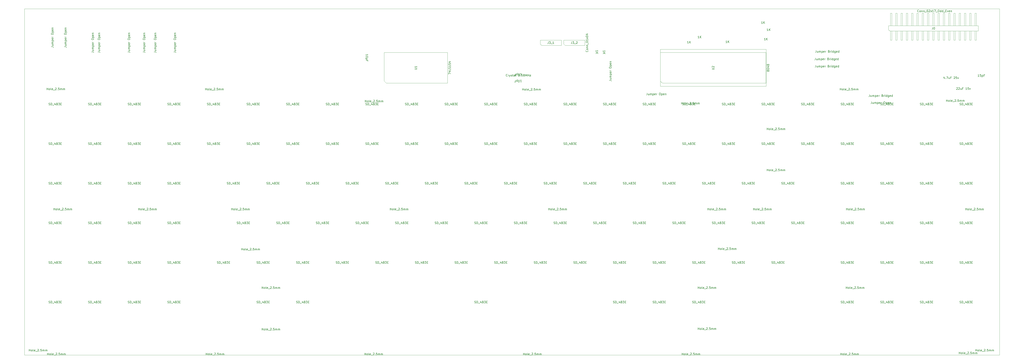
<source format=gbr>
%TF.GenerationSoftware,KiCad,Pcbnew,(6.0.5-0)*%
%TF.CreationDate,2022-06-24T21:01:45-04:00*%
%TF.ProjectId,SpaceCadet-rounded,53706163-6543-4616-9465-742d726f756e,rev?*%
%TF.SameCoordinates,Original*%
%TF.FileFunction,AssemblyDrawing,Top*%
%FSLAX46Y46*%
G04 Gerber Fmt 4.6, Leading zero omitted, Abs format (unit mm)*
G04 Created by KiCad (PCBNEW (6.0.5-0)) date 2022-06-24 21:01:45*
%MOMM*%
%LPD*%
G01*
G04 APERTURE LIST*
%TA.AperFunction,Profile*%
%ADD10C,0.100000*%
%TD*%
%ADD11C,0.150000*%
%ADD12C,0.100000*%
G04 APERTURE END LIST*
D10*
X64250000Y-81300000D02*
X533250000Y-81300000D01*
X533250000Y-81300000D02*
X533250000Y-247900000D01*
X533250000Y-247900000D02*
X64250000Y-247900000D01*
X64250000Y-247900000D02*
X64250000Y-81300000D01*
D11*
%TO.C,REF\u002A\u002A*%
X75266666Y-247852380D02*
X75266666Y-246852380D01*
X75266666Y-247328571D02*
X75838095Y-247328571D01*
X75838095Y-247852380D02*
X75838095Y-246852380D01*
X76457142Y-247852380D02*
X76361904Y-247804761D01*
X76314285Y-247757142D01*
X76266666Y-247661904D01*
X76266666Y-247376190D01*
X76314285Y-247280952D01*
X76361904Y-247233333D01*
X76457142Y-247185714D01*
X76600000Y-247185714D01*
X76695238Y-247233333D01*
X76742857Y-247280952D01*
X76790476Y-247376190D01*
X76790476Y-247661904D01*
X76742857Y-247757142D01*
X76695238Y-247804761D01*
X76600000Y-247852380D01*
X76457142Y-247852380D01*
X77361904Y-247852380D02*
X77266666Y-247804761D01*
X77219047Y-247709523D01*
X77219047Y-246852380D01*
X78123809Y-247804761D02*
X78028571Y-247852380D01*
X77838095Y-247852380D01*
X77742857Y-247804761D01*
X77695238Y-247709523D01*
X77695238Y-247328571D01*
X77742857Y-247233333D01*
X77838095Y-247185714D01*
X78028571Y-247185714D01*
X78123809Y-247233333D01*
X78171428Y-247328571D01*
X78171428Y-247423809D01*
X77695238Y-247519047D01*
X78361904Y-247947619D02*
X79123809Y-247947619D01*
X79314285Y-246947619D02*
X79361904Y-246900000D01*
X79457142Y-246852380D01*
X79695238Y-246852380D01*
X79790476Y-246900000D01*
X79838095Y-246947619D01*
X79885714Y-247042857D01*
X79885714Y-247138095D01*
X79838095Y-247280952D01*
X79266666Y-247852380D01*
X79885714Y-247852380D01*
X80314285Y-247757142D02*
X80361904Y-247804761D01*
X80314285Y-247852380D01*
X80266666Y-247804761D01*
X80314285Y-247757142D01*
X80314285Y-247852380D01*
X81266666Y-246852380D02*
X80790476Y-246852380D01*
X80742857Y-247328571D01*
X80790476Y-247280952D01*
X80885714Y-247233333D01*
X81123809Y-247233333D01*
X81219047Y-247280952D01*
X81266666Y-247328571D01*
X81314285Y-247423809D01*
X81314285Y-247661904D01*
X81266666Y-247757142D01*
X81219047Y-247804761D01*
X81123809Y-247852380D01*
X80885714Y-247852380D01*
X80790476Y-247804761D01*
X80742857Y-247757142D01*
X81742857Y-247852380D02*
X81742857Y-247185714D01*
X81742857Y-247280952D02*
X81790476Y-247233333D01*
X81885714Y-247185714D01*
X82028571Y-247185714D01*
X82123809Y-247233333D01*
X82171428Y-247328571D01*
X82171428Y-247852380D01*
X82171428Y-247328571D02*
X82219047Y-247233333D01*
X82314285Y-247185714D01*
X82457142Y-247185714D01*
X82552380Y-247233333D01*
X82600000Y-247328571D01*
X82600000Y-247852380D01*
X83076190Y-247852380D02*
X83076190Y-247185714D01*
X83076190Y-247280952D02*
X83123809Y-247233333D01*
X83219047Y-247185714D01*
X83361904Y-247185714D01*
X83457142Y-247233333D01*
X83504761Y-247328571D01*
X83504761Y-247852380D01*
X83504761Y-247328571D02*
X83552380Y-247233333D01*
X83647619Y-247185714D01*
X83790476Y-247185714D01*
X83885714Y-247233333D01*
X83933333Y-247328571D01*
X83933333Y-247852380D01*
%TO.C,SW91*%
X456953971Y-184754761D02*
X457096828Y-184802380D01*
X457334923Y-184802380D01*
X457430161Y-184754761D01*
X457477780Y-184707142D01*
X457525400Y-184611904D01*
X457525400Y-184516666D01*
X457477780Y-184421428D01*
X457430161Y-184373809D01*
X457334923Y-184326190D01*
X457144447Y-184278571D01*
X457049209Y-184230952D01*
X457001590Y-184183333D01*
X456953971Y-184088095D01*
X456953971Y-183992857D01*
X457001590Y-183897619D01*
X457049209Y-183850000D01*
X457144447Y-183802380D01*
X457382542Y-183802380D01*
X457525400Y-183850000D01*
X457953971Y-184802380D02*
X457953971Y-183802380D01*
X458192066Y-183802380D01*
X458334923Y-183850000D01*
X458430161Y-183945238D01*
X458477780Y-184040476D01*
X458525400Y-184230952D01*
X458525400Y-184373809D01*
X458477780Y-184564285D01*
X458430161Y-184659523D01*
X458334923Y-184754761D01*
X458192066Y-184802380D01*
X457953971Y-184802380D01*
X458715876Y-184897619D02*
X459477780Y-184897619D01*
X460144447Y-184135714D02*
X460144447Y-184802380D01*
X459906352Y-183754761D02*
X459668257Y-184469047D01*
X460287304Y-184469047D01*
X461001590Y-184278571D02*
X461144447Y-184326190D01*
X461192066Y-184373809D01*
X461239685Y-184469047D01*
X461239685Y-184611904D01*
X461192066Y-184707142D01*
X461144447Y-184754761D01*
X461049209Y-184802380D01*
X460668257Y-184802380D01*
X460668257Y-183802380D01*
X461001590Y-183802380D01*
X461096828Y-183850000D01*
X461144447Y-183897619D01*
X461192066Y-183992857D01*
X461192066Y-184088095D01*
X461144447Y-184183333D01*
X461096828Y-184230952D01*
X461001590Y-184278571D01*
X460668257Y-184278571D01*
X461573019Y-183802380D02*
X462192066Y-183802380D01*
X461858733Y-184183333D01*
X462001590Y-184183333D01*
X462096828Y-184230952D01*
X462144447Y-184278571D01*
X462192066Y-184373809D01*
X462192066Y-184611904D01*
X462144447Y-184707142D01*
X462096828Y-184754761D01*
X462001590Y-184802380D01*
X461715876Y-184802380D01*
X461620638Y-184754761D01*
X461573019Y-184707142D01*
X462620638Y-184278571D02*
X462953971Y-184278571D01*
X463096828Y-184802380D02*
X462620638Y-184802380D01*
X462620638Y-183802380D01*
X463096828Y-183802380D01*
%TO.C,REF\u002A\u002A*%
X380216666Y-127252380D02*
X380216666Y-126252380D01*
X380216666Y-126728571D02*
X380788095Y-126728571D01*
X380788095Y-127252380D02*
X380788095Y-126252380D01*
X381407142Y-127252380D02*
X381311904Y-127204761D01*
X381264285Y-127157142D01*
X381216666Y-127061904D01*
X381216666Y-126776190D01*
X381264285Y-126680952D01*
X381311904Y-126633333D01*
X381407142Y-126585714D01*
X381550000Y-126585714D01*
X381645238Y-126633333D01*
X381692857Y-126680952D01*
X381740476Y-126776190D01*
X381740476Y-127061904D01*
X381692857Y-127157142D01*
X381645238Y-127204761D01*
X381550000Y-127252380D01*
X381407142Y-127252380D01*
X382311904Y-127252380D02*
X382216666Y-127204761D01*
X382169047Y-127109523D01*
X382169047Y-126252380D01*
X383073809Y-127204761D02*
X382978571Y-127252380D01*
X382788095Y-127252380D01*
X382692857Y-127204761D01*
X382645238Y-127109523D01*
X382645238Y-126728571D01*
X382692857Y-126633333D01*
X382788095Y-126585714D01*
X382978571Y-126585714D01*
X383073809Y-126633333D01*
X383121428Y-126728571D01*
X383121428Y-126823809D01*
X382645238Y-126919047D01*
X383311904Y-127347619D02*
X384073809Y-127347619D01*
X384264285Y-126347619D02*
X384311904Y-126300000D01*
X384407142Y-126252380D01*
X384645238Y-126252380D01*
X384740476Y-126300000D01*
X384788095Y-126347619D01*
X384835714Y-126442857D01*
X384835714Y-126538095D01*
X384788095Y-126680952D01*
X384216666Y-127252380D01*
X384835714Y-127252380D01*
X385264285Y-127157142D02*
X385311904Y-127204761D01*
X385264285Y-127252380D01*
X385216666Y-127204761D01*
X385264285Y-127157142D01*
X385264285Y-127252380D01*
X386216666Y-126252380D02*
X385740476Y-126252380D01*
X385692857Y-126728571D01*
X385740476Y-126680952D01*
X385835714Y-126633333D01*
X386073809Y-126633333D01*
X386169047Y-126680952D01*
X386216666Y-126728571D01*
X386264285Y-126823809D01*
X386264285Y-127061904D01*
X386216666Y-127157142D01*
X386169047Y-127204761D01*
X386073809Y-127252380D01*
X385835714Y-127252380D01*
X385740476Y-127204761D01*
X385692857Y-127157142D01*
X386692857Y-127252380D02*
X386692857Y-126585714D01*
X386692857Y-126680952D02*
X386740476Y-126633333D01*
X386835714Y-126585714D01*
X386978571Y-126585714D01*
X387073809Y-126633333D01*
X387121428Y-126728571D01*
X387121428Y-127252380D01*
X387121428Y-126728571D02*
X387169047Y-126633333D01*
X387264285Y-126585714D01*
X387407142Y-126585714D01*
X387502380Y-126633333D01*
X387550000Y-126728571D01*
X387550000Y-127252380D01*
X388026190Y-127252380D02*
X388026190Y-126585714D01*
X388026190Y-126680952D02*
X388073809Y-126633333D01*
X388169047Y-126585714D01*
X388311904Y-126585714D01*
X388407142Y-126633333D01*
X388454761Y-126728571D01*
X388454761Y-127252380D01*
X388454761Y-126728571D02*
X388502380Y-126633333D01*
X388597619Y-126585714D01*
X388740476Y-126585714D01*
X388835714Y-126633333D01*
X388883333Y-126728571D01*
X388883333Y-127252380D01*
%TO.C,SW73*%
X95003971Y-184754761D02*
X95146828Y-184802380D01*
X95384923Y-184802380D01*
X95480161Y-184754761D01*
X95527780Y-184707142D01*
X95575400Y-184611904D01*
X95575400Y-184516666D01*
X95527780Y-184421428D01*
X95480161Y-184373809D01*
X95384923Y-184326190D01*
X95194447Y-184278571D01*
X95099209Y-184230952D01*
X95051590Y-184183333D01*
X95003971Y-184088095D01*
X95003971Y-183992857D01*
X95051590Y-183897619D01*
X95099209Y-183850000D01*
X95194447Y-183802380D01*
X95432542Y-183802380D01*
X95575400Y-183850000D01*
X96003971Y-184802380D02*
X96003971Y-183802380D01*
X96242066Y-183802380D01*
X96384923Y-183850000D01*
X96480161Y-183945238D01*
X96527780Y-184040476D01*
X96575400Y-184230952D01*
X96575400Y-184373809D01*
X96527780Y-184564285D01*
X96480161Y-184659523D01*
X96384923Y-184754761D01*
X96242066Y-184802380D01*
X96003971Y-184802380D01*
X96765876Y-184897619D02*
X97527780Y-184897619D01*
X98194447Y-184135714D02*
X98194447Y-184802380D01*
X97956352Y-183754761D02*
X97718257Y-184469047D01*
X98337304Y-184469047D01*
X99051590Y-184278571D02*
X99194447Y-184326190D01*
X99242066Y-184373809D01*
X99289685Y-184469047D01*
X99289685Y-184611904D01*
X99242066Y-184707142D01*
X99194447Y-184754761D01*
X99099209Y-184802380D01*
X98718257Y-184802380D01*
X98718257Y-183802380D01*
X99051590Y-183802380D01*
X99146828Y-183850000D01*
X99194447Y-183897619D01*
X99242066Y-183992857D01*
X99242066Y-184088095D01*
X99194447Y-184183333D01*
X99146828Y-184230952D01*
X99051590Y-184278571D01*
X98718257Y-184278571D01*
X99623019Y-183802380D02*
X100242066Y-183802380D01*
X99908733Y-184183333D01*
X100051590Y-184183333D01*
X100146828Y-184230952D01*
X100194447Y-184278571D01*
X100242066Y-184373809D01*
X100242066Y-184611904D01*
X100194447Y-184707142D01*
X100146828Y-184754761D01*
X100051590Y-184802380D01*
X99765876Y-184802380D01*
X99670638Y-184754761D01*
X99623019Y-184707142D01*
X100670638Y-184278571D02*
X101003971Y-184278571D01*
X101146828Y-184802380D02*
X100670638Y-184802380D01*
X100670638Y-183802380D01*
X101146828Y-183802380D01*
%TO.C,SW104*%
X252166471Y-203804761D02*
X252309328Y-203852380D01*
X252547423Y-203852380D01*
X252642661Y-203804761D01*
X252690280Y-203757142D01*
X252737900Y-203661904D01*
X252737900Y-203566666D01*
X252690280Y-203471428D01*
X252642661Y-203423809D01*
X252547423Y-203376190D01*
X252356947Y-203328571D01*
X252261709Y-203280952D01*
X252214090Y-203233333D01*
X252166471Y-203138095D01*
X252166471Y-203042857D01*
X252214090Y-202947619D01*
X252261709Y-202900000D01*
X252356947Y-202852380D01*
X252595042Y-202852380D01*
X252737900Y-202900000D01*
X253166471Y-203852380D02*
X253166471Y-202852380D01*
X253404566Y-202852380D01*
X253547423Y-202900000D01*
X253642661Y-202995238D01*
X253690280Y-203090476D01*
X253737900Y-203280952D01*
X253737900Y-203423809D01*
X253690280Y-203614285D01*
X253642661Y-203709523D01*
X253547423Y-203804761D01*
X253404566Y-203852380D01*
X253166471Y-203852380D01*
X253928376Y-203947619D02*
X254690280Y-203947619D01*
X255356947Y-203185714D02*
X255356947Y-203852380D01*
X255118852Y-202804761D02*
X254880757Y-203519047D01*
X255499804Y-203519047D01*
X256214090Y-203328571D02*
X256356947Y-203376190D01*
X256404566Y-203423809D01*
X256452185Y-203519047D01*
X256452185Y-203661904D01*
X256404566Y-203757142D01*
X256356947Y-203804761D01*
X256261709Y-203852380D01*
X255880757Y-203852380D01*
X255880757Y-202852380D01*
X256214090Y-202852380D01*
X256309328Y-202900000D01*
X256356947Y-202947619D01*
X256404566Y-203042857D01*
X256404566Y-203138095D01*
X256356947Y-203233333D01*
X256309328Y-203280952D01*
X256214090Y-203328571D01*
X255880757Y-203328571D01*
X256785519Y-202852380D02*
X257404566Y-202852380D01*
X257071233Y-203233333D01*
X257214090Y-203233333D01*
X257309328Y-203280952D01*
X257356947Y-203328571D01*
X257404566Y-203423809D01*
X257404566Y-203661904D01*
X257356947Y-203757142D01*
X257309328Y-203804761D01*
X257214090Y-203852380D01*
X256928376Y-203852380D01*
X256833138Y-203804761D01*
X256785519Y-203757142D01*
X257833138Y-203328571D02*
X258166471Y-203328571D01*
X258309328Y-203852380D02*
X257833138Y-203852380D01*
X257833138Y-202852380D01*
X258309328Y-202852380D01*
%TO.C,SW31*%
X190253971Y-146654761D02*
X190396828Y-146702380D01*
X190634923Y-146702380D01*
X190730161Y-146654761D01*
X190777780Y-146607142D01*
X190825400Y-146511904D01*
X190825400Y-146416666D01*
X190777780Y-146321428D01*
X190730161Y-146273809D01*
X190634923Y-146226190D01*
X190444447Y-146178571D01*
X190349209Y-146130952D01*
X190301590Y-146083333D01*
X190253971Y-145988095D01*
X190253971Y-145892857D01*
X190301590Y-145797619D01*
X190349209Y-145750000D01*
X190444447Y-145702380D01*
X190682542Y-145702380D01*
X190825400Y-145750000D01*
X191253971Y-146702380D02*
X191253971Y-145702380D01*
X191492066Y-145702380D01*
X191634923Y-145750000D01*
X191730161Y-145845238D01*
X191777780Y-145940476D01*
X191825400Y-146130952D01*
X191825400Y-146273809D01*
X191777780Y-146464285D01*
X191730161Y-146559523D01*
X191634923Y-146654761D01*
X191492066Y-146702380D01*
X191253971Y-146702380D01*
X192015876Y-146797619D02*
X192777780Y-146797619D01*
X193444447Y-146035714D02*
X193444447Y-146702380D01*
X193206352Y-145654761D02*
X192968257Y-146369047D01*
X193587304Y-146369047D01*
X194301590Y-146178571D02*
X194444447Y-146226190D01*
X194492066Y-146273809D01*
X194539685Y-146369047D01*
X194539685Y-146511904D01*
X194492066Y-146607142D01*
X194444447Y-146654761D01*
X194349209Y-146702380D01*
X193968257Y-146702380D01*
X193968257Y-145702380D01*
X194301590Y-145702380D01*
X194396828Y-145750000D01*
X194444447Y-145797619D01*
X194492066Y-145892857D01*
X194492066Y-145988095D01*
X194444447Y-146083333D01*
X194396828Y-146130952D01*
X194301590Y-146178571D01*
X193968257Y-146178571D01*
X194873019Y-145702380D02*
X195492066Y-145702380D01*
X195158733Y-146083333D01*
X195301590Y-146083333D01*
X195396828Y-146130952D01*
X195444447Y-146178571D01*
X195492066Y-146273809D01*
X195492066Y-146511904D01*
X195444447Y-146607142D01*
X195396828Y-146654761D01*
X195301590Y-146702380D01*
X195015876Y-146702380D01*
X194920638Y-146654761D01*
X194873019Y-146607142D01*
X195920638Y-146178571D02*
X196253971Y-146178571D01*
X196396828Y-146702380D02*
X195920638Y-146702380D01*
X195920638Y-145702380D01*
X196396828Y-145702380D01*
%TO.C,REF\u002A\u002A*%
X459416666Y-215952380D02*
X459416666Y-214952380D01*
X459416666Y-215428571D02*
X459988095Y-215428571D01*
X459988095Y-215952380D02*
X459988095Y-214952380D01*
X460607142Y-215952380D02*
X460511904Y-215904761D01*
X460464285Y-215857142D01*
X460416666Y-215761904D01*
X460416666Y-215476190D01*
X460464285Y-215380952D01*
X460511904Y-215333333D01*
X460607142Y-215285714D01*
X460750000Y-215285714D01*
X460845238Y-215333333D01*
X460892857Y-215380952D01*
X460940476Y-215476190D01*
X460940476Y-215761904D01*
X460892857Y-215857142D01*
X460845238Y-215904761D01*
X460750000Y-215952380D01*
X460607142Y-215952380D01*
X461511904Y-215952380D02*
X461416666Y-215904761D01*
X461369047Y-215809523D01*
X461369047Y-214952380D01*
X462273809Y-215904761D02*
X462178571Y-215952380D01*
X461988095Y-215952380D01*
X461892857Y-215904761D01*
X461845238Y-215809523D01*
X461845238Y-215428571D01*
X461892857Y-215333333D01*
X461988095Y-215285714D01*
X462178571Y-215285714D01*
X462273809Y-215333333D01*
X462321428Y-215428571D01*
X462321428Y-215523809D01*
X461845238Y-215619047D01*
X462511904Y-216047619D02*
X463273809Y-216047619D01*
X463464285Y-215047619D02*
X463511904Y-215000000D01*
X463607142Y-214952380D01*
X463845238Y-214952380D01*
X463940476Y-215000000D01*
X463988095Y-215047619D01*
X464035714Y-215142857D01*
X464035714Y-215238095D01*
X463988095Y-215380952D01*
X463416666Y-215952380D01*
X464035714Y-215952380D01*
X464464285Y-215857142D02*
X464511904Y-215904761D01*
X464464285Y-215952380D01*
X464416666Y-215904761D01*
X464464285Y-215857142D01*
X464464285Y-215952380D01*
X465416666Y-214952380D02*
X464940476Y-214952380D01*
X464892857Y-215428571D01*
X464940476Y-215380952D01*
X465035714Y-215333333D01*
X465273809Y-215333333D01*
X465369047Y-215380952D01*
X465416666Y-215428571D01*
X465464285Y-215523809D01*
X465464285Y-215761904D01*
X465416666Y-215857142D01*
X465369047Y-215904761D01*
X465273809Y-215952380D01*
X465035714Y-215952380D01*
X464940476Y-215904761D01*
X464892857Y-215857142D01*
X465892857Y-215952380D02*
X465892857Y-215285714D01*
X465892857Y-215380952D02*
X465940476Y-215333333D01*
X466035714Y-215285714D01*
X466178571Y-215285714D01*
X466273809Y-215333333D01*
X466321428Y-215428571D01*
X466321428Y-215952380D01*
X466321428Y-215428571D02*
X466369047Y-215333333D01*
X466464285Y-215285714D01*
X466607142Y-215285714D01*
X466702380Y-215333333D01*
X466750000Y-215428571D01*
X466750000Y-215952380D01*
X467226190Y-215952380D02*
X467226190Y-215285714D01*
X467226190Y-215380952D02*
X467273809Y-215333333D01*
X467369047Y-215285714D01*
X467511904Y-215285714D01*
X467607142Y-215333333D01*
X467654761Y-215428571D01*
X467654761Y-215952380D01*
X467654761Y-215428571D02*
X467702380Y-215333333D01*
X467797619Y-215285714D01*
X467940476Y-215285714D01*
X468035714Y-215333333D01*
X468083333Y-215428571D01*
X468083333Y-215952380D01*
%TO.C,SW7*%
X190253971Y-127604761D02*
X190396828Y-127652380D01*
X190634923Y-127652380D01*
X190730161Y-127604761D01*
X190777780Y-127557142D01*
X190825400Y-127461904D01*
X190825400Y-127366666D01*
X190777780Y-127271428D01*
X190730161Y-127223809D01*
X190634923Y-127176190D01*
X190444447Y-127128571D01*
X190349209Y-127080952D01*
X190301590Y-127033333D01*
X190253971Y-126938095D01*
X190253971Y-126842857D01*
X190301590Y-126747619D01*
X190349209Y-126700000D01*
X190444447Y-126652380D01*
X190682542Y-126652380D01*
X190825400Y-126700000D01*
X191253971Y-127652380D02*
X191253971Y-126652380D01*
X191492066Y-126652380D01*
X191634923Y-126700000D01*
X191730161Y-126795238D01*
X191777780Y-126890476D01*
X191825400Y-127080952D01*
X191825400Y-127223809D01*
X191777780Y-127414285D01*
X191730161Y-127509523D01*
X191634923Y-127604761D01*
X191492066Y-127652380D01*
X191253971Y-127652380D01*
X192015876Y-127747619D02*
X192777780Y-127747619D01*
X193444447Y-126985714D02*
X193444447Y-127652380D01*
X193206352Y-126604761D02*
X192968257Y-127319047D01*
X193587304Y-127319047D01*
X194301590Y-127128571D02*
X194444447Y-127176190D01*
X194492066Y-127223809D01*
X194539685Y-127319047D01*
X194539685Y-127461904D01*
X194492066Y-127557142D01*
X194444447Y-127604761D01*
X194349209Y-127652380D01*
X193968257Y-127652380D01*
X193968257Y-126652380D01*
X194301590Y-126652380D01*
X194396828Y-126700000D01*
X194444447Y-126747619D01*
X194492066Y-126842857D01*
X194492066Y-126938095D01*
X194444447Y-127033333D01*
X194396828Y-127080952D01*
X194301590Y-127128571D01*
X193968257Y-127128571D01*
X194873019Y-126652380D02*
X195492066Y-126652380D01*
X195158733Y-127033333D01*
X195301590Y-127033333D01*
X195396828Y-127080952D01*
X195444447Y-127128571D01*
X195492066Y-127223809D01*
X195492066Y-127461904D01*
X195444447Y-127557142D01*
X195396828Y-127604761D01*
X195301590Y-127652380D01*
X195015876Y-127652380D01*
X194920638Y-127604761D01*
X194873019Y-127557142D01*
X195920638Y-127128571D02*
X196253971Y-127128571D01*
X196396828Y-127652380D02*
X195920638Y-127652380D01*
X195920638Y-126652380D01*
X196396828Y-126652380D01*
%TO.C,SW112*%
X404566471Y-203804761D02*
X404709328Y-203852380D01*
X404947423Y-203852380D01*
X405042661Y-203804761D01*
X405090280Y-203757142D01*
X405137900Y-203661904D01*
X405137900Y-203566666D01*
X405090280Y-203471428D01*
X405042661Y-203423809D01*
X404947423Y-203376190D01*
X404756947Y-203328571D01*
X404661709Y-203280952D01*
X404614090Y-203233333D01*
X404566471Y-203138095D01*
X404566471Y-203042857D01*
X404614090Y-202947619D01*
X404661709Y-202900000D01*
X404756947Y-202852380D01*
X404995042Y-202852380D01*
X405137900Y-202900000D01*
X405566471Y-203852380D02*
X405566471Y-202852380D01*
X405804566Y-202852380D01*
X405947423Y-202900000D01*
X406042661Y-202995238D01*
X406090280Y-203090476D01*
X406137900Y-203280952D01*
X406137900Y-203423809D01*
X406090280Y-203614285D01*
X406042661Y-203709523D01*
X405947423Y-203804761D01*
X405804566Y-203852380D01*
X405566471Y-203852380D01*
X406328376Y-203947619D02*
X407090280Y-203947619D01*
X407756947Y-203185714D02*
X407756947Y-203852380D01*
X407518852Y-202804761D02*
X407280757Y-203519047D01*
X407899804Y-203519047D01*
X408614090Y-203328571D02*
X408756947Y-203376190D01*
X408804566Y-203423809D01*
X408852185Y-203519047D01*
X408852185Y-203661904D01*
X408804566Y-203757142D01*
X408756947Y-203804761D01*
X408661709Y-203852380D01*
X408280757Y-203852380D01*
X408280757Y-202852380D01*
X408614090Y-202852380D01*
X408709328Y-202900000D01*
X408756947Y-202947619D01*
X408804566Y-203042857D01*
X408804566Y-203138095D01*
X408756947Y-203233333D01*
X408709328Y-203280952D01*
X408614090Y-203328571D01*
X408280757Y-203328571D01*
X409185519Y-202852380D02*
X409804566Y-202852380D01*
X409471233Y-203233333D01*
X409614090Y-203233333D01*
X409709328Y-203280952D01*
X409756947Y-203328571D01*
X409804566Y-203423809D01*
X409804566Y-203661904D01*
X409756947Y-203757142D01*
X409709328Y-203804761D01*
X409614090Y-203852380D01*
X409328376Y-203852380D01*
X409233138Y-203804761D01*
X409185519Y-203757142D01*
X410233138Y-203328571D02*
X410566471Y-203328571D01*
X410709328Y-203852380D02*
X410233138Y-203852380D01*
X410233138Y-202852380D01*
X410709328Y-202852380D01*
%TO.C,SW113*%
X423616471Y-203804761D02*
X423759328Y-203852380D01*
X423997423Y-203852380D01*
X424092661Y-203804761D01*
X424140280Y-203757142D01*
X424187900Y-203661904D01*
X424187900Y-203566666D01*
X424140280Y-203471428D01*
X424092661Y-203423809D01*
X423997423Y-203376190D01*
X423806947Y-203328571D01*
X423711709Y-203280952D01*
X423664090Y-203233333D01*
X423616471Y-203138095D01*
X423616471Y-203042857D01*
X423664090Y-202947619D01*
X423711709Y-202900000D01*
X423806947Y-202852380D01*
X424045042Y-202852380D01*
X424187900Y-202900000D01*
X424616471Y-203852380D02*
X424616471Y-202852380D01*
X424854566Y-202852380D01*
X424997423Y-202900000D01*
X425092661Y-202995238D01*
X425140280Y-203090476D01*
X425187900Y-203280952D01*
X425187900Y-203423809D01*
X425140280Y-203614285D01*
X425092661Y-203709523D01*
X424997423Y-203804761D01*
X424854566Y-203852380D01*
X424616471Y-203852380D01*
X425378376Y-203947619D02*
X426140280Y-203947619D01*
X426806947Y-203185714D02*
X426806947Y-203852380D01*
X426568852Y-202804761D02*
X426330757Y-203519047D01*
X426949804Y-203519047D01*
X427664090Y-203328571D02*
X427806947Y-203376190D01*
X427854566Y-203423809D01*
X427902185Y-203519047D01*
X427902185Y-203661904D01*
X427854566Y-203757142D01*
X427806947Y-203804761D01*
X427711709Y-203852380D01*
X427330757Y-203852380D01*
X427330757Y-202852380D01*
X427664090Y-202852380D01*
X427759328Y-202900000D01*
X427806947Y-202947619D01*
X427854566Y-203042857D01*
X427854566Y-203138095D01*
X427806947Y-203233333D01*
X427759328Y-203280952D01*
X427664090Y-203328571D01*
X427330757Y-203328571D01*
X428235519Y-202852380D02*
X428854566Y-202852380D01*
X428521233Y-203233333D01*
X428664090Y-203233333D01*
X428759328Y-203280952D01*
X428806947Y-203328571D01*
X428854566Y-203423809D01*
X428854566Y-203661904D01*
X428806947Y-203757142D01*
X428759328Y-203804761D01*
X428664090Y-203852380D01*
X428378376Y-203852380D01*
X428283138Y-203804761D01*
X428235519Y-203757142D01*
X429283138Y-203328571D02*
X429616471Y-203328571D01*
X429759328Y-203852380D02*
X429283138Y-203852380D01*
X429283138Y-202852380D01*
X429759328Y-202852380D01*
%TO.C,SW127*%
X495053971Y-222854761D02*
X495196828Y-222902380D01*
X495434923Y-222902380D01*
X495530161Y-222854761D01*
X495577780Y-222807142D01*
X495625400Y-222711904D01*
X495625400Y-222616666D01*
X495577780Y-222521428D01*
X495530161Y-222473809D01*
X495434923Y-222426190D01*
X495244447Y-222378571D01*
X495149209Y-222330952D01*
X495101590Y-222283333D01*
X495053971Y-222188095D01*
X495053971Y-222092857D01*
X495101590Y-221997619D01*
X495149209Y-221950000D01*
X495244447Y-221902380D01*
X495482542Y-221902380D01*
X495625400Y-221950000D01*
X496053971Y-222902380D02*
X496053971Y-221902380D01*
X496292066Y-221902380D01*
X496434923Y-221950000D01*
X496530161Y-222045238D01*
X496577780Y-222140476D01*
X496625400Y-222330952D01*
X496625400Y-222473809D01*
X496577780Y-222664285D01*
X496530161Y-222759523D01*
X496434923Y-222854761D01*
X496292066Y-222902380D01*
X496053971Y-222902380D01*
X496815876Y-222997619D02*
X497577780Y-222997619D01*
X498244447Y-222235714D02*
X498244447Y-222902380D01*
X498006352Y-221854761D02*
X497768257Y-222569047D01*
X498387304Y-222569047D01*
X499101590Y-222378571D02*
X499244447Y-222426190D01*
X499292066Y-222473809D01*
X499339685Y-222569047D01*
X499339685Y-222711904D01*
X499292066Y-222807142D01*
X499244447Y-222854761D01*
X499149209Y-222902380D01*
X498768257Y-222902380D01*
X498768257Y-221902380D01*
X499101590Y-221902380D01*
X499196828Y-221950000D01*
X499244447Y-221997619D01*
X499292066Y-222092857D01*
X499292066Y-222188095D01*
X499244447Y-222283333D01*
X499196828Y-222330952D01*
X499101590Y-222378571D01*
X498768257Y-222378571D01*
X499673019Y-221902380D02*
X500292066Y-221902380D01*
X499958733Y-222283333D01*
X500101590Y-222283333D01*
X500196828Y-222330952D01*
X500244447Y-222378571D01*
X500292066Y-222473809D01*
X500292066Y-222711904D01*
X500244447Y-222807142D01*
X500196828Y-222854761D01*
X500101590Y-222902380D01*
X499815876Y-222902380D01*
X499720638Y-222854761D01*
X499673019Y-222807142D01*
X500720638Y-222378571D02*
X501053971Y-222378571D01*
X501196828Y-222902380D02*
X500720638Y-222902380D01*
X500720638Y-221902380D01*
X501196828Y-221902380D01*
%TO.C,REF\u002A\u002A*%
X456536666Y-120492380D02*
X456536666Y-119492380D01*
X456536666Y-119968571D02*
X457108095Y-119968571D01*
X457108095Y-120492380D02*
X457108095Y-119492380D01*
X457727142Y-120492380D02*
X457631904Y-120444761D01*
X457584285Y-120397142D01*
X457536666Y-120301904D01*
X457536666Y-120016190D01*
X457584285Y-119920952D01*
X457631904Y-119873333D01*
X457727142Y-119825714D01*
X457870000Y-119825714D01*
X457965238Y-119873333D01*
X458012857Y-119920952D01*
X458060476Y-120016190D01*
X458060476Y-120301904D01*
X458012857Y-120397142D01*
X457965238Y-120444761D01*
X457870000Y-120492380D01*
X457727142Y-120492380D01*
X458631904Y-120492380D02*
X458536666Y-120444761D01*
X458489047Y-120349523D01*
X458489047Y-119492380D01*
X459393809Y-120444761D02*
X459298571Y-120492380D01*
X459108095Y-120492380D01*
X459012857Y-120444761D01*
X458965238Y-120349523D01*
X458965238Y-119968571D01*
X459012857Y-119873333D01*
X459108095Y-119825714D01*
X459298571Y-119825714D01*
X459393809Y-119873333D01*
X459441428Y-119968571D01*
X459441428Y-120063809D01*
X458965238Y-120159047D01*
X459631904Y-120587619D02*
X460393809Y-120587619D01*
X460584285Y-119587619D02*
X460631904Y-119540000D01*
X460727142Y-119492380D01*
X460965238Y-119492380D01*
X461060476Y-119540000D01*
X461108095Y-119587619D01*
X461155714Y-119682857D01*
X461155714Y-119778095D01*
X461108095Y-119920952D01*
X460536666Y-120492380D01*
X461155714Y-120492380D01*
X461584285Y-120397142D02*
X461631904Y-120444761D01*
X461584285Y-120492380D01*
X461536666Y-120444761D01*
X461584285Y-120397142D01*
X461584285Y-120492380D01*
X462536666Y-119492380D02*
X462060476Y-119492380D01*
X462012857Y-119968571D01*
X462060476Y-119920952D01*
X462155714Y-119873333D01*
X462393809Y-119873333D01*
X462489047Y-119920952D01*
X462536666Y-119968571D01*
X462584285Y-120063809D01*
X462584285Y-120301904D01*
X462536666Y-120397142D01*
X462489047Y-120444761D01*
X462393809Y-120492380D01*
X462155714Y-120492380D01*
X462060476Y-120444761D01*
X462012857Y-120397142D01*
X463012857Y-120492380D02*
X463012857Y-119825714D01*
X463012857Y-119920952D02*
X463060476Y-119873333D01*
X463155714Y-119825714D01*
X463298571Y-119825714D01*
X463393809Y-119873333D01*
X463441428Y-119968571D01*
X463441428Y-120492380D01*
X463441428Y-119968571D02*
X463489047Y-119873333D01*
X463584285Y-119825714D01*
X463727142Y-119825714D01*
X463822380Y-119873333D01*
X463870000Y-119968571D01*
X463870000Y-120492380D01*
X464346190Y-120492380D02*
X464346190Y-119825714D01*
X464346190Y-119920952D02*
X464393809Y-119873333D01*
X464489047Y-119825714D01*
X464631904Y-119825714D01*
X464727142Y-119873333D01*
X464774761Y-119968571D01*
X464774761Y-120492380D01*
X464774761Y-119968571D02*
X464822380Y-119873333D01*
X464917619Y-119825714D01*
X465060476Y-119825714D01*
X465155714Y-119873333D01*
X465203333Y-119968571D01*
X465203333Y-120492380D01*
%TO.C,U2*%
X421823952Y-111256809D02*
X421776333Y-111352047D01*
X421728714Y-111399666D01*
X421633476Y-111447285D01*
X421585857Y-111447285D01*
X421490619Y-111399666D01*
X421443000Y-111352047D01*
X421395380Y-111256809D01*
X421395380Y-111066333D01*
X421443000Y-110971095D01*
X421490619Y-110923476D01*
X421585857Y-110875857D01*
X421633476Y-110875857D01*
X421728714Y-110923476D01*
X421776333Y-110971095D01*
X421823952Y-111066333D01*
X421823952Y-111256809D01*
X421871571Y-111352047D01*
X421919190Y-111399666D01*
X422014428Y-111447285D01*
X422204904Y-111447285D01*
X422300142Y-111399666D01*
X422347761Y-111352047D01*
X422395380Y-111256809D01*
X422395380Y-111066333D01*
X422347761Y-110971095D01*
X422300142Y-110923476D01*
X422204904Y-110875857D01*
X422014428Y-110875857D01*
X421919190Y-110923476D01*
X421871571Y-110971095D01*
X421823952Y-111066333D01*
X421395380Y-110256809D02*
X421395380Y-110161571D01*
X421443000Y-110066333D01*
X421490619Y-110018714D01*
X421585857Y-109971095D01*
X421776333Y-109923476D01*
X422014428Y-109923476D01*
X422204904Y-109971095D01*
X422300142Y-110018714D01*
X422347761Y-110066333D01*
X422395380Y-110161571D01*
X422395380Y-110256809D01*
X422347761Y-110352047D01*
X422300142Y-110399666D01*
X422204904Y-110447285D01*
X422014428Y-110494904D01*
X421776333Y-110494904D01*
X421585857Y-110447285D01*
X421490619Y-110399666D01*
X421443000Y-110352047D01*
X421395380Y-110256809D01*
X421728714Y-109066333D02*
X422395380Y-109066333D01*
X421347761Y-109304428D02*
X422062047Y-109542523D01*
X422062047Y-108923476D01*
X421823952Y-108399666D02*
X421776333Y-108494904D01*
X421728714Y-108542523D01*
X421633476Y-108590142D01*
X421585857Y-108590142D01*
X421490619Y-108542523D01*
X421443000Y-108494904D01*
X421395380Y-108399666D01*
X421395380Y-108209190D01*
X421443000Y-108113952D01*
X421490619Y-108066333D01*
X421585857Y-108018714D01*
X421633476Y-108018714D01*
X421728714Y-108066333D01*
X421776333Y-108113952D01*
X421823952Y-108209190D01*
X421823952Y-108399666D01*
X421871571Y-108494904D01*
X421919190Y-108542523D01*
X422014428Y-108590142D01*
X422204904Y-108590142D01*
X422300142Y-108542523D01*
X422347761Y-108494904D01*
X422395380Y-108399666D01*
X422395380Y-108209190D01*
X422347761Y-108113952D01*
X422300142Y-108066333D01*
X422204904Y-108018714D01*
X422014428Y-108018714D01*
X421919190Y-108066333D01*
X421871571Y-108113952D01*
X421823952Y-108209190D01*
X394935380Y-110494904D02*
X395744904Y-110494904D01*
X395840142Y-110447285D01*
X395887761Y-110399666D01*
X395935380Y-110304428D01*
X395935380Y-110113952D01*
X395887761Y-110018714D01*
X395840142Y-109971095D01*
X395744904Y-109923476D01*
X394935380Y-109923476D01*
X395030619Y-109494904D02*
X394983000Y-109447285D01*
X394935380Y-109352047D01*
X394935380Y-109113952D01*
X394983000Y-109018714D01*
X395030619Y-108971095D01*
X395125857Y-108923476D01*
X395221095Y-108923476D01*
X395363952Y-108971095D01*
X395935380Y-109542523D01*
X395935380Y-108923476D01*
%TO.C,SW1*%
X75953971Y-127604761D02*
X76096828Y-127652380D01*
X76334923Y-127652380D01*
X76430161Y-127604761D01*
X76477780Y-127557142D01*
X76525400Y-127461904D01*
X76525400Y-127366666D01*
X76477780Y-127271428D01*
X76430161Y-127223809D01*
X76334923Y-127176190D01*
X76144447Y-127128571D01*
X76049209Y-127080952D01*
X76001590Y-127033333D01*
X75953971Y-126938095D01*
X75953971Y-126842857D01*
X76001590Y-126747619D01*
X76049209Y-126700000D01*
X76144447Y-126652380D01*
X76382542Y-126652380D01*
X76525400Y-126700000D01*
X76953971Y-127652380D02*
X76953971Y-126652380D01*
X77192066Y-126652380D01*
X77334923Y-126700000D01*
X77430161Y-126795238D01*
X77477780Y-126890476D01*
X77525400Y-127080952D01*
X77525400Y-127223809D01*
X77477780Y-127414285D01*
X77430161Y-127509523D01*
X77334923Y-127604761D01*
X77192066Y-127652380D01*
X76953971Y-127652380D01*
X77715876Y-127747619D02*
X78477780Y-127747619D01*
X79144447Y-126985714D02*
X79144447Y-127652380D01*
X78906352Y-126604761D02*
X78668257Y-127319047D01*
X79287304Y-127319047D01*
X80001590Y-127128571D02*
X80144447Y-127176190D01*
X80192066Y-127223809D01*
X80239685Y-127319047D01*
X80239685Y-127461904D01*
X80192066Y-127557142D01*
X80144447Y-127604761D01*
X80049209Y-127652380D01*
X79668257Y-127652380D01*
X79668257Y-126652380D01*
X80001590Y-126652380D01*
X80096828Y-126700000D01*
X80144447Y-126747619D01*
X80192066Y-126842857D01*
X80192066Y-126938095D01*
X80144447Y-127033333D01*
X80096828Y-127080952D01*
X80001590Y-127128571D01*
X79668257Y-127128571D01*
X80573019Y-126652380D02*
X81192066Y-126652380D01*
X80858733Y-127033333D01*
X81001590Y-127033333D01*
X81096828Y-127080952D01*
X81144447Y-127128571D01*
X81192066Y-127223809D01*
X81192066Y-127461904D01*
X81144447Y-127557142D01*
X81096828Y-127604761D01*
X81001590Y-127652380D01*
X80715876Y-127652380D01*
X80620638Y-127604761D01*
X80573019Y-127557142D01*
X81620638Y-127128571D02*
X81953971Y-127128571D01*
X82096828Y-127652380D02*
X81620638Y-127652380D01*
X81620638Y-126652380D01*
X82096828Y-126652380D01*
%TO.C,C12*%
X228457619Y-103808571D02*
X228457619Y-103237142D01*
X228457619Y-103522857D02*
X229457619Y-103522857D01*
X229314761Y-103427619D01*
X229219523Y-103332380D01*
X229171904Y-103237142D01*
X229457619Y-104427619D02*
X229457619Y-104522857D01*
X229410000Y-104618095D01*
X229362380Y-104665714D01*
X229267142Y-104713333D01*
X229076666Y-104760952D01*
X228838571Y-104760952D01*
X228648095Y-104713333D01*
X228552857Y-104665714D01*
X228505238Y-104618095D01*
X228457619Y-104522857D01*
X228457619Y-104427619D01*
X228505238Y-104332380D01*
X228552857Y-104284761D01*
X228648095Y-104237142D01*
X228838571Y-104189523D01*
X229076666Y-104189523D01*
X229267142Y-104237142D01*
X229362380Y-104284761D01*
X229410000Y-104332380D01*
X229457619Y-104427619D01*
X229124285Y-105189523D02*
X228124285Y-105189523D01*
X229076666Y-105189523D02*
X229124285Y-105284761D01*
X229124285Y-105475238D01*
X229076666Y-105570476D01*
X229029047Y-105618095D01*
X228933809Y-105665714D01*
X228648095Y-105665714D01*
X228552857Y-105618095D01*
X228505238Y-105570476D01*
X228457619Y-105475238D01*
X228457619Y-105284761D01*
X228505238Y-105189523D01*
X228981428Y-106427619D02*
X228981428Y-106094285D01*
X228457619Y-106094285D02*
X229457619Y-106094285D01*
X229457619Y-106570476D01*
%TO.C,SW10*%
X247403971Y-127604761D02*
X247546828Y-127652380D01*
X247784923Y-127652380D01*
X247880161Y-127604761D01*
X247927780Y-127557142D01*
X247975400Y-127461904D01*
X247975400Y-127366666D01*
X247927780Y-127271428D01*
X247880161Y-127223809D01*
X247784923Y-127176190D01*
X247594447Y-127128571D01*
X247499209Y-127080952D01*
X247451590Y-127033333D01*
X247403971Y-126938095D01*
X247403971Y-126842857D01*
X247451590Y-126747619D01*
X247499209Y-126700000D01*
X247594447Y-126652380D01*
X247832542Y-126652380D01*
X247975400Y-126700000D01*
X248403971Y-127652380D02*
X248403971Y-126652380D01*
X248642066Y-126652380D01*
X248784923Y-126700000D01*
X248880161Y-126795238D01*
X248927780Y-126890476D01*
X248975400Y-127080952D01*
X248975400Y-127223809D01*
X248927780Y-127414285D01*
X248880161Y-127509523D01*
X248784923Y-127604761D01*
X248642066Y-127652380D01*
X248403971Y-127652380D01*
X249165876Y-127747619D02*
X249927780Y-127747619D01*
X250594447Y-126985714D02*
X250594447Y-127652380D01*
X250356352Y-126604761D02*
X250118257Y-127319047D01*
X250737304Y-127319047D01*
X251451590Y-127128571D02*
X251594447Y-127176190D01*
X251642066Y-127223809D01*
X251689685Y-127319047D01*
X251689685Y-127461904D01*
X251642066Y-127557142D01*
X251594447Y-127604761D01*
X251499209Y-127652380D01*
X251118257Y-127652380D01*
X251118257Y-126652380D01*
X251451590Y-126652380D01*
X251546828Y-126700000D01*
X251594447Y-126747619D01*
X251642066Y-126842857D01*
X251642066Y-126938095D01*
X251594447Y-127033333D01*
X251546828Y-127080952D01*
X251451590Y-127128571D01*
X251118257Y-127128571D01*
X252023019Y-126652380D02*
X252642066Y-126652380D01*
X252308733Y-127033333D01*
X252451590Y-127033333D01*
X252546828Y-127080952D01*
X252594447Y-127128571D01*
X252642066Y-127223809D01*
X252642066Y-127461904D01*
X252594447Y-127557142D01*
X252546828Y-127604761D01*
X252451590Y-127652380D01*
X252165876Y-127652380D01*
X252070638Y-127604761D01*
X252023019Y-127557142D01*
X253070638Y-127128571D02*
X253403971Y-127128571D01*
X253546828Y-127652380D02*
X253070638Y-127652380D01*
X253070638Y-126652380D01*
X253546828Y-126652380D01*
%TO.C,C15*%
X523388571Y-113902380D02*
X522817142Y-113902380D01*
X523102857Y-113902380D02*
X523102857Y-112902380D01*
X523007619Y-113045238D01*
X522912380Y-113140476D01*
X522817142Y-113188095D01*
X524293333Y-112902380D02*
X523817142Y-112902380D01*
X523769523Y-113378571D01*
X523817142Y-113330952D01*
X523912380Y-113283333D01*
X524150476Y-113283333D01*
X524245714Y-113330952D01*
X524293333Y-113378571D01*
X524340952Y-113473809D01*
X524340952Y-113711904D01*
X524293333Y-113807142D01*
X524245714Y-113854761D01*
X524150476Y-113902380D01*
X523912380Y-113902380D01*
X523817142Y-113854761D01*
X523769523Y-113807142D01*
X524769523Y-113235714D02*
X524769523Y-114235714D01*
X524769523Y-113283333D02*
X524864761Y-113235714D01*
X525055238Y-113235714D01*
X525150476Y-113283333D01*
X525198095Y-113330952D01*
X525245714Y-113426190D01*
X525245714Y-113711904D01*
X525198095Y-113807142D01*
X525150476Y-113854761D01*
X525055238Y-113902380D01*
X524864761Y-113902380D01*
X524769523Y-113854761D01*
X526007619Y-113378571D02*
X525674285Y-113378571D01*
X525674285Y-113902380D02*
X525674285Y-112902380D01*
X526150476Y-112902380D01*
%TO.C,REF\u002A\u002A*%
X163816666Y-178152380D02*
X163816666Y-177152380D01*
X163816666Y-177628571D02*
X164388095Y-177628571D01*
X164388095Y-178152380D02*
X164388095Y-177152380D01*
X165007142Y-178152380D02*
X164911904Y-178104761D01*
X164864285Y-178057142D01*
X164816666Y-177961904D01*
X164816666Y-177676190D01*
X164864285Y-177580952D01*
X164911904Y-177533333D01*
X165007142Y-177485714D01*
X165150000Y-177485714D01*
X165245238Y-177533333D01*
X165292857Y-177580952D01*
X165340476Y-177676190D01*
X165340476Y-177961904D01*
X165292857Y-178057142D01*
X165245238Y-178104761D01*
X165150000Y-178152380D01*
X165007142Y-178152380D01*
X165911904Y-178152380D02*
X165816666Y-178104761D01*
X165769047Y-178009523D01*
X165769047Y-177152380D01*
X166673809Y-178104761D02*
X166578571Y-178152380D01*
X166388095Y-178152380D01*
X166292857Y-178104761D01*
X166245238Y-178009523D01*
X166245238Y-177628571D01*
X166292857Y-177533333D01*
X166388095Y-177485714D01*
X166578571Y-177485714D01*
X166673809Y-177533333D01*
X166721428Y-177628571D01*
X166721428Y-177723809D01*
X166245238Y-177819047D01*
X166911904Y-178247619D02*
X167673809Y-178247619D01*
X167864285Y-177247619D02*
X167911904Y-177200000D01*
X168007142Y-177152380D01*
X168245238Y-177152380D01*
X168340476Y-177200000D01*
X168388095Y-177247619D01*
X168435714Y-177342857D01*
X168435714Y-177438095D01*
X168388095Y-177580952D01*
X167816666Y-178152380D01*
X168435714Y-178152380D01*
X168864285Y-178057142D02*
X168911904Y-178104761D01*
X168864285Y-178152380D01*
X168816666Y-178104761D01*
X168864285Y-178057142D01*
X168864285Y-178152380D01*
X169816666Y-177152380D02*
X169340476Y-177152380D01*
X169292857Y-177628571D01*
X169340476Y-177580952D01*
X169435714Y-177533333D01*
X169673809Y-177533333D01*
X169769047Y-177580952D01*
X169816666Y-177628571D01*
X169864285Y-177723809D01*
X169864285Y-177961904D01*
X169816666Y-178057142D01*
X169769047Y-178104761D01*
X169673809Y-178152380D01*
X169435714Y-178152380D01*
X169340476Y-178104761D01*
X169292857Y-178057142D01*
X170292857Y-178152380D02*
X170292857Y-177485714D01*
X170292857Y-177580952D02*
X170340476Y-177533333D01*
X170435714Y-177485714D01*
X170578571Y-177485714D01*
X170673809Y-177533333D01*
X170721428Y-177628571D01*
X170721428Y-178152380D01*
X170721428Y-177628571D02*
X170769047Y-177533333D01*
X170864285Y-177485714D01*
X171007142Y-177485714D01*
X171102380Y-177533333D01*
X171150000Y-177628571D01*
X171150000Y-178152380D01*
X171626190Y-178152380D02*
X171626190Y-177485714D01*
X171626190Y-177580952D02*
X171673809Y-177533333D01*
X171769047Y-177485714D01*
X171911904Y-177485714D01*
X172007142Y-177533333D01*
X172054761Y-177628571D01*
X172054761Y-178152380D01*
X172054761Y-177628571D02*
X172102380Y-177533333D01*
X172197619Y-177485714D01*
X172340476Y-177485714D01*
X172435714Y-177533333D01*
X172483333Y-177628571D01*
X172483333Y-178152380D01*
%TO.C,SW59*%
X275978971Y-165704761D02*
X276121828Y-165752380D01*
X276359923Y-165752380D01*
X276455161Y-165704761D01*
X276502780Y-165657142D01*
X276550400Y-165561904D01*
X276550400Y-165466666D01*
X276502780Y-165371428D01*
X276455161Y-165323809D01*
X276359923Y-165276190D01*
X276169447Y-165228571D01*
X276074209Y-165180952D01*
X276026590Y-165133333D01*
X275978971Y-165038095D01*
X275978971Y-164942857D01*
X276026590Y-164847619D01*
X276074209Y-164800000D01*
X276169447Y-164752380D01*
X276407542Y-164752380D01*
X276550400Y-164800000D01*
X276978971Y-165752380D02*
X276978971Y-164752380D01*
X277217066Y-164752380D01*
X277359923Y-164800000D01*
X277455161Y-164895238D01*
X277502780Y-164990476D01*
X277550400Y-165180952D01*
X277550400Y-165323809D01*
X277502780Y-165514285D01*
X277455161Y-165609523D01*
X277359923Y-165704761D01*
X277217066Y-165752380D01*
X276978971Y-165752380D01*
X277740876Y-165847619D02*
X278502780Y-165847619D01*
X279169447Y-165085714D02*
X279169447Y-165752380D01*
X278931352Y-164704761D02*
X278693257Y-165419047D01*
X279312304Y-165419047D01*
X280026590Y-165228571D02*
X280169447Y-165276190D01*
X280217066Y-165323809D01*
X280264685Y-165419047D01*
X280264685Y-165561904D01*
X280217066Y-165657142D01*
X280169447Y-165704761D01*
X280074209Y-165752380D01*
X279693257Y-165752380D01*
X279693257Y-164752380D01*
X280026590Y-164752380D01*
X280121828Y-164800000D01*
X280169447Y-164847619D01*
X280217066Y-164942857D01*
X280217066Y-165038095D01*
X280169447Y-165133333D01*
X280121828Y-165180952D01*
X280026590Y-165228571D01*
X279693257Y-165228571D01*
X280598019Y-164752380D02*
X281217066Y-164752380D01*
X280883733Y-165133333D01*
X281026590Y-165133333D01*
X281121828Y-165180952D01*
X281169447Y-165228571D01*
X281217066Y-165323809D01*
X281217066Y-165561904D01*
X281169447Y-165657142D01*
X281121828Y-165704761D01*
X281026590Y-165752380D01*
X280740876Y-165752380D01*
X280645638Y-165704761D01*
X280598019Y-165657142D01*
X281645638Y-165228571D02*
X281978971Y-165228571D01*
X282121828Y-165752380D02*
X281645638Y-165752380D01*
X281645638Y-164752380D01*
X282121828Y-164752380D01*
%TO.C,J0*%
X494357142Y-82767142D02*
X494309523Y-82814761D01*
X494166666Y-82862380D01*
X494071428Y-82862380D01*
X493928571Y-82814761D01*
X493833333Y-82719523D01*
X493785714Y-82624285D01*
X493738095Y-82433809D01*
X493738095Y-82290952D01*
X493785714Y-82100476D01*
X493833333Y-82005238D01*
X493928571Y-81910000D01*
X494071428Y-81862380D01*
X494166666Y-81862380D01*
X494309523Y-81910000D01*
X494357142Y-81957619D01*
X494928571Y-82862380D02*
X494833333Y-82814761D01*
X494785714Y-82767142D01*
X494738095Y-82671904D01*
X494738095Y-82386190D01*
X494785714Y-82290952D01*
X494833333Y-82243333D01*
X494928571Y-82195714D01*
X495071428Y-82195714D01*
X495166666Y-82243333D01*
X495214285Y-82290952D01*
X495261904Y-82386190D01*
X495261904Y-82671904D01*
X495214285Y-82767142D01*
X495166666Y-82814761D01*
X495071428Y-82862380D01*
X494928571Y-82862380D01*
X495690476Y-82195714D02*
X495690476Y-82862380D01*
X495690476Y-82290952D02*
X495738095Y-82243333D01*
X495833333Y-82195714D01*
X495976190Y-82195714D01*
X496071428Y-82243333D01*
X496119047Y-82338571D01*
X496119047Y-82862380D01*
X496595238Y-82195714D02*
X496595238Y-82862380D01*
X496595238Y-82290952D02*
X496642857Y-82243333D01*
X496738095Y-82195714D01*
X496880952Y-82195714D01*
X496976190Y-82243333D01*
X497023809Y-82338571D01*
X497023809Y-82862380D01*
X497261904Y-82957619D02*
X498023809Y-82957619D01*
X498452380Y-81862380D02*
X498547619Y-81862380D01*
X498642857Y-81910000D01*
X498690476Y-81957619D01*
X498738095Y-82052857D01*
X498785714Y-82243333D01*
X498785714Y-82481428D01*
X498738095Y-82671904D01*
X498690476Y-82767142D01*
X498642857Y-82814761D01*
X498547619Y-82862380D01*
X498452380Y-82862380D01*
X498357142Y-82814761D01*
X498309523Y-82767142D01*
X498261904Y-82671904D01*
X498214285Y-82481428D01*
X498214285Y-82243333D01*
X498261904Y-82052857D01*
X498309523Y-81957619D01*
X498357142Y-81910000D01*
X498452380Y-81862380D01*
X499166666Y-81957619D02*
X499214285Y-81910000D01*
X499309523Y-81862380D01*
X499547619Y-81862380D01*
X499642857Y-81910000D01*
X499690476Y-81957619D01*
X499738095Y-82052857D01*
X499738095Y-82148095D01*
X499690476Y-82290952D01*
X499119047Y-82862380D01*
X499738095Y-82862380D01*
X500071428Y-82862380D02*
X500595238Y-82195714D01*
X500071428Y-82195714D02*
X500595238Y-82862380D01*
X501500000Y-82862380D02*
X500928571Y-82862380D01*
X501214285Y-82862380D02*
X501214285Y-81862380D01*
X501119047Y-82005238D01*
X501023809Y-82100476D01*
X500928571Y-82148095D01*
X501833333Y-81862380D02*
X502500000Y-81862380D01*
X502071428Y-82862380D01*
X502642857Y-82957619D02*
X503404761Y-82957619D01*
X503833333Y-81862380D02*
X504023809Y-81862380D01*
X504119047Y-81910000D01*
X504214285Y-82005238D01*
X504261904Y-82195714D01*
X504261904Y-82529047D01*
X504214285Y-82719523D01*
X504119047Y-82814761D01*
X504023809Y-82862380D01*
X503833333Y-82862380D01*
X503738095Y-82814761D01*
X503642857Y-82719523D01*
X503595238Y-82529047D01*
X503595238Y-82195714D01*
X503642857Y-82005238D01*
X503738095Y-81910000D01*
X503833333Y-81862380D01*
X505119047Y-82862380D02*
X505119047Y-81862380D01*
X505119047Y-82814761D02*
X505023809Y-82862380D01*
X504833333Y-82862380D01*
X504738095Y-82814761D01*
X504690476Y-82767142D01*
X504642857Y-82671904D01*
X504642857Y-82386190D01*
X504690476Y-82290952D01*
X504738095Y-82243333D01*
X504833333Y-82195714D01*
X505023809Y-82195714D01*
X505119047Y-82243333D01*
X506023809Y-82862380D02*
X506023809Y-81862380D01*
X506023809Y-82814761D02*
X505928571Y-82862380D01*
X505738095Y-82862380D01*
X505642857Y-82814761D01*
X505595238Y-82767142D01*
X505547619Y-82671904D01*
X505547619Y-82386190D01*
X505595238Y-82290952D01*
X505642857Y-82243333D01*
X505738095Y-82195714D01*
X505928571Y-82195714D01*
X506023809Y-82243333D01*
X506261904Y-82957619D02*
X507023809Y-82957619D01*
X507261904Y-82338571D02*
X507595238Y-82338571D01*
X507738095Y-82862380D02*
X507261904Y-82862380D01*
X507261904Y-81862380D01*
X507738095Y-81862380D01*
X508071428Y-82195714D02*
X508309523Y-82862380D01*
X508547619Y-82195714D01*
X509309523Y-82814761D02*
X509214285Y-82862380D01*
X509023809Y-82862380D01*
X508928571Y-82814761D01*
X508880952Y-82719523D01*
X508880952Y-82338571D01*
X508928571Y-82243333D01*
X509023809Y-82195714D01*
X509214285Y-82195714D01*
X509309523Y-82243333D01*
X509357142Y-82338571D01*
X509357142Y-82433809D01*
X508880952Y-82529047D01*
X509785714Y-82195714D02*
X509785714Y-82862380D01*
X509785714Y-82290952D02*
X509833333Y-82243333D01*
X509928571Y-82195714D01*
X510071428Y-82195714D01*
X510166666Y-82243333D01*
X510214285Y-82338571D01*
X510214285Y-82862380D01*
X501057666Y-90216380D02*
X501057666Y-90930666D01*
X501010047Y-91073523D01*
X500914809Y-91168761D01*
X500771952Y-91216380D01*
X500676714Y-91216380D01*
X501724333Y-90216380D02*
X501819571Y-90216380D01*
X501914809Y-90264000D01*
X501962428Y-90311619D01*
X502010047Y-90406857D01*
X502057666Y-90597333D01*
X502057666Y-90835428D01*
X502010047Y-91025904D01*
X501962428Y-91121142D01*
X501914809Y-91168761D01*
X501819571Y-91216380D01*
X501724333Y-91216380D01*
X501629095Y-91168761D01*
X501581476Y-91121142D01*
X501533857Y-91025904D01*
X501486238Y-90835428D01*
X501486238Y-90597333D01*
X501533857Y-90406857D01*
X501581476Y-90311619D01*
X501629095Y-90264000D01*
X501724333Y-90216380D01*
%TO.C,SW98*%
X133103971Y-203804761D02*
X133246828Y-203852380D01*
X133484923Y-203852380D01*
X133580161Y-203804761D01*
X133627780Y-203757142D01*
X133675400Y-203661904D01*
X133675400Y-203566666D01*
X133627780Y-203471428D01*
X133580161Y-203423809D01*
X133484923Y-203376190D01*
X133294447Y-203328571D01*
X133199209Y-203280952D01*
X133151590Y-203233333D01*
X133103971Y-203138095D01*
X133103971Y-203042857D01*
X133151590Y-202947619D01*
X133199209Y-202900000D01*
X133294447Y-202852380D01*
X133532542Y-202852380D01*
X133675400Y-202900000D01*
X134103971Y-203852380D02*
X134103971Y-202852380D01*
X134342066Y-202852380D01*
X134484923Y-202900000D01*
X134580161Y-202995238D01*
X134627780Y-203090476D01*
X134675400Y-203280952D01*
X134675400Y-203423809D01*
X134627780Y-203614285D01*
X134580161Y-203709523D01*
X134484923Y-203804761D01*
X134342066Y-203852380D01*
X134103971Y-203852380D01*
X134865876Y-203947619D02*
X135627780Y-203947619D01*
X136294447Y-203185714D02*
X136294447Y-203852380D01*
X136056352Y-202804761D02*
X135818257Y-203519047D01*
X136437304Y-203519047D01*
X137151590Y-203328571D02*
X137294447Y-203376190D01*
X137342066Y-203423809D01*
X137389685Y-203519047D01*
X137389685Y-203661904D01*
X137342066Y-203757142D01*
X137294447Y-203804761D01*
X137199209Y-203852380D01*
X136818257Y-203852380D01*
X136818257Y-202852380D01*
X137151590Y-202852380D01*
X137246828Y-202900000D01*
X137294447Y-202947619D01*
X137342066Y-203042857D01*
X137342066Y-203138095D01*
X137294447Y-203233333D01*
X137246828Y-203280952D01*
X137151590Y-203328571D01*
X136818257Y-203328571D01*
X137723019Y-202852380D02*
X138342066Y-202852380D01*
X138008733Y-203233333D01*
X138151590Y-203233333D01*
X138246828Y-203280952D01*
X138294447Y-203328571D01*
X138342066Y-203423809D01*
X138342066Y-203661904D01*
X138294447Y-203757142D01*
X138246828Y-203804761D01*
X138151590Y-203852380D01*
X137865876Y-203852380D01*
X137770638Y-203804761D01*
X137723019Y-203757142D01*
X138770638Y-203328571D02*
X139103971Y-203328571D01*
X139246828Y-203852380D02*
X138770638Y-203852380D01*
X138770638Y-202852380D01*
X139246828Y-202852380D01*
%TO.C,SW93*%
X495053971Y-184754761D02*
X495196828Y-184802380D01*
X495434923Y-184802380D01*
X495530161Y-184754761D01*
X495577780Y-184707142D01*
X495625400Y-184611904D01*
X495625400Y-184516666D01*
X495577780Y-184421428D01*
X495530161Y-184373809D01*
X495434923Y-184326190D01*
X495244447Y-184278571D01*
X495149209Y-184230952D01*
X495101590Y-184183333D01*
X495053971Y-184088095D01*
X495053971Y-183992857D01*
X495101590Y-183897619D01*
X495149209Y-183850000D01*
X495244447Y-183802380D01*
X495482542Y-183802380D01*
X495625400Y-183850000D01*
X496053971Y-184802380D02*
X496053971Y-183802380D01*
X496292066Y-183802380D01*
X496434923Y-183850000D01*
X496530161Y-183945238D01*
X496577780Y-184040476D01*
X496625400Y-184230952D01*
X496625400Y-184373809D01*
X496577780Y-184564285D01*
X496530161Y-184659523D01*
X496434923Y-184754761D01*
X496292066Y-184802380D01*
X496053971Y-184802380D01*
X496815876Y-184897619D02*
X497577780Y-184897619D01*
X498244447Y-184135714D02*
X498244447Y-184802380D01*
X498006352Y-183754761D02*
X497768257Y-184469047D01*
X498387304Y-184469047D01*
X499101590Y-184278571D02*
X499244447Y-184326190D01*
X499292066Y-184373809D01*
X499339685Y-184469047D01*
X499339685Y-184611904D01*
X499292066Y-184707142D01*
X499244447Y-184754761D01*
X499149209Y-184802380D01*
X498768257Y-184802380D01*
X498768257Y-183802380D01*
X499101590Y-183802380D01*
X499196828Y-183850000D01*
X499244447Y-183897619D01*
X499292066Y-183992857D01*
X499292066Y-184088095D01*
X499244447Y-184183333D01*
X499196828Y-184230952D01*
X499101590Y-184278571D01*
X498768257Y-184278571D01*
X499673019Y-183802380D02*
X500292066Y-183802380D01*
X499958733Y-184183333D01*
X500101590Y-184183333D01*
X500196828Y-184230952D01*
X500244447Y-184278571D01*
X500292066Y-184373809D01*
X500292066Y-184611904D01*
X500244447Y-184707142D01*
X500196828Y-184754761D01*
X500101590Y-184802380D01*
X499815876Y-184802380D01*
X499720638Y-184754761D01*
X499673019Y-184707142D01*
X500720638Y-184278571D02*
X501053971Y-184278571D01*
X501196828Y-184802380D02*
X500720638Y-184802380D01*
X500720638Y-183802380D01*
X501196828Y-183802380D01*
%TO.C,U1*%
X268223380Y-112827047D02*
X268223380Y-112160380D01*
X269223380Y-112588952D01*
X268556714Y-111350857D02*
X269223380Y-111350857D01*
X268175761Y-111588952D02*
X268890047Y-111827047D01*
X268890047Y-111208000D01*
X269223380Y-110350857D02*
X269223380Y-110827047D01*
X268223380Y-110827047D01*
X269175761Y-110065142D02*
X269223380Y-109922285D01*
X269223380Y-109684190D01*
X269175761Y-109588952D01*
X269128142Y-109541333D01*
X269032904Y-109493714D01*
X268937666Y-109493714D01*
X268842428Y-109541333D01*
X268794809Y-109588952D01*
X268747190Y-109684190D01*
X268699571Y-109874666D01*
X268651952Y-109969904D01*
X268604333Y-110017523D01*
X268509095Y-110065142D01*
X268413857Y-110065142D01*
X268318619Y-110017523D01*
X268271000Y-109969904D01*
X268223380Y-109874666D01*
X268223380Y-109636571D01*
X268271000Y-109493714D01*
X269223380Y-108541333D02*
X269223380Y-109112761D01*
X269223380Y-108827047D02*
X268223380Y-108827047D01*
X268366238Y-108922285D01*
X268461476Y-109017523D01*
X268509095Y-109112761D01*
X268223380Y-107636571D02*
X268223380Y-108112761D01*
X268699571Y-108160380D01*
X268651952Y-108112761D01*
X268604333Y-108017523D01*
X268604333Y-107779428D01*
X268651952Y-107684190D01*
X268699571Y-107636571D01*
X268794809Y-107588952D01*
X269032904Y-107588952D01*
X269128142Y-107636571D01*
X269175761Y-107684190D01*
X269223380Y-107779428D01*
X269223380Y-108017523D01*
X269175761Y-108112761D01*
X269128142Y-108160380D01*
X268556714Y-106731809D02*
X269223380Y-106731809D01*
X268175761Y-106969904D02*
X268890047Y-107208000D01*
X268890047Y-106588952D01*
X251923380Y-110469904D02*
X252732904Y-110469904D01*
X252828142Y-110422285D01*
X252875761Y-110374666D01*
X252923380Y-110279428D01*
X252923380Y-110088952D01*
X252875761Y-109993714D01*
X252828142Y-109946095D01*
X252732904Y-109898476D01*
X251923380Y-109898476D01*
X252923380Y-108898476D02*
X252923380Y-109469904D01*
X252923380Y-109184190D02*
X251923380Y-109184190D01*
X252066238Y-109279428D01*
X252161476Y-109374666D01*
X252209095Y-109469904D01*
%TO.C,REF\u002A\u002A*%
X74986666Y-120352380D02*
X74986666Y-119352380D01*
X74986666Y-119828571D02*
X75558095Y-119828571D01*
X75558095Y-120352380D02*
X75558095Y-119352380D01*
X76177142Y-120352380D02*
X76081904Y-120304761D01*
X76034285Y-120257142D01*
X75986666Y-120161904D01*
X75986666Y-119876190D01*
X76034285Y-119780952D01*
X76081904Y-119733333D01*
X76177142Y-119685714D01*
X76320000Y-119685714D01*
X76415238Y-119733333D01*
X76462857Y-119780952D01*
X76510476Y-119876190D01*
X76510476Y-120161904D01*
X76462857Y-120257142D01*
X76415238Y-120304761D01*
X76320000Y-120352380D01*
X76177142Y-120352380D01*
X77081904Y-120352380D02*
X76986666Y-120304761D01*
X76939047Y-120209523D01*
X76939047Y-119352380D01*
X77843809Y-120304761D02*
X77748571Y-120352380D01*
X77558095Y-120352380D01*
X77462857Y-120304761D01*
X77415238Y-120209523D01*
X77415238Y-119828571D01*
X77462857Y-119733333D01*
X77558095Y-119685714D01*
X77748571Y-119685714D01*
X77843809Y-119733333D01*
X77891428Y-119828571D01*
X77891428Y-119923809D01*
X77415238Y-120019047D01*
X78081904Y-120447619D02*
X78843809Y-120447619D01*
X79034285Y-119447619D02*
X79081904Y-119400000D01*
X79177142Y-119352380D01*
X79415238Y-119352380D01*
X79510476Y-119400000D01*
X79558095Y-119447619D01*
X79605714Y-119542857D01*
X79605714Y-119638095D01*
X79558095Y-119780952D01*
X78986666Y-120352380D01*
X79605714Y-120352380D01*
X80034285Y-120257142D02*
X80081904Y-120304761D01*
X80034285Y-120352380D01*
X79986666Y-120304761D01*
X80034285Y-120257142D01*
X80034285Y-120352380D01*
X80986666Y-119352380D02*
X80510476Y-119352380D01*
X80462857Y-119828571D01*
X80510476Y-119780952D01*
X80605714Y-119733333D01*
X80843809Y-119733333D01*
X80939047Y-119780952D01*
X80986666Y-119828571D01*
X81034285Y-119923809D01*
X81034285Y-120161904D01*
X80986666Y-120257142D01*
X80939047Y-120304761D01*
X80843809Y-120352380D01*
X80605714Y-120352380D01*
X80510476Y-120304761D01*
X80462857Y-120257142D01*
X81462857Y-120352380D02*
X81462857Y-119685714D01*
X81462857Y-119780952D02*
X81510476Y-119733333D01*
X81605714Y-119685714D01*
X81748571Y-119685714D01*
X81843809Y-119733333D01*
X81891428Y-119828571D01*
X81891428Y-120352380D01*
X81891428Y-119828571D02*
X81939047Y-119733333D01*
X82034285Y-119685714D01*
X82177142Y-119685714D01*
X82272380Y-119733333D01*
X82320000Y-119828571D01*
X82320000Y-120352380D01*
X82796190Y-120352380D02*
X82796190Y-119685714D01*
X82796190Y-119780952D02*
X82843809Y-119733333D01*
X82939047Y-119685714D01*
X83081904Y-119685714D01*
X83177142Y-119733333D01*
X83224761Y-119828571D01*
X83224761Y-120352380D01*
X83224761Y-119828571D02*
X83272380Y-119733333D01*
X83367619Y-119685714D01*
X83510476Y-119685714D01*
X83605714Y-119733333D01*
X83653333Y-119828571D01*
X83653333Y-120352380D01*
X516866666Y-178152380D02*
X516866666Y-177152380D01*
X516866666Y-177628571D02*
X517438095Y-177628571D01*
X517438095Y-178152380D02*
X517438095Y-177152380D01*
X518057142Y-178152380D02*
X517961904Y-178104761D01*
X517914285Y-178057142D01*
X517866666Y-177961904D01*
X517866666Y-177676190D01*
X517914285Y-177580952D01*
X517961904Y-177533333D01*
X518057142Y-177485714D01*
X518200000Y-177485714D01*
X518295238Y-177533333D01*
X518342857Y-177580952D01*
X518390476Y-177676190D01*
X518390476Y-177961904D01*
X518342857Y-178057142D01*
X518295238Y-178104761D01*
X518200000Y-178152380D01*
X518057142Y-178152380D01*
X518961904Y-178152380D02*
X518866666Y-178104761D01*
X518819047Y-178009523D01*
X518819047Y-177152380D01*
X519723809Y-178104761D02*
X519628571Y-178152380D01*
X519438095Y-178152380D01*
X519342857Y-178104761D01*
X519295238Y-178009523D01*
X519295238Y-177628571D01*
X519342857Y-177533333D01*
X519438095Y-177485714D01*
X519628571Y-177485714D01*
X519723809Y-177533333D01*
X519771428Y-177628571D01*
X519771428Y-177723809D01*
X519295238Y-177819047D01*
X519961904Y-178247619D02*
X520723809Y-178247619D01*
X520914285Y-177247619D02*
X520961904Y-177200000D01*
X521057142Y-177152380D01*
X521295238Y-177152380D01*
X521390476Y-177200000D01*
X521438095Y-177247619D01*
X521485714Y-177342857D01*
X521485714Y-177438095D01*
X521438095Y-177580952D01*
X520866666Y-178152380D01*
X521485714Y-178152380D01*
X521914285Y-178057142D02*
X521961904Y-178104761D01*
X521914285Y-178152380D01*
X521866666Y-178104761D01*
X521914285Y-178057142D01*
X521914285Y-178152380D01*
X522866666Y-177152380D02*
X522390476Y-177152380D01*
X522342857Y-177628571D01*
X522390476Y-177580952D01*
X522485714Y-177533333D01*
X522723809Y-177533333D01*
X522819047Y-177580952D01*
X522866666Y-177628571D01*
X522914285Y-177723809D01*
X522914285Y-177961904D01*
X522866666Y-178057142D01*
X522819047Y-178104761D01*
X522723809Y-178152380D01*
X522485714Y-178152380D01*
X522390476Y-178104761D01*
X522342857Y-178057142D01*
X523342857Y-178152380D02*
X523342857Y-177485714D01*
X523342857Y-177580952D02*
X523390476Y-177533333D01*
X523485714Y-177485714D01*
X523628571Y-177485714D01*
X523723809Y-177533333D01*
X523771428Y-177628571D01*
X523771428Y-178152380D01*
X523771428Y-177628571D02*
X523819047Y-177533333D01*
X523914285Y-177485714D01*
X524057142Y-177485714D01*
X524152380Y-177533333D01*
X524200000Y-177628571D01*
X524200000Y-178152380D01*
X524676190Y-178152380D02*
X524676190Y-177485714D01*
X524676190Y-177580952D02*
X524723809Y-177533333D01*
X524819047Y-177485714D01*
X524961904Y-177485714D01*
X525057142Y-177533333D01*
X525104761Y-177628571D01*
X525104761Y-178152380D01*
X525104761Y-177628571D02*
X525152380Y-177533333D01*
X525247619Y-177485714D01*
X525390476Y-177485714D01*
X525485714Y-177533333D01*
X525533333Y-177628571D01*
X525533333Y-178152380D01*
%TO.C,SW119*%
X95003971Y-222854761D02*
X95146828Y-222902380D01*
X95384923Y-222902380D01*
X95480161Y-222854761D01*
X95527780Y-222807142D01*
X95575400Y-222711904D01*
X95575400Y-222616666D01*
X95527780Y-222521428D01*
X95480161Y-222473809D01*
X95384923Y-222426190D01*
X95194447Y-222378571D01*
X95099209Y-222330952D01*
X95051590Y-222283333D01*
X95003971Y-222188095D01*
X95003971Y-222092857D01*
X95051590Y-221997619D01*
X95099209Y-221950000D01*
X95194447Y-221902380D01*
X95432542Y-221902380D01*
X95575400Y-221950000D01*
X96003971Y-222902380D02*
X96003971Y-221902380D01*
X96242066Y-221902380D01*
X96384923Y-221950000D01*
X96480161Y-222045238D01*
X96527780Y-222140476D01*
X96575400Y-222330952D01*
X96575400Y-222473809D01*
X96527780Y-222664285D01*
X96480161Y-222759523D01*
X96384923Y-222854761D01*
X96242066Y-222902380D01*
X96003971Y-222902380D01*
X96765876Y-222997619D02*
X97527780Y-222997619D01*
X98194447Y-222235714D02*
X98194447Y-222902380D01*
X97956352Y-221854761D02*
X97718257Y-222569047D01*
X98337304Y-222569047D01*
X99051590Y-222378571D02*
X99194447Y-222426190D01*
X99242066Y-222473809D01*
X99289685Y-222569047D01*
X99289685Y-222711904D01*
X99242066Y-222807142D01*
X99194447Y-222854761D01*
X99099209Y-222902380D01*
X98718257Y-222902380D01*
X98718257Y-221902380D01*
X99051590Y-221902380D01*
X99146828Y-221950000D01*
X99194447Y-221997619D01*
X99242066Y-222092857D01*
X99242066Y-222188095D01*
X99194447Y-222283333D01*
X99146828Y-222330952D01*
X99051590Y-222378571D01*
X98718257Y-222378571D01*
X99623019Y-221902380D02*
X100242066Y-221902380D01*
X99908733Y-222283333D01*
X100051590Y-222283333D01*
X100146828Y-222330952D01*
X100194447Y-222378571D01*
X100242066Y-222473809D01*
X100242066Y-222711904D01*
X100194447Y-222807142D01*
X100146828Y-222854761D01*
X100051590Y-222902380D01*
X99765876Y-222902380D01*
X99670638Y-222854761D01*
X99623019Y-222807142D01*
X100670638Y-222378571D02*
X101003971Y-222378571D01*
X101146828Y-222902380D02*
X100670638Y-222902380D01*
X100670638Y-221902380D01*
X101146828Y-221902380D01*
%TO.C,SW57*%
X237878971Y-165704761D02*
X238021828Y-165752380D01*
X238259923Y-165752380D01*
X238355161Y-165704761D01*
X238402780Y-165657142D01*
X238450400Y-165561904D01*
X238450400Y-165466666D01*
X238402780Y-165371428D01*
X238355161Y-165323809D01*
X238259923Y-165276190D01*
X238069447Y-165228571D01*
X237974209Y-165180952D01*
X237926590Y-165133333D01*
X237878971Y-165038095D01*
X237878971Y-164942857D01*
X237926590Y-164847619D01*
X237974209Y-164800000D01*
X238069447Y-164752380D01*
X238307542Y-164752380D01*
X238450400Y-164800000D01*
X238878971Y-165752380D02*
X238878971Y-164752380D01*
X239117066Y-164752380D01*
X239259923Y-164800000D01*
X239355161Y-164895238D01*
X239402780Y-164990476D01*
X239450400Y-165180952D01*
X239450400Y-165323809D01*
X239402780Y-165514285D01*
X239355161Y-165609523D01*
X239259923Y-165704761D01*
X239117066Y-165752380D01*
X238878971Y-165752380D01*
X239640876Y-165847619D02*
X240402780Y-165847619D01*
X241069447Y-165085714D02*
X241069447Y-165752380D01*
X240831352Y-164704761D02*
X240593257Y-165419047D01*
X241212304Y-165419047D01*
X241926590Y-165228571D02*
X242069447Y-165276190D01*
X242117066Y-165323809D01*
X242164685Y-165419047D01*
X242164685Y-165561904D01*
X242117066Y-165657142D01*
X242069447Y-165704761D01*
X241974209Y-165752380D01*
X241593257Y-165752380D01*
X241593257Y-164752380D01*
X241926590Y-164752380D01*
X242021828Y-164800000D01*
X242069447Y-164847619D01*
X242117066Y-164942857D01*
X242117066Y-165038095D01*
X242069447Y-165133333D01*
X242021828Y-165180952D01*
X241926590Y-165228571D01*
X241593257Y-165228571D01*
X242498019Y-164752380D02*
X243117066Y-164752380D01*
X242783733Y-165133333D01*
X242926590Y-165133333D01*
X243021828Y-165180952D01*
X243069447Y-165228571D01*
X243117066Y-165323809D01*
X243117066Y-165561904D01*
X243069447Y-165657142D01*
X243021828Y-165704761D01*
X242926590Y-165752380D01*
X242640876Y-165752380D01*
X242545638Y-165704761D01*
X242498019Y-165657142D01*
X243545638Y-165228571D02*
X243878971Y-165228571D01*
X244021828Y-165752380D02*
X243545638Y-165752380D01*
X243545638Y-164752380D01*
X244021828Y-164752380D01*
%TO.C,SW92*%
X476003971Y-184754761D02*
X476146828Y-184802380D01*
X476384923Y-184802380D01*
X476480161Y-184754761D01*
X476527780Y-184707142D01*
X476575400Y-184611904D01*
X476575400Y-184516666D01*
X476527780Y-184421428D01*
X476480161Y-184373809D01*
X476384923Y-184326190D01*
X476194447Y-184278571D01*
X476099209Y-184230952D01*
X476051590Y-184183333D01*
X476003971Y-184088095D01*
X476003971Y-183992857D01*
X476051590Y-183897619D01*
X476099209Y-183850000D01*
X476194447Y-183802380D01*
X476432542Y-183802380D01*
X476575400Y-183850000D01*
X477003971Y-184802380D02*
X477003971Y-183802380D01*
X477242066Y-183802380D01*
X477384923Y-183850000D01*
X477480161Y-183945238D01*
X477527780Y-184040476D01*
X477575400Y-184230952D01*
X477575400Y-184373809D01*
X477527780Y-184564285D01*
X477480161Y-184659523D01*
X477384923Y-184754761D01*
X477242066Y-184802380D01*
X477003971Y-184802380D01*
X477765876Y-184897619D02*
X478527780Y-184897619D01*
X479194447Y-184135714D02*
X479194447Y-184802380D01*
X478956352Y-183754761D02*
X478718257Y-184469047D01*
X479337304Y-184469047D01*
X480051590Y-184278571D02*
X480194447Y-184326190D01*
X480242066Y-184373809D01*
X480289685Y-184469047D01*
X480289685Y-184611904D01*
X480242066Y-184707142D01*
X480194447Y-184754761D01*
X480099209Y-184802380D01*
X479718257Y-184802380D01*
X479718257Y-183802380D01*
X480051590Y-183802380D01*
X480146828Y-183850000D01*
X480194447Y-183897619D01*
X480242066Y-183992857D01*
X480242066Y-184088095D01*
X480194447Y-184183333D01*
X480146828Y-184230952D01*
X480051590Y-184278571D01*
X479718257Y-184278571D01*
X480623019Y-183802380D02*
X481242066Y-183802380D01*
X480908733Y-184183333D01*
X481051590Y-184183333D01*
X481146828Y-184230952D01*
X481194447Y-184278571D01*
X481242066Y-184373809D01*
X481242066Y-184611904D01*
X481194447Y-184707142D01*
X481146828Y-184754761D01*
X481051590Y-184802380D01*
X480765876Y-184802380D01*
X480670638Y-184754761D01*
X480623019Y-184707142D01*
X481670638Y-184278571D02*
X482003971Y-184278571D01*
X482146828Y-184802380D02*
X481670638Y-184802380D01*
X481670638Y-183802380D01*
X482146828Y-183802380D01*
%TO.C,SW83*%
X299791471Y-184754761D02*
X299934328Y-184802380D01*
X300172423Y-184802380D01*
X300267661Y-184754761D01*
X300315280Y-184707142D01*
X300362900Y-184611904D01*
X300362900Y-184516666D01*
X300315280Y-184421428D01*
X300267661Y-184373809D01*
X300172423Y-184326190D01*
X299981947Y-184278571D01*
X299886709Y-184230952D01*
X299839090Y-184183333D01*
X299791471Y-184088095D01*
X299791471Y-183992857D01*
X299839090Y-183897619D01*
X299886709Y-183850000D01*
X299981947Y-183802380D01*
X300220042Y-183802380D01*
X300362900Y-183850000D01*
X300791471Y-184802380D02*
X300791471Y-183802380D01*
X301029566Y-183802380D01*
X301172423Y-183850000D01*
X301267661Y-183945238D01*
X301315280Y-184040476D01*
X301362900Y-184230952D01*
X301362900Y-184373809D01*
X301315280Y-184564285D01*
X301267661Y-184659523D01*
X301172423Y-184754761D01*
X301029566Y-184802380D01*
X300791471Y-184802380D01*
X301553376Y-184897619D02*
X302315280Y-184897619D01*
X302981947Y-184135714D02*
X302981947Y-184802380D01*
X302743852Y-183754761D02*
X302505757Y-184469047D01*
X303124804Y-184469047D01*
X303839090Y-184278571D02*
X303981947Y-184326190D01*
X304029566Y-184373809D01*
X304077185Y-184469047D01*
X304077185Y-184611904D01*
X304029566Y-184707142D01*
X303981947Y-184754761D01*
X303886709Y-184802380D01*
X303505757Y-184802380D01*
X303505757Y-183802380D01*
X303839090Y-183802380D01*
X303934328Y-183850000D01*
X303981947Y-183897619D01*
X304029566Y-183992857D01*
X304029566Y-184088095D01*
X303981947Y-184183333D01*
X303934328Y-184230952D01*
X303839090Y-184278571D01*
X303505757Y-184278571D01*
X304410519Y-183802380D02*
X305029566Y-183802380D01*
X304696233Y-184183333D01*
X304839090Y-184183333D01*
X304934328Y-184230952D01*
X304981947Y-184278571D01*
X305029566Y-184373809D01*
X305029566Y-184611904D01*
X304981947Y-184707142D01*
X304934328Y-184754761D01*
X304839090Y-184802380D01*
X304553376Y-184802380D01*
X304458138Y-184754761D01*
X304410519Y-184707142D01*
X305458138Y-184278571D02*
X305791471Y-184278571D01*
X305934328Y-184802380D02*
X305458138Y-184802380D01*
X305458138Y-183802380D01*
X305934328Y-183802380D01*
%TO.C,J3_2*%
X335173142Y-101401095D02*
X335220761Y-101448714D01*
X335268380Y-101591571D01*
X335268380Y-101686809D01*
X335220761Y-101829666D01*
X335125523Y-101924904D01*
X335030285Y-101972523D01*
X334839809Y-102020142D01*
X334696952Y-102020142D01*
X334506476Y-101972523D01*
X334411238Y-101924904D01*
X334316000Y-101829666D01*
X334268380Y-101686809D01*
X334268380Y-101591571D01*
X334316000Y-101448714D01*
X334363619Y-101401095D01*
X335268380Y-100829666D02*
X335220761Y-100924904D01*
X335173142Y-100972523D01*
X335077904Y-101020142D01*
X334792190Y-101020142D01*
X334696952Y-100972523D01*
X334649333Y-100924904D01*
X334601714Y-100829666D01*
X334601714Y-100686809D01*
X334649333Y-100591571D01*
X334696952Y-100543952D01*
X334792190Y-100496333D01*
X335077904Y-100496333D01*
X335173142Y-100543952D01*
X335220761Y-100591571D01*
X335268380Y-100686809D01*
X335268380Y-100829666D01*
X334601714Y-100067761D02*
X335268380Y-100067761D01*
X334696952Y-100067761D02*
X334649333Y-100020142D01*
X334601714Y-99924904D01*
X334601714Y-99782047D01*
X334649333Y-99686809D01*
X334744571Y-99639190D01*
X335268380Y-99639190D01*
X334601714Y-99163000D02*
X335268380Y-99163000D01*
X334696952Y-99163000D02*
X334649333Y-99115380D01*
X334601714Y-99020142D01*
X334601714Y-98877285D01*
X334649333Y-98782047D01*
X334744571Y-98734428D01*
X335268380Y-98734428D01*
X335363619Y-98496333D02*
X335363619Y-97734428D01*
X334268380Y-97305857D02*
X334268380Y-97210619D01*
X334316000Y-97115380D01*
X334363619Y-97067761D01*
X334458857Y-97020142D01*
X334649333Y-96972523D01*
X334887428Y-96972523D01*
X335077904Y-97020142D01*
X335173142Y-97067761D01*
X335220761Y-97115380D01*
X335268380Y-97210619D01*
X335268380Y-97305857D01*
X335220761Y-97401095D01*
X335173142Y-97448714D01*
X335077904Y-97496333D01*
X334887428Y-97543952D01*
X334649333Y-97543952D01*
X334458857Y-97496333D01*
X334363619Y-97448714D01*
X334316000Y-97401095D01*
X334268380Y-97305857D01*
X335268380Y-96020142D02*
X335268380Y-96591571D01*
X335268380Y-96305857D02*
X334268380Y-96305857D01*
X334411238Y-96401095D01*
X334506476Y-96496333D01*
X334554095Y-96591571D01*
X335268380Y-95686809D02*
X334601714Y-95163000D01*
X334601714Y-95686809D02*
X335268380Y-95163000D01*
X334268380Y-94591571D02*
X334268380Y-94496333D01*
X334316000Y-94401095D01*
X334363619Y-94353476D01*
X334458857Y-94305857D01*
X334649333Y-94258238D01*
X334887428Y-94258238D01*
X335077904Y-94305857D01*
X335173142Y-94353476D01*
X335220761Y-94401095D01*
X335268380Y-94496333D01*
X335268380Y-94591571D01*
X335220761Y-94686809D01*
X335173142Y-94734428D01*
X335077904Y-94782047D01*
X334887428Y-94829666D01*
X334649333Y-94829666D01*
X334458857Y-94782047D01*
X334363619Y-94734428D01*
X334316000Y-94686809D01*
X334268380Y-94591571D01*
X334601714Y-93401095D02*
X335268380Y-93401095D01*
X334220761Y-93639190D02*
X334935047Y-93877285D01*
X334935047Y-93258238D01*
X327485523Y-97115380D02*
X327485523Y-97829666D01*
X327437904Y-97972523D01*
X327342666Y-98067761D01*
X327199809Y-98115380D01*
X327104571Y-98115380D01*
X327866476Y-97115380D02*
X328485523Y-97115380D01*
X328152190Y-97496333D01*
X328295047Y-97496333D01*
X328390285Y-97543952D01*
X328437904Y-97591571D01*
X328485523Y-97686809D01*
X328485523Y-97924904D01*
X328437904Y-98020142D01*
X328390285Y-98067761D01*
X328295047Y-98115380D01*
X328009333Y-98115380D01*
X327914095Y-98067761D01*
X327866476Y-98020142D01*
X328676000Y-98210619D02*
X329437904Y-98210619D01*
X329628380Y-97210619D02*
X329676000Y-97163000D01*
X329771238Y-97115380D01*
X330009333Y-97115380D01*
X330104571Y-97163000D01*
X330152190Y-97210619D01*
X330199809Y-97305857D01*
X330199809Y-97401095D01*
X330152190Y-97543952D01*
X329580761Y-98115380D01*
X330199809Y-98115380D01*
%TO.C,SW97*%
X114053971Y-203804761D02*
X114196828Y-203852380D01*
X114434923Y-203852380D01*
X114530161Y-203804761D01*
X114577780Y-203757142D01*
X114625400Y-203661904D01*
X114625400Y-203566666D01*
X114577780Y-203471428D01*
X114530161Y-203423809D01*
X114434923Y-203376190D01*
X114244447Y-203328571D01*
X114149209Y-203280952D01*
X114101590Y-203233333D01*
X114053971Y-203138095D01*
X114053971Y-203042857D01*
X114101590Y-202947619D01*
X114149209Y-202900000D01*
X114244447Y-202852380D01*
X114482542Y-202852380D01*
X114625400Y-202900000D01*
X115053971Y-203852380D02*
X115053971Y-202852380D01*
X115292066Y-202852380D01*
X115434923Y-202900000D01*
X115530161Y-202995238D01*
X115577780Y-203090476D01*
X115625400Y-203280952D01*
X115625400Y-203423809D01*
X115577780Y-203614285D01*
X115530161Y-203709523D01*
X115434923Y-203804761D01*
X115292066Y-203852380D01*
X115053971Y-203852380D01*
X115815876Y-203947619D02*
X116577780Y-203947619D01*
X117244447Y-203185714D02*
X117244447Y-203852380D01*
X117006352Y-202804761D02*
X116768257Y-203519047D01*
X117387304Y-203519047D01*
X118101590Y-203328571D02*
X118244447Y-203376190D01*
X118292066Y-203423809D01*
X118339685Y-203519047D01*
X118339685Y-203661904D01*
X118292066Y-203757142D01*
X118244447Y-203804761D01*
X118149209Y-203852380D01*
X117768257Y-203852380D01*
X117768257Y-202852380D01*
X118101590Y-202852380D01*
X118196828Y-202900000D01*
X118244447Y-202947619D01*
X118292066Y-203042857D01*
X118292066Y-203138095D01*
X118244447Y-203233333D01*
X118196828Y-203280952D01*
X118101590Y-203328571D01*
X117768257Y-203328571D01*
X118673019Y-202852380D02*
X119292066Y-202852380D01*
X118958733Y-203233333D01*
X119101590Y-203233333D01*
X119196828Y-203280952D01*
X119244447Y-203328571D01*
X119292066Y-203423809D01*
X119292066Y-203661904D01*
X119244447Y-203757142D01*
X119196828Y-203804761D01*
X119101590Y-203852380D01*
X118815876Y-203852380D01*
X118720638Y-203804761D01*
X118673019Y-203757142D01*
X119720638Y-203328571D02*
X120053971Y-203328571D01*
X120196828Y-203852380D02*
X119720638Y-203852380D01*
X119720638Y-202852380D01*
X120196828Y-202852380D01*
%TO.C,SW76*%
X166441471Y-184754761D02*
X166584328Y-184802380D01*
X166822423Y-184802380D01*
X166917661Y-184754761D01*
X166965280Y-184707142D01*
X167012900Y-184611904D01*
X167012900Y-184516666D01*
X166965280Y-184421428D01*
X166917661Y-184373809D01*
X166822423Y-184326190D01*
X166631947Y-184278571D01*
X166536709Y-184230952D01*
X166489090Y-184183333D01*
X166441471Y-184088095D01*
X166441471Y-183992857D01*
X166489090Y-183897619D01*
X166536709Y-183850000D01*
X166631947Y-183802380D01*
X166870042Y-183802380D01*
X167012900Y-183850000D01*
X167441471Y-184802380D02*
X167441471Y-183802380D01*
X167679566Y-183802380D01*
X167822423Y-183850000D01*
X167917661Y-183945238D01*
X167965280Y-184040476D01*
X168012900Y-184230952D01*
X168012900Y-184373809D01*
X167965280Y-184564285D01*
X167917661Y-184659523D01*
X167822423Y-184754761D01*
X167679566Y-184802380D01*
X167441471Y-184802380D01*
X168203376Y-184897619D02*
X168965280Y-184897619D01*
X169631947Y-184135714D02*
X169631947Y-184802380D01*
X169393852Y-183754761D02*
X169155757Y-184469047D01*
X169774804Y-184469047D01*
X170489090Y-184278571D02*
X170631947Y-184326190D01*
X170679566Y-184373809D01*
X170727185Y-184469047D01*
X170727185Y-184611904D01*
X170679566Y-184707142D01*
X170631947Y-184754761D01*
X170536709Y-184802380D01*
X170155757Y-184802380D01*
X170155757Y-183802380D01*
X170489090Y-183802380D01*
X170584328Y-183850000D01*
X170631947Y-183897619D01*
X170679566Y-183992857D01*
X170679566Y-184088095D01*
X170631947Y-184183333D01*
X170584328Y-184230952D01*
X170489090Y-184278571D01*
X170155757Y-184278571D01*
X171060519Y-183802380D02*
X171679566Y-183802380D01*
X171346233Y-184183333D01*
X171489090Y-184183333D01*
X171584328Y-184230952D01*
X171631947Y-184278571D01*
X171679566Y-184373809D01*
X171679566Y-184611904D01*
X171631947Y-184707142D01*
X171584328Y-184754761D01*
X171489090Y-184802380D01*
X171203376Y-184802380D01*
X171108138Y-184754761D01*
X171060519Y-184707142D01*
X172108138Y-184278571D02*
X172441471Y-184278571D01*
X172584328Y-184802380D02*
X172108138Y-184802380D01*
X172108138Y-183802380D01*
X172584328Y-183802380D01*
%TO.C,R11*%
X419255714Y-88442380D02*
X418684285Y-88442380D01*
X418970000Y-88442380D02*
X418970000Y-87442380D01*
X418874761Y-87585238D01*
X418779523Y-87680476D01*
X418684285Y-87728095D01*
X419684285Y-88442380D02*
X419684285Y-87442380D01*
X420255714Y-88442380D02*
X419827142Y-87870952D01*
X420255714Y-87442380D02*
X419684285Y-88013809D01*
%TO.C,SW110*%
X366466471Y-203804761D02*
X366609328Y-203852380D01*
X366847423Y-203852380D01*
X366942661Y-203804761D01*
X366990280Y-203757142D01*
X367037900Y-203661904D01*
X367037900Y-203566666D01*
X366990280Y-203471428D01*
X366942661Y-203423809D01*
X366847423Y-203376190D01*
X366656947Y-203328571D01*
X366561709Y-203280952D01*
X366514090Y-203233333D01*
X366466471Y-203138095D01*
X366466471Y-203042857D01*
X366514090Y-202947619D01*
X366561709Y-202900000D01*
X366656947Y-202852380D01*
X366895042Y-202852380D01*
X367037900Y-202900000D01*
X367466471Y-203852380D02*
X367466471Y-202852380D01*
X367704566Y-202852380D01*
X367847423Y-202900000D01*
X367942661Y-202995238D01*
X367990280Y-203090476D01*
X368037900Y-203280952D01*
X368037900Y-203423809D01*
X367990280Y-203614285D01*
X367942661Y-203709523D01*
X367847423Y-203804761D01*
X367704566Y-203852380D01*
X367466471Y-203852380D01*
X368228376Y-203947619D02*
X368990280Y-203947619D01*
X369656947Y-203185714D02*
X369656947Y-203852380D01*
X369418852Y-202804761D02*
X369180757Y-203519047D01*
X369799804Y-203519047D01*
X370514090Y-203328571D02*
X370656947Y-203376190D01*
X370704566Y-203423809D01*
X370752185Y-203519047D01*
X370752185Y-203661904D01*
X370704566Y-203757142D01*
X370656947Y-203804761D01*
X370561709Y-203852380D01*
X370180757Y-203852380D01*
X370180757Y-202852380D01*
X370514090Y-202852380D01*
X370609328Y-202900000D01*
X370656947Y-202947619D01*
X370704566Y-203042857D01*
X370704566Y-203138095D01*
X370656947Y-203233333D01*
X370609328Y-203280952D01*
X370514090Y-203328571D01*
X370180757Y-203328571D01*
X371085519Y-202852380D02*
X371704566Y-202852380D01*
X371371233Y-203233333D01*
X371514090Y-203233333D01*
X371609328Y-203280952D01*
X371656947Y-203328571D01*
X371704566Y-203423809D01*
X371704566Y-203661904D01*
X371656947Y-203757142D01*
X371609328Y-203804761D01*
X371514090Y-203852380D01*
X371228376Y-203852380D01*
X371133138Y-203804761D01*
X371085519Y-203757142D01*
X372133138Y-203328571D02*
X372466471Y-203328571D01*
X372609328Y-203852380D02*
X372133138Y-203852380D01*
X372133138Y-202852380D01*
X372609328Y-202852380D01*
%TO.C,REF\u002A\u002A*%
X414816666Y-178152380D02*
X414816666Y-177152380D01*
X414816666Y-177628571D02*
X415388095Y-177628571D01*
X415388095Y-178152380D02*
X415388095Y-177152380D01*
X416007142Y-178152380D02*
X415911904Y-178104761D01*
X415864285Y-178057142D01*
X415816666Y-177961904D01*
X415816666Y-177676190D01*
X415864285Y-177580952D01*
X415911904Y-177533333D01*
X416007142Y-177485714D01*
X416150000Y-177485714D01*
X416245238Y-177533333D01*
X416292857Y-177580952D01*
X416340476Y-177676190D01*
X416340476Y-177961904D01*
X416292857Y-178057142D01*
X416245238Y-178104761D01*
X416150000Y-178152380D01*
X416007142Y-178152380D01*
X416911904Y-178152380D02*
X416816666Y-178104761D01*
X416769047Y-178009523D01*
X416769047Y-177152380D01*
X417673809Y-178104761D02*
X417578571Y-178152380D01*
X417388095Y-178152380D01*
X417292857Y-178104761D01*
X417245238Y-178009523D01*
X417245238Y-177628571D01*
X417292857Y-177533333D01*
X417388095Y-177485714D01*
X417578571Y-177485714D01*
X417673809Y-177533333D01*
X417721428Y-177628571D01*
X417721428Y-177723809D01*
X417245238Y-177819047D01*
X417911904Y-178247619D02*
X418673809Y-178247619D01*
X418864285Y-177247619D02*
X418911904Y-177200000D01*
X419007142Y-177152380D01*
X419245238Y-177152380D01*
X419340476Y-177200000D01*
X419388095Y-177247619D01*
X419435714Y-177342857D01*
X419435714Y-177438095D01*
X419388095Y-177580952D01*
X418816666Y-178152380D01*
X419435714Y-178152380D01*
X419864285Y-178057142D02*
X419911904Y-178104761D01*
X419864285Y-178152380D01*
X419816666Y-178104761D01*
X419864285Y-178057142D01*
X419864285Y-178152380D01*
X420816666Y-177152380D02*
X420340476Y-177152380D01*
X420292857Y-177628571D01*
X420340476Y-177580952D01*
X420435714Y-177533333D01*
X420673809Y-177533333D01*
X420769047Y-177580952D01*
X420816666Y-177628571D01*
X420864285Y-177723809D01*
X420864285Y-177961904D01*
X420816666Y-178057142D01*
X420769047Y-178104761D01*
X420673809Y-178152380D01*
X420435714Y-178152380D01*
X420340476Y-178104761D01*
X420292857Y-178057142D01*
X421292857Y-178152380D02*
X421292857Y-177485714D01*
X421292857Y-177580952D02*
X421340476Y-177533333D01*
X421435714Y-177485714D01*
X421578571Y-177485714D01*
X421673809Y-177533333D01*
X421721428Y-177628571D01*
X421721428Y-178152380D01*
X421721428Y-177628571D02*
X421769047Y-177533333D01*
X421864285Y-177485714D01*
X422007142Y-177485714D01*
X422102380Y-177533333D01*
X422150000Y-177628571D01*
X422150000Y-178152380D01*
X422626190Y-178152380D02*
X422626190Y-177485714D01*
X422626190Y-177580952D02*
X422673809Y-177533333D01*
X422769047Y-177485714D01*
X422911904Y-177485714D01*
X423007142Y-177533333D01*
X423054761Y-177628571D01*
X423054761Y-178152380D01*
X423054761Y-177628571D02*
X423102380Y-177533333D01*
X423197619Y-177485714D01*
X423340476Y-177485714D01*
X423435714Y-177533333D01*
X423483333Y-177628571D01*
X423483333Y-178152380D01*
%TO.C,SW128*%
X514103971Y-222854761D02*
X514246828Y-222902380D01*
X514484923Y-222902380D01*
X514580161Y-222854761D01*
X514627780Y-222807142D01*
X514675400Y-222711904D01*
X514675400Y-222616666D01*
X514627780Y-222521428D01*
X514580161Y-222473809D01*
X514484923Y-222426190D01*
X514294447Y-222378571D01*
X514199209Y-222330952D01*
X514151590Y-222283333D01*
X514103971Y-222188095D01*
X514103971Y-222092857D01*
X514151590Y-221997619D01*
X514199209Y-221950000D01*
X514294447Y-221902380D01*
X514532542Y-221902380D01*
X514675400Y-221950000D01*
X515103971Y-222902380D02*
X515103971Y-221902380D01*
X515342066Y-221902380D01*
X515484923Y-221950000D01*
X515580161Y-222045238D01*
X515627780Y-222140476D01*
X515675400Y-222330952D01*
X515675400Y-222473809D01*
X515627780Y-222664285D01*
X515580161Y-222759523D01*
X515484923Y-222854761D01*
X515342066Y-222902380D01*
X515103971Y-222902380D01*
X515865876Y-222997619D02*
X516627780Y-222997619D01*
X517294447Y-222235714D02*
X517294447Y-222902380D01*
X517056352Y-221854761D02*
X516818257Y-222569047D01*
X517437304Y-222569047D01*
X518151590Y-222378571D02*
X518294447Y-222426190D01*
X518342066Y-222473809D01*
X518389685Y-222569047D01*
X518389685Y-222711904D01*
X518342066Y-222807142D01*
X518294447Y-222854761D01*
X518199209Y-222902380D01*
X517818257Y-222902380D01*
X517818257Y-221902380D01*
X518151590Y-221902380D01*
X518246828Y-221950000D01*
X518294447Y-221997619D01*
X518342066Y-222092857D01*
X518342066Y-222188095D01*
X518294447Y-222283333D01*
X518246828Y-222330952D01*
X518151590Y-222378571D01*
X517818257Y-222378571D01*
X518723019Y-221902380D02*
X519342066Y-221902380D01*
X519008733Y-222283333D01*
X519151590Y-222283333D01*
X519246828Y-222330952D01*
X519294447Y-222378571D01*
X519342066Y-222473809D01*
X519342066Y-222711904D01*
X519294447Y-222807142D01*
X519246828Y-222854761D01*
X519151590Y-222902380D01*
X518865876Y-222902380D01*
X518770638Y-222854761D01*
X518723019Y-222807142D01*
X519770638Y-222378571D02*
X520103971Y-222378571D01*
X520246828Y-222902380D02*
X519770638Y-222902380D01*
X519770638Y-221902380D01*
X520246828Y-221902380D01*
%TO.C,SW55*%
X199778971Y-165704761D02*
X199921828Y-165752380D01*
X200159923Y-165752380D01*
X200255161Y-165704761D01*
X200302780Y-165657142D01*
X200350400Y-165561904D01*
X200350400Y-165466666D01*
X200302780Y-165371428D01*
X200255161Y-165323809D01*
X200159923Y-165276190D01*
X199969447Y-165228571D01*
X199874209Y-165180952D01*
X199826590Y-165133333D01*
X199778971Y-165038095D01*
X199778971Y-164942857D01*
X199826590Y-164847619D01*
X199874209Y-164800000D01*
X199969447Y-164752380D01*
X200207542Y-164752380D01*
X200350400Y-164800000D01*
X200778971Y-165752380D02*
X200778971Y-164752380D01*
X201017066Y-164752380D01*
X201159923Y-164800000D01*
X201255161Y-164895238D01*
X201302780Y-164990476D01*
X201350400Y-165180952D01*
X201350400Y-165323809D01*
X201302780Y-165514285D01*
X201255161Y-165609523D01*
X201159923Y-165704761D01*
X201017066Y-165752380D01*
X200778971Y-165752380D01*
X201540876Y-165847619D02*
X202302780Y-165847619D01*
X202969447Y-165085714D02*
X202969447Y-165752380D01*
X202731352Y-164704761D02*
X202493257Y-165419047D01*
X203112304Y-165419047D01*
X203826590Y-165228571D02*
X203969447Y-165276190D01*
X204017066Y-165323809D01*
X204064685Y-165419047D01*
X204064685Y-165561904D01*
X204017066Y-165657142D01*
X203969447Y-165704761D01*
X203874209Y-165752380D01*
X203493257Y-165752380D01*
X203493257Y-164752380D01*
X203826590Y-164752380D01*
X203921828Y-164800000D01*
X203969447Y-164847619D01*
X204017066Y-164942857D01*
X204017066Y-165038095D01*
X203969447Y-165133333D01*
X203921828Y-165180952D01*
X203826590Y-165228571D01*
X203493257Y-165228571D01*
X204398019Y-164752380D02*
X205017066Y-164752380D01*
X204683733Y-165133333D01*
X204826590Y-165133333D01*
X204921828Y-165180952D01*
X204969447Y-165228571D01*
X205017066Y-165323809D01*
X205017066Y-165561904D01*
X204969447Y-165657142D01*
X204921828Y-165704761D01*
X204826590Y-165752380D01*
X204540876Y-165752380D01*
X204445638Y-165704761D01*
X204398019Y-165657142D01*
X205445638Y-165228571D02*
X205778971Y-165228571D01*
X205921828Y-165752380D02*
X205445638Y-165752380D01*
X205445638Y-164752380D01*
X205921828Y-164752380D01*
%TO.C,SW5*%
X152153971Y-127604761D02*
X152296828Y-127652380D01*
X152534923Y-127652380D01*
X152630161Y-127604761D01*
X152677780Y-127557142D01*
X152725400Y-127461904D01*
X152725400Y-127366666D01*
X152677780Y-127271428D01*
X152630161Y-127223809D01*
X152534923Y-127176190D01*
X152344447Y-127128571D01*
X152249209Y-127080952D01*
X152201590Y-127033333D01*
X152153971Y-126938095D01*
X152153971Y-126842857D01*
X152201590Y-126747619D01*
X152249209Y-126700000D01*
X152344447Y-126652380D01*
X152582542Y-126652380D01*
X152725400Y-126700000D01*
X153153971Y-127652380D02*
X153153971Y-126652380D01*
X153392066Y-126652380D01*
X153534923Y-126700000D01*
X153630161Y-126795238D01*
X153677780Y-126890476D01*
X153725400Y-127080952D01*
X153725400Y-127223809D01*
X153677780Y-127414285D01*
X153630161Y-127509523D01*
X153534923Y-127604761D01*
X153392066Y-127652380D01*
X153153971Y-127652380D01*
X153915876Y-127747619D02*
X154677780Y-127747619D01*
X155344447Y-126985714D02*
X155344447Y-127652380D01*
X155106352Y-126604761D02*
X154868257Y-127319047D01*
X155487304Y-127319047D01*
X156201590Y-127128571D02*
X156344447Y-127176190D01*
X156392066Y-127223809D01*
X156439685Y-127319047D01*
X156439685Y-127461904D01*
X156392066Y-127557142D01*
X156344447Y-127604761D01*
X156249209Y-127652380D01*
X155868257Y-127652380D01*
X155868257Y-126652380D01*
X156201590Y-126652380D01*
X156296828Y-126700000D01*
X156344447Y-126747619D01*
X156392066Y-126842857D01*
X156392066Y-126938095D01*
X156344447Y-127033333D01*
X156296828Y-127080952D01*
X156201590Y-127128571D01*
X155868257Y-127128571D01*
X156773019Y-126652380D02*
X157392066Y-126652380D01*
X157058733Y-127033333D01*
X157201590Y-127033333D01*
X157296828Y-127080952D01*
X157344447Y-127128571D01*
X157392066Y-127223809D01*
X157392066Y-127461904D01*
X157344447Y-127557142D01*
X157296828Y-127604761D01*
X157201590Y-127652380D01*
X156915876Y-127652380D01*
X156820638Y-127604761D01*
X156773019Y-127557142D01*
X157820638Y-127128571D02*
X158153971Y-127128571D01*
X158296828Y-127652380D02*
X157820638Y-127652380D01*
X157820638Y-126652380D01*
X158296828Y-126652380D01*
%TO.C,JP29*%
X113925180Y-102042361D02*
X114639466Y-102042361D01*
X114782323Y-102089980D01*
X114877561Y-102185219D01*
X114925180Y-102328076D01*
X114925180Y-102423314D01*
X114258514Y-101137600D02*
X114925180Y-101137600D01*
X114258514Y-101566171D02*
X114782323Y-101566171D01*
X114877561Y-101518552D01*
X114925180Y-101423314D01*
X114925180Y-101280457D01*
X114877561Y-101185219D01*
X114829942Y-101137600D01*
X114925180Y-100661409D02*
X114258514Y-100661409D01*
X114353752Y-100661409D02*
X114306133Y-100613790D01*
X114258514Y-100518552D01*
X114258514Y-100375695D01*
X114306133Y-100280457D01*
X114401371Y-100232838D01*
X114925180Y-100232838D01*
X114401371Y-100232838D02*
X114306133Y-100185219D01*
X114258514Y-100089980D01*
X114258514Y-99947123D01*
X114306133Y-99851885D01*
X114401371Y-99804266D01*
X114925180Y-99804266D01*
X114258514Y-99328076D02*
X115258514Y-99328076D01*
X114306133Y-99328076D02*
X114258514Y-99232838D01*
X114258514Y-99042361D01*
X114306133Y-98947123D01*
X114353752Y-98899504D01*
X114448990Y-98851885D01*
X114734704Y-98851885D01*
X114829942Y-98899504D01*
X114877561Y-98947123D01*
X114925180Y-99042361D01*
X114925180Y-99232838D01*
X114877561Y-99328076D01*
X114877561Y-98042361D02*
X114925180Y-98137600D01*
X114925180Y-98328076D01*
X114877561Y-98423314D01*
X114782323Y-98470933D01*
X114401371Y-98470933D01*
X114306133Y-98423314D01*
X114258514Y-98328076D01*
X114258514Y-98137600D01*
X114306133Y-98042361D01*
X114401371Y-97994742D01*
X114496609Y-97994742D01*
X114591847Y-98470933D01*
X114925180Y-97566171D02*
X114258514Y-97566171D01*
X114448990Y-97566171D02*
X114353752Y-97518552D01*
X114306133Y-97470933D01*
X114258514Y-97375695D01*
X114258514Y-97280457D01*
X113925180Y-95994742D02*
X113925180Y-95804266D01*
X113972800Y-95709028D01*
X114068038Y-95613790D01*
X114258514Y-95566171D01*
X114591847Y-95566171D01*
X114782323Y-95613790D01*
X114877561Y-95709028D01*
X114925180Y-95804266D01*
X114925180Y-95994742D01*
X114877561Y-96089980D01*
X114782323Y-96185219D01*
X114591847Y-96232838D01*
X114258514Y-96232838D01*
X114068038Y-96185219D01*
X113972800Y-96089980D01*
X113925180Y-95994742D01*
X114258514Y-95137600D02*
X115258514Y-95137600D01*
X114306133Y-95137600D02*
X114258514Y-95042361D01*
X114258514Y-94851885D01*
X114306133Y-94756647D01*
X114353752Y-94709028D01*
X114448990Y-94661409D01*
X114734704Y-94661409D01*
X114829942Y-94709028D01*
X114877561Y-94756647D01*
X114925180Y-94851885D01*
X114925180Y-95042361D01*
X114877561Y-95137600D01*
X114877561Y-93851885D02*
X114925180Y-93947123D01*
X114925180Y-94137600D01*
X114877561Y-94232838D01*
X114782323Y-94280457D01*
X114401371Y-94280457D01*
X114306133Y-94232838D01*
X114258514Y-94137600D01*
X114258514Y-93947123D01*
X114306133Y-93851885D01*
X114401371Y-93804266D01*
X114496609Y-93804266D01*
X114591847Y-94280457D01*
X114258514Y-93375695D02*
X114925180Y-93375695D01*
X114353752Y-93375695D02*
X114306133Y-93328076D01*
X114258514Y-93232838D01*
X114258514Y-93089980D01*
X114306133Y-92994742D01*
X114401371Y-92947123D01*
X114925180Y-92947123D01*
%TO.C,SW105*%
X271216471Y-203804761D02*
X271359328Y-203852380D01*
X271597423Y-203852380D01*
X271692661Y-203804761D01*
X271740280Y-203757142D01*
X271787900Y-203661904D01*
X271787900Y-203566666D01*
X271740280Y-203471428D01*
X271692661Y-203423809D01*
X271597423Y-203376190D01*
X271406947Y-203328571D01*
X271311709Y-203280952D01*
X271264090Y-203233333D01*
X271216471Y-203138095D01*
X271216471Y-203042857D01*
X271264090Y-202947619D01*
X271311709Y-202900000D01*
X271406947Y-202852380D01*
X271645042Y-202852380D01*
X271787900Y-202900000D01*
X272216471Y-203852380D02*
X272216471Y-202852380D01*
X272454566Y-202852380D01*
X272597423Y-202900000D01*
X272692661Y-202995238D01*
X272740280Y-203090476D01*
X272787900Y-203280952D01*
X272787900Y-203423809D01*
X272740280Y-203614285D01*
X272692661Y-203709523D01*
X272597423Y-203804761D01*
X272454566Y-203852380D01*
X272216471Y-203852380D01*
X272978376Y-203947619D02*
X273740280Y-203947619D01*
X274406947Y-203185714D02*
X274406947Y-203852380D01*
X274168852Y-202804761D02*
X273930757Y-203519047D01*
X274549804Y-203519047D01*
X275264090Y-203328571D02*
X275406947Y-203376190D01*
X275454566Y-203423809D01*
X275502185Y-203519047D01*
X275502185Y-203661904D01*
X275454566Y-203757142D01*
X275406947Y-203804761D01*
X275311709Y-203852380D01*
X274930757Y-203852380D01*
X274930757Y-202852380D01*
X275264090Y-202852380D01*
X275359328Y-202900000D01*
X275406947Y-202947619D01*
X275454566Y-203042857D01*
X275454566Y-203138095D01*
X275406947Y-203233333D01*
X275359328Y-203280952D01*
X275264090Y-203328571D01*
X274930757Y-203328571D01*
X275835519Y-202852380D02*
X276454566Y-202852380D01*
X276121233Y-203233333D01*
X276264090Y-203233333D01*
X276359328Y-203280952D01*
X276406947Y-203328571D01*
X276454566Y-203423809D01*
X276454566Y-203661904D01*
X276406947Y-203757142D01*
X276359328Y-203804761D01*
X276264090Y-203852380D01*
X275978376Y-203852380D01*
X275883138Y-203804761D01*
X275835519Y-203757142D01*
X276883138Y-203328571D02*
X277216471Y-203328571D01*
X277359328Y-203852380D02*
X276883138Y-203852380D01*
X276883138Y-202852380D01*
X277359328Y-202852380D01*
%TO.C,SW33*%
X228353971Y-146654761D02*
X228496828Y-146702380D01*
X228734923Y-146702380D01*
X228830161Y-146654761D01*
X228877780Y-146607142D01*
X228925400Y-146511904D01*
X228925400Y-146416666D01*
X228877780Y-146321428D01*
X228830161Y-146273809D01*
X228734923Y-146226190D01*
X228544447Y-146178571D01*
X228449209Y-146130952D01*
X228401590Y-146083333D01*
X228353971Y-145988095D01*
X228353971Y-145892857D01*
X228401590Y-145797619D01*
X228449209Y-145750000D01*
X228544447Y-145702380D01*
X228782542Y-145702380D01*
X228925400Y-145750000D01*
X229353971Y-146702380D02*
X229353971Y-145702380D01*
X229592066Y-145702380D01*
X229734923Y-145750000D01*
X229830161Y-145845238D01*
X229877780Y-145940476D01*
X229925400Y-146130952D01*
X229925400Y-146273809D01*
X229877780Y-146464285D01*
X229830161Y-146559523D01*
X229734923Y-146654761D01*
X229592066Y-146702380D01*
X229353971Y-146702380D01*
X230115876Y-146797619D02*
X230877780Y-146797619D01*
X231544447Y-146035714D02*
X231544447Y-146702380D01*
X231306352Y-145654761D02*
X231068257Y-146369047D01*
X231687304Y-146369047D01*
X232401590Y-146178571D02*
X232544447Y-146226190D01*
X232592066Y-146273809D01*
X232639685Y-146369047D01*
X232639685Y-146511904D01*
X232592066Y-146607142D01*
X232544447Y-146654761D01*
X232449209Y-146702380D01*
X232068257Y-146702380D01*
X232068257Y-145702380D01*
X232401590Y-145702380D01*
X232496828Y-145750000D01*
X232544447Y-145797619D01*
X232592066Y-145892857D01*
X232592066Y-145988095D01*
X232544447Y-146083333D01*
X232496828Y-146130952D01*
X232401590Y-146178571D01*
X232068257Y-146178571D01*
X232973019Y-145702380D02*
X233592066Y-145702380D01*
X233258733Y-146083333D01*
X233401590Y-146083333D01*
X233496828Y-146130952D01*
X233544447Y-146178571D01*
X233592066Y-146273809D01*
X233592066Y-146511904D01*
X233544447Y-146607142D01*
X233496828Y-146654761D01*
X233401590Y-146702380D01*
X233115876Y-146702380D01*
X233020638Y-146654761D01*
X232973019Y-146607142D01*
X234020638Y-146178571D02*
X234353971Y-146178571D01*
X234496828Y-146702380D02*
X234020638Y-146702380D01*
X234020638Y-145702380D01*
X234496828Y-145702380D01*
%TO.C,SW86*%
X356941471Y-184754761D02*
X357084328Y-184802380D01*
X357322423Y-184802380D01*
X357417661Y-184754761D01*
X357465280Y-184707142D01*
X357512900Y-184611904D01*
X357512900Y-184516666D01*
X357465280Y-184421428D01*
X357417661Y-184373809D01*
X357322423Y-184326190D01*
X357131947Y-184278571D01*
X357036709Y-184230952D01*
X356989090Y-184183333D01*
X356941471Y-184088095D01*
X356941471Y-183992857D01*
X356989090Y-183897619D01*
X357036709Y-183850000D01*
X357131947Y-183802380D01*
X357370042Y-183802380D01*
X357512900Y-183850000D01*
X357941471Y-184802380D02*
X357941471Y-183802380D01*
X358179566Y-183802380D01*
X358322423Y-183850000D01*
X358417661Y-183945238D01*
X358465280Y-184040476D01*
X358512900Y-184230952D01*
X358512900Y-184373809D01*
X358465280Y-184564285D01*
X358417661Y-184659523D01*
X358322423Y-184754761D01*
X358179566Y-184802380D01*
X357941471Y-184802380D01*
X358703376Y-184897619D02*
X359465280Y-184897619D01*
X360131947Y-184135714D02*
X360131947Y-184802380D01*
X359893852Y-183754761D02*
X359655757Y-184469047D01*
X360274804Y-184469047D01*
X360989090Y-184278571D02*
X361131947Y-184326190D01*
X361179566Y-184373809D01*
X361227185Y-184469047D01*
X361227185Y-184611904D01*
X361179566Y-184707142D01*
X361131947Y-184754761D01*
X361036709Y-184802380D01*
X360655757Y-184802380D01*
X360655757Y-183802380D01*
X360989090Y-183802380D01*
X361084328Y-183850000D01*
X361131947Y-183897619D01*
X361179566Y-183992857D01*
X361179566Y-184088095D01*
X361131947Y-184183333D01*
X361084328Y-184230952D01*
X360989090Y-184278571D01*
X360655757Y-184278571D01*
X361560519Y-183802380D02*
X362179566Y-183802380D01*
X361846233Y-184183333D01*
X361989090Y-184183333D01*
X362084328Y-184230952D01*
X362131947Y-184278571D01*
X362179566Y-184373809D01*
X362179566Y-184611904D01*
X362131947Y-184707142D01*
X362084328Y-184754761D01*
X361989090Y-184802380D01*
X361703376Y-184802380D01*
X361608138Y-184754761D01*
X361560519Y-184707142D01*
X362608138Y-184278571D02*
X362941471Y-184278571D01*
X363084328Y-184802380D02*
X362608138Y-184802380D01*
X362608138Y-183802380D01*
X363084328Y-183802380D01*
%TO.C,REF\u002A\u002A*%
X178416666Y-215952380D02*
X178416666Y-214952380D01*
X178416666Y-215428571D02*
X178988095Y-215428571D01*
X178988095Y-215952380D02*
X178988095Y-214952380D01*
X179607142Y-215952380D02*
X179511904Y-215904761D01*
X179464285Y-215857142D01*
X179416666Y-215761904D01*
X179416666Y-215476190D01*
X179464285Y-215380952D01*
X179511904Y-215333333D01*
X179607142Y-215285714D01*
X179750000Y-215285714D01*
X179845238Y-215333333D01*
X179892857Y-215380952D01*
X179940476Y-215476190D01*
X179940476Y-215761904D01*
X179892857Y-215857142D01*
X179845238Y-215904761D01*
X179750000Y-215952380D01*
X179607142Y-215952380D01*
X180511904Y-215952380D02*
X180416666Y-215904761D01*
X180369047Y-215809523D01*
X180369047Y-214952380D01*
X181273809Y-215904761D02*
X181178571Y-215952380D01*
X180988095Y-215952380D01*
X180892857Y-215904761D01*
X180845238Y-215809523D01*
X180845238Y-215428571D01*
X180892857Y-215333333D01*
X180988095Y-215285714D01*
X181178571Y-215285714D01*
X181273809Y-215333333D01*
X181321428Y-215428571D01*
X181321428Y-215523809D01*
X180845238Y-215619047D01*
X181511904Y-216047619D02*
X182273809Y-216047619D01*
X182464285Y-215047619D02*
X182511904Y-215000000D01*
X182607142Y-214952380D01*
X182845238Y-214952380D01*
X182940476Y-215000000D01*
X182988095Y-215047619D01*
X183035714Y-215142857D01*
X183035714Y-215238095D01*
X182988095Y-215380952D01*
X182416666Y-215952380D01*
X183035714Y-215952380D01*
X183464285Y-215857142D02*
X183511904Y-215904761D01*
X183464285Y-215952380D01*
X183416666Y-215904761D01*
X183464285Y-215857142D01*
X183464285Y-215952380D01*
X184416666Y-214952380D02*
X183940476Y-214952380D01*
X183892857Y-215428571D01*
X183940476Y-215380952D01*
X184035714Y-215333333D01*
X184273809Y-215333333D01*
X184369047Y-215380952D01*
X184416666Y-215428571D01*
X184464285Y-215523809D01*
X184464285Y-215761904D01*
X184416666Y-215857142D01*
X184369047Y-215904761D01*
X184273809Y-215952380D01*
X184035714Y-215952380D01*
X183940476Y-215904761D01*
X183892857Y-215857142D01*
X184892857Y-215952380D02*
X184892857Y-215285714D01*
X184892857Y-215380952D02*
X184940476Y-215333333D01*
X185035714Y-215285714D01*
X185178571Y-215285714D01*
X185273809Y-215333333D01*
X185321428Y-215428571D01*
X185321428Y-215952380D01*
X185321428Y-215428571D02*
X185369047Y-215333333D01*
X185464285Y-215285714D01*
X185607142Y-215285714D01*
X185702380Y-215333333D01*
X185750000Y-215428571D01*
X185750000Y-215952380D01*
X186226190Y-215952380D02*
X186226190Y-215285714D01*
X186226190Y-215380952D02*
X186273809Y-215333333D01*
X186369047Y-215285714D01*
X186511904Y-215285714D01*
X186607142Y-215333333D01*
X186654761Y-215428571D01*
X186654761Y-215952380D01*
X186654761Y-215428571D02*
X186702380Y-215333333D01*
X186797619Y-215285714D01*
X186940476Y-215285714D01*
X187035714Y-215333333D01*
X187083333Y-215428571D01*
X187083333Y-215952380D01*
%TO.C,SW61*%
X314078971Y-165704761D02*
X314221828Y-165752380D01*
X314459923Y-165752380D01*
X314555161Y-165704761D01*
X314602780Y-165657142D01*
X314650400Y-165561904D01*
X314650400Y-165466666D01*
X314602780Y-165371428D01*
X314555161Y-165323809D01*
X314459923Y-165276190D01*
X314269447Y-165228571D01*
X314174209Y-165180952D01*
X314126590Y-165133333D01*
X314078971Y-165038095D01*
X314078971Y-164942857D01*
X314126590Y-164847619D01*
X314174209Y-164800000D01*
X314269447Y-164752380D01*
X314507542Y-164752380D01*
X314650400Y-164800000D01*
X315078971Y-165752380D02*
X315078971Y-164752380D01*
X315317066Y-164752380D01*
X315459923Y-164800000D01*
X315555161Y-164895238D01*
X315602780Y-164990476D01*
X315650400Y-165180952D01*
X315650400Y-165323809D01*
X315602780Y-165514285D01*
X315555161Y-165609523D01*
X315459923Y-165704761D01*
X315317066Y-165752380D01*
X315078971Y-165752380D01*
X315840876Y-165847619D02*
X316602780Y-165847619D01*
X317269447Y-165085714D02*
X317269447Y-165752380D01*
X317031352Y-164704761D02*
X316793257Y-165419047D01*
X317412304Y-165419047D01*
X318126590Y-165228571D02*
X318269447Y-165276190D01*
X318317066Y-165323809D01*
X318364685Y-165419047D01*
X318364685Y-165561904D01*
X318317066Y-165657142D01*
X318269447Y-165704761D01*
X318174209Y-165752380D01*
X317793257Y-165752380D01*
X317793257Y-164752380D01*
X318126590Y-164752380D01*
X318221828Y-164800000D01*
X318269447Y-164847619D01*
X318317066Y-164942857D01*
X318317066Y-165038095D01*
X318269447Y-165133333D01*
X318221828Y-165180952D01*
X318126590Y-165228571D01*
X317793257Y-165228571D01*
X318698019Y-164752380D02*
X319317066Y-164752380D01*
X318983733Y-165133333D01*
X319126590Y-165133333D01*
X319221828Y-165180952D01*
X319269447Y-165228571D01*
X319317066Y-165323809D01*
X319317066Y-165561904D01*
X319269447Y-165657142D01*
X319221828Y-165704761D01*
X319126590Y-165752380D01*
X318840876Y-165752380D01*
X318745638Y-165704761D01*
X318698019Y-165657142D01*
X319745638Y-165228571D02*
X320078971Y-165228571D01*
X320221828Y-165752380D02*
X319745638Y-165752380D01*
X319745638Y-164752380D01*
X320221828Y-164752380D01*
%TO.C,SW8*%
X209303971Y-127604761D02*
X209446828Y-127652380D01*
X209684923Y-127652380D01*
X209780161Y-127604761D01*
X209827780Y-127557142D01*
X209875400Y-127461904D01*
X209875400Y-127366666D01*
X209827780Y-127271428D01*
X209780161Y-127223809D01*
X209684923Y-127176190D01*
X209494447Y-127128571D01*
X209399209Y-127080952D01*
X209351590Y-127033333D01*
X209303971Y-126938095D01*
X209303971Y-126842857D01*
X209351590Y-126747619D01*
X209399209Y-126700000D01*
X209494447Y-126652380D01*
X209732542Y-126652380D01*
X209875400Y-126700000D01*
X210303971Y-127652380D02*
X210303971Y-126652380D01*
X210542066Y-126652380D01*
X210684923Y-126700000D01*
X210780161Y-126795238D01*
X210827780Y-126890476D01*
X210875400Y-127080952D01*
X210875400Y-127223809D01*
X210827780Y-127414285D01*
X210780161Y-127509523D01*
X210684923Y-127604761D01*
X210542066Y-127652380D01*
X210303971Y-127652380D01*
X211065876Y-127747619D02*
X211827780Y-127747619D01*
X212494447Y-126985714D02*
X212494447Y-127652380D01*
X212256352Y-126604761D02*
X212018257Y-127319047D01*
X212637304Y-127319047D01*
X213351590Y-127128571D02*
X213494447Y-127176190D01*
X213542066Y-127223809D01*
X213589685Y-127319047D01*
X213589685Y-127461904D01*
X213542066Y-127557142D01*
X213494447Y-127604761D01*
X213399209Y-127652380D01*
X213018257Y-127652380D01*
X213018257Y-126652380D01*
X213351590Y-126652380D01*
X213446828Y-126700000D01*
X213494447Y-126747619D01*
X213542066Y-126842857D01*
X213542066Y-126938095D01*
X213494447Y-127033333D01*
X213446828Y-127080952D01*
X213351590Y-127128571D01*
X213018257Y-127128571D01*
X213923019Y-126652380D02*
X214542066Y-126652380D01*
X214208733Y-127033333D01*
X214351590Y-127033333D01*
X214446828Y-127080952D01*
X214494447Y-127128571D01*
X214542066Y-127223809D01*
X214542066Y-127461904D01*
X214494447Y-127557142D01*
X214446828Y-127604761D01*
X214351590Y-127652380D01*
X214065876Y-127652380D01*
X213970638Y-127604761D01*
X213923019Y-127557142D01*
X214970638Y-127128571D02*
X215303971Y-127128571D01*
X215446828Y-127652380D02*
X214970638Y-127652380D01*
X214970638Y-126652380D01*
X215446828Y-126652380D01*
%TO.C,C16*%
X512502857Y-119267619D02*
X512550476Y-119220000D01*
X512645714Y-119172380D01*
X512883809Y-119172380D01*
X512979047Y-119220000D01*
X513026666Y-119267619D01*
X513074285Y-119362857D01*
X513074285Y-119458095D01*
X513026666Y-119600952D01*
X512455238Y-120172380D01*
X513074285Y-120172380D01*
X513455238Y-119267619D02*
X513502857Y-119220000D01*
X513598095Y-119172380D01*
X513836190Y-119172380D01*
X513931428Y-119220000D01*
X513979047Y-119267619D01*
X514026666Y-119362857D01*
X514026666Y-119458095D01*
X513979047Y-119600952D01*
X513407619Y-120172380D01*
X514026666Y-120172380D01*
X514883809Y-119505714D02*
X514883809Y-120172380D01*
X514455238Y-119505714D02*
X514455238Y-120029523D01*
X514502857Y-120124761D01*
X514598095Y-120172380D01*
X514740952Y-120172380D01*
X514836190Y-120124761D01*
X514883809Y-120077142D01*
X515693333Y-119648571D02*
X515360000Y-119648571D01*
X515360000Y-120172380D02*
X515360000Y-119172380D01*
X515836190Y-119172380D01*
X517502857Y-120172380D02*
X516931428Y-120172380D01*
X517217142Y-120172380D02*
X517217142Y-119172380D01*
X517121904Y-119315238D01*
X517026666Y-119410476D01*
X516931428Y-119458095D01*
X518407619Y-119172380D02*
X517931428Y-119172380D01*
X517883809Y-119648571D01*
X517931428Y-119600952D01*
X518026666Y-119553333D01*
X518264761Y-119553333D01*
X518360000Y-119600952D01*
X518407619Y-119648571D01*
X518455238Y-119743809D01*
X518455238Y-119981904D01*
X518407619Y-120077142D01*
X518360000Y-120124761D01*
X518264761Y-120172380D01*
X518026666Y-120172380D01*
X517931428Y-120124761D01*
X517883809Y-120077142D01*
X518788571Y-119505714D02*
X519026666Y-120172380D01*
X519264761Y-119505714D01*
%TO.C,SW15*%
X342653971Y-127604761D02*
X342796828Y-127652380D01*
X343034923Y-127652380D01*
X343130161Y-127604761D01*
X343177780Y-127557142D01*
X343225400Y-127461904D01*
X343225400Y-127366666D01*
X343177780Y-127271428D01*
X343130161Y-127223809D01*
X343034923Y-127176190D01*
X342844447Y-127128571D01*
X342749209Y-127080952D01*
X342701590Y-127033333D01*
X342653971Y-126938095D01*
X342653971Y-126842857D01*
X342701590Y-126747619D01*
X342749209Y-126700000D01*
X342844447Y-126652380D01*
X343082542Y-126652380D01*
X343225400Y-126700000D01*
X343653971Y-127652380D02*
X343653971Y-126652380D01*
X343892066Y-126652380D01*
X344034923Y-126700000D01*
X344130161Y-126795238D01*
X344177780Y-126890476D01*
X344225400Y-127080952D01*
X344225400Y-127223809D01*
X344177780Y-127414285D01*
X344130161Y-127509523D01*
X344034923Y-127604761D01*
X343892066Y-127652380D01*
X343653971Y-127652380D01*
X344415876Y-127747619D02*
X345177780Y-127747619D01*
X345844447Y-126985714D02*
X345844447Y-127652380D01*
X345606352Y-126604761D02*
X345368257Y-127319047D01*
X345987304Y-127319047D01*
X346701590Y-127128571D02*
X346844447Y-127176190D01*
X346892066Y-127223809D01*
X346939685Y-127319047D01*
X346939685Y-127461904D01*
X346892066Y-127557142D01*
X346844447Y-127604761D01*
X346749209Y-127652380D01*
X346368257Y-127652380D01*
X346368257Y-126652380D01*
X346701590Y-126652380D01*
X346796828Y-126700000D01*
X346844447Y-126747619D01*
X346892066Y-126842857D01*
X346892066Y-126938095D01*
X346844447Y-127033333D01*
X346796828Y-127080952D01*
X346701590Y-127128571D01*
X346368257Y-127128571D01*
X347273019Y-126652380D02*
X347892066Y-126652380D01*
X347558733Y-127033333D01*
X347701590Y-127033333D01*
X347796828Y-127080952D01*
X347844447Y-127128571D01*
X347892066Y-127223809D01*
X347892066Y-127461904D01*
X347844447Y-127557142D01*
X347796828Y-127604761D01*
X347701590Y-127652380D01*
X347415876Y-127652380D01*
X347320638Y-127604761D01*
X347273019Y-127557142D01*
X348320638Y-127128571D02*
X348653971Y-127128571D01*
X348796828Y-127652380D02*
X348320638Y-127652380D01*
X348320638Y-126652380D01*
X348796828Y-126652380D01*
%TO.C,REF\u002A\u002A*%
X459566666Y-178152380D02*
X459566666Y-177152380D01*
X459566666Y-177628571D02*
X460138095Y-177628571D01*
X460138095Y-178152380D02*
X460138095Y-177152380D01*
X460757142Y-178152380D02*
X460661904Y-178104761D01*
X460614285Y-178057142D01*
X460566666Y-177961904D01*
X460566666Y-177676190D01*
X460614285Y-177580952D01*
X460661904Y-177533333D01*
X460757142Y-177485714D01*
X460900000Y-177485714D01*
X460995238Y-177533333D01*
X461042857Y-177580952D01*
X461090476Y-177676190D01*
X461090476Y-177961904D01*
X461042857Y-178057142D01*
X460995238Y-178104761D01*
X460900000Y-178152380D01*
X460757142Y-178152380D01*
X461661904Y-178152380D02*
X461566666Y-178104761D01*
X461519047Y-178009523D01*
X461519047Y-177152380D01*
X462423809Y-178104761D02*
X462328571Y-178152380D01*
X462138095Y-178152380D01*
X462042857Y-178104761D01*
X461995238Y-178009523D01*
X461995238Y-177628571D01*
X462042857Y-177533333D01*
X462138095Y-177485714D01*
X462328571Y-177485714D01*
X462423809Y-177533333D01*
X462471428Y-177628571D01*
X462471428Y-177723809D01*
X461995238Y-177819047D01*
X462661904Y-178247619D02*
X463423809Y-178247619D01*
X463614285Y-177247619D02*
X463661904Y-177200000D01*
X463757142Y-177152380D01*
X463995238Y-177152380D01*
X464090476Y-177200000D01*
X464138095Y-177247619D01*
X464185714Y-177342857D01*
X464185714Y-177438095D01*
X464138095Y-177580952D01*
X463566666Y-178152380D01*
X464185714Y-178152380D01*
X464614285Y-178057142D02*
X464661904Y-178104761D01*
X464614285Y-178152380D01*
X464566666Y-178104761D01*
X464614285Y-178057142D01*
X464614285Y-178152380D01*
X465566666Y-177152380D02*
X465090476Y-177152380D01*
X465042857Y-177628571D01*
X465090476Y-177580952D01*
X465185714Y-177533333D01*
X465423809Y-177533333D01*
X465519047Y-177580952D01*
X465566666Y-177628571D01*
X465614285Y-177723809D01*
X465614285Y-177961904D01*
X465566666Y-178057142D01*
X465519047Y-178104761D01*
X465423809Y-178152380D01*
X465185714Y-178152380D01*
X465090476Y-178104761D01*
X465042857Y-178057142D01*
X466042857Y-178152380D02*
X466042857Y-177485714D01*
X466042857Y-177580952D02*
X466090476Y-177533333D01*
X466185714Y-177485714D01*
X466328571Y-177485714D01*
X466423809Y-177533333D01*
X466471428Y-177628571D01*
X466471428Y-178152380D01*
X466471428Y-177628571D02*
X466519047Y-177533333D01*
X466614285Y-177485714D01*
X466757142Y-177485714D01*
X466852380Y-177533333D01*
X466900000Y-177628571D01*
X466900000Y-178152380D01*
X467376190Y-178152380D02*
X467376190Y-177485714D01*
X467376190Y-177580952D02*
X467423809Y-177533333D01*
X467519047Y-177485714D01*
X467661904Y-177485714D01*
X467757142Y-177533333D01*
X467804761Y-177628571D01*
X467804761Y-178152380D01*
X467804761Y-177628571D02*
X467852380Y-177533333D01*
X467947619Y-177485714D01*
X468090476Y-177485714D01*
X468185714Y-177533333D01*
X468233333Y-177628571D01*
X468233333Y-178152380D01*
%TO.C,SW69*%
X476003971Y-165704761D02*
X476146828Y-165752380D01*
X476384923Y-165752380D01*
X476480161Y-165704761D01*
X476527780Y-165657142D01*
X476575400Y-165561904D01*
X476575400Y-165466666D01*
X476527780Y-165371428D01*
X476480161Y-165323809D01*
X476384923Y-165276190D01*
X476194447Y-165228571D01*
X476099209Y-165180952D01*
X476051590Y-165133333D01*
X476003971Y-165038095D01*
X476003971Y-164942857D01*
X476051590Y-164847619D01*
X476099209Y-164800000D01*
X476194447Y-164752380D01*
X476432542Y-164752380D01*
X476575400Y-164800000D01*
X477003971Y-165752380D02*
X477003971Y-164752380D01*
X477242066Y-164752380D01*
X477384923Y-164800000D01*
X477480161Y-164895238D01*
X477527780Y-164990476D01*
X477575400Y-165180952D01*
X477575400Y-165323809D01*
X477527780Y-165514285D01*
X477480161Y-165609523D01*
X477384923Y-165704761D01*
X477242066Y-165752380D01*
X477003971Y-165752380D01*
X477765876Y-165847619D02*
X478527780Y-165847619D01*
X479194447Y-165085714D02*
X479194447Y-165752380D01*
X478956352Y-164704761D02*
X478718257Y-165419047D01*
X479337304Y-165419047D01*
X480051590Y-165228571D02*
X480194447Y-165276190D01*
X480242066Y-165323809D01*
X480289685Y-165419047D01*
X480289685Y-165561904D01*
X480242066Y-165657142D01*
X480194447Y-165704761D01*
X480099209Y-165752380D01*
X479718257Y-165752380D01*
X479718257Y-164752380D01*
X480051590Y-164752380D01*
X480146828Y-164800000D01*
X480194447Y-164847619D01*
X480242066Y-164942857D01*
X480242066Y-165038095D01*
X480194447Y-165133333D01*
X480146828Y-165180952D01*
X480051590Y-165228571D01*
X479718257Y-165228571D01*
X480623019Y-164752380D02*
X481242066Y-164752380D01*
X480908733Y-165133333D01*
X481051590Y-165133333D01*
X481146828Y-165180952D01*
X481194447Y-165228571D01*
X481242066Y-165323809D01*
X481242066Y-165561904D01*
X481194447Y-165657142D01*
X481146828Y-165704761D01*
X481051590Y-165752380D01*
X480765876Y-165752380D01*
X480670638Y-165704761D01*
X480623019Y-165657142D01*
X481670638Y-165228571D02*
X482003971Y-165228571D01*
X482146828Y-165752380D02*
X481670638Y-165752380D01*
X481670638Y-164752380D01*
X482146828Y-164752380D01*
%TO.C,SW50*%
X95003971Y-165704761D02*
X95146828Y-165752380D01*
X95384923Y-165752380D01*
X95480161Y-165704761D01*
X95527780Y-165657142D01*
X95575400Y-165561904D01*
X95575400Y-165466666D01*
X95527780Y-165371428D01*
X95480161Y-165323809D01*
X95384923Y-165276190D01*
X95194447Y-165228571D01*
X95099209Y-165180952D01*
X95051590Y-165133333D01*
X95003971Y-165038095D01*
X95003971Y-164942857D01*
X95051590Y-164847619D01*
X95099209Y-164800000D01*
X95194447Y-164752380D01*
X95432542Y-164752380D01*
X95575400Y-164800000D01*
X96003971Y-165752380D02*
X96003971Y-164752380D01*
X96242066Y-164752380D01*
X96384923Y-164800000D01*
X96480161Y-164895238D01*
X96527780Y-164990476D01*
X96575400Y-165180952D01*
X96575400Y-165323809D01*
X96527780Y-165514285D01*
X96480161Y-165609523D01*
X96384923Y-165704761D01*
X96242066Y-165752380D01*
X96003971Y-165752380D01*
X96765876Y-165847619D02*
X97527780Y-165847619D01*
X98194447Y-165085714D02*
X98194447Y-165752380D01*
X97956352Y-164704761D02*
X97718257Y-165419047D01*
X98337304Y-165419047D01*
X99051590Y-165228571D02*
X99194447Y-165276190D01*
X99242066Y-165323809D01*
X99289685Y-165419047D01*
X99289685Y-165561904D01*
X99242066Y-165657142D01*
X99194447Y-165704761D01*
X99099209Y-165752380D01*
X98718257Y-165752380D01*
X98718257Y-164752380D01*
X99051590Y-164752380D01*
X99146828Y-164800000D01*
X99194447Y-164847619D01*
X99242066Y-164942857D01*
X99242066Y-165038095D01*
X99194447Y-165133333D01*
X99146828Y-165180952D01*
X99051590Y-165228571D01*
X98718257Y-165228571D01*
X99623019Y-164752380D02*
X100242066Y-164752380D01*
X99908733Y-165133333D01*
X100051590Y-165133333D01*
X100146828Y-165180952D01*
X100194447Y-165228571D01*
X100242066Y-165323809D01*
X100242066Y-165561904D01*
X100194447Y-165657142D01*
X100146828Y-165704761D01*
X100051590Y-165752380D01*
X99765876Y-165752380D01*
X99670638Y-165704761D01*
X99623019Y-165657142D01*
X100670638Y-165228571D02*
X101003971Y-165228571D01*
X101146828Y-165752380D02*
X100670638Y-165752380D01*
X100670638Y-164752380D01*
X101146828Y-164752380D01*
%TO.C,SW44*%
X437903971Y-146654761D02*
X438046828Y-146702380D01*
X438284923Y-146702380D01*
X438380161Y-146654761D01*
X438427780Y-146607142D01*
X438475400Y-146511904D01*
X438475400Y-146416666D01*
X438427780Y-146321428D01*
X438380161Y-146273809D01*
X438284923Y-146226190D01*
X438094447Y-146178571D01*
X437999209Y-146130952D01*
X437951590Y-146083333D01*
X437903971Y-145988095D01*
X437903971Y-145892857D01*
X437951590Y-145797619D01*
X437999209Y-145750000D01*
X438094447Y-145702380D01*
X438332542Y-145702380D01*
X438475400Y-145750000D01*
X438903971Y-146702380D02*
X438903971Y-145702380D01*
X439142066Y-145702380D01*
X439284923Y-145750000D01*
X439380161Y-145845238D01*
X439427780Y-145940476D01*
X439475400Y-146130952D01*
X439475400Y-146273809D01*
X439427780Y-146464285D01*
X439380161Y-146559523D01*
X439284923Y-146654761D01*
X439142066Y-146702380D01*
X438903971Y-146702380D01*
X439665876Y-146797619D02*
X440427780Y-146797619D01*
X441094447Y-146035714D02*
X441094447Y-146702380D01*
X440856352Y-145654761D02*
X440618257Y-146369047D01*
X441237304Y-146369047D01*
X441951590Y-146178571D02*
X442094447Y-146226190D01*
X442142066Y-146273809D01*
X442189685Y-146369047D01*
X442189685Y-146511904D01*
X442142066Y-146607142D01*
X442094447Y-146654761D01*
X441999209Y-146702380D01*
X441618257Y-146702380D01*
X441618257Y-145702380D01*
X441951590Y-145702380D01*
X442046828Y-145750000D01*
X442094447Y-145797619D01*
X442142066Y-145892857D01*
X442142066Y-145988095D01*
X442094447Y-146083333D01*
X442046828Y-146130952D01*
X441951590Y-146178571D01*
X441618257Y-146178571D01*
X442523019Y-145702380D02*
X443142066Y-145702380D01*
X442808733Y-146083333D01*
X442951590Y-146083333D01*
X443046828Y-146130952D01*
X443094447Y-146178571D01*
X443142066Y-146273809D01*
X443142066Y-146511904D01*
X443094447Y-146607142D01*
X443046828Y-146654761D01*
X442951590Y-146702380D01*
X442665876Y-146702380D01*
X442570638Y-146654761D01*
X442523019Y-146607142D01*
X443570638Y-146178571D02*
X443903971Y-146178571D01*
X444046828Y-146702380D02*
X443570638Y-146702380D01*
X443570638Y-145702380D01*
X444046828Y-145702380D01*
%TO.C,SW115*%
X476003971Y-203804761D02*
X476146828Y-203852380D01*
X476384923Y-203852380D01*
X476480161Y-203804761D01*
X476527780Y-203757142D01*
X476575400Y-203661904D01*
X476575400Y-203566666D01*
X476527780Y-203471428D01*
X476480161Y-203423809D01*
X476384923Y-203376190D01*
X476194447Y-203328571D01*
X476099209Y-203280952D01*
X476051590Y-203233333D01*
X476003971Y-203138095D01*
X476003971Y-203042857D01*
X476051590Y-202947619D01*
X476099209Y-202900000D01*
X476194447Y-202852380D01*
X476432542Y-202852380D01*
X476575400Y-202900000D01*
X477003971Y-203852380D02*
X477003971Y-202852380D01*
X477242066Y-202852380D01*
X477384923Y-202900000D01*
X477480161Y-202995238D01*
X477527780Y-203090476D01*
X477575400Y-203280952D01*
X477575400Y-203423809D01*
X477527780Y-203614285D01*
X477480161Y-203709523D01*
X477384923Y-203804761D01*
X477242066Y-203852380D01*
X477003971Y-203852380D01*
X477765876Y-203947619D02*
X478527780Y-203947619D01*
X479194447Y-203185714D02*
X479194447Y-203852380D01*
X478956352Y-202804761D02*
X478718257Y-203519047D01*
X479337304Y-203519047D01*
X480051590Y-203328571D02*
X480194447Y-203376190D01*
X480242066Y-203423809D01*
X480289685Y-203519047D01*
X480289685Y-203661904D01*
X480242066Y-203757142D01*
X480194447Y-203804761D01*
X480099209Y-203852380D01*
X479718257Y-203852380D01*
X479718257Y-202852380D01*
X480051590Y-202852380D01*
X480146828Y-202900000D01*
X480194447Y-202947619D01*
X480242066Y-203042857D01*
X480242066Y-203138095D01*
X480194447Y-203233333D01*
X480146828Y-203280952D01*
X480051590Y-203328571D01*
X479718257Y-203328571D01*
X480623019Y-202852380D02*
X481242066Y-202852380D01*
X480908733Y-203233333D01*
X481051590Y-203233333D01*
X481146828Y-203280952D01*
X481194447Y-203328571D01*
X481242066Y-203423809D01*
X481242066Y-203661904D01*
X481194447Y-203757142D01*
X481146828Y-203804761D01*
X481051590Y-203852380D01*
X480765876Y-203852380D01*
X480670638Y-203804761D01*
X480623019Y-203757142D01*
X481670638Y-203328571D02*
X482003971Y-203328571D01*
X482146828Y-203852380D02*
X481670638Y-203852380D01*
X481670638Y-202852380D01*
X482146828Y-202852380D01*
%TO.C,SW16*%
X361703971Y-127604761D02*
X361846828Y-127652380D01*
X362084923Y-127652380D01*
X362180161Y-127604761D01*
X362227780Y-127557142D01*
X362275400Y-127461904D01*
X362275400Y-127366666D01*
X362227780Y-127271428D01*
X362180161Y-127223809D01*
X362084923Y-127176190D01*
X361894447Y-127128571D01*
X361799209Y-127080952D01*
X361751590Y-127033333D01*
X361703971Y-126938095D01*
X361703971Y-126842857D01*
X361751590Y-126747619D01*
X361799209Y-126700000D01*
X361894447Y-126652380D01*
X362132542Y-126652380D01*
X362275400Y-126700000D01*
X362703971Y-127652380D02*
X362703971Y-126652380D01*
X362942066Y-126652380D01*
X363084923Y-126700000D01*
X363180161Y-126795238D01*
X363227780Y-126890476D01*
X363275400Y-127080952D01*
X363275400Y-127223809D01*
X363227780Y-127414285D01*
X363180161Y-127509523D01*
X363084923Y-127604761D01*
X362942066Y-127652380D01*
X362703971Y-127652380D01*
X363465876Y-127747619D02*
X364227780Y-127747619D01*
X364894447Y-126985714D02*
X364894447Y-127652380D01*
X364656352Y-126604761D02*
X364418257Y-127319047D01*
X365037304Y-127319047D01*
X365751590Y-127128571D02*
X365894447Y-127176190D01*
X365942066Y-127223809D01*
X365989685Y-127319047D01*
X365989685Y-127461904D01*
X365942066Y-127557142D01*
X365894447Y-127604761D01*
X365799209Y-127652380D01*
X365418257Y-127652380D01*
X365418257Y-126652380D01*
X365751590Y-126652380D01*
X365846828Y-126700000D01*
X365894447Y-126747619D01*
X365942066Y-126842857D01*
X365942066Y-126938095D01*
X365894447Y-127033333D01*
X365846828Y-127080952D01*
X365751590Y-127128571D01*
X365418257Y-127128571D01*
X366323019Y-126652380D02*
X366942066Y-126652380D01*
X366608733Y-127033333D01*
X366751590Y-127033333D01*
X366846828Y-127080952D01*
X366894447Y-127128571D01*
X366942066Y-127223809D01*
X366942066Y-127461904D01*
X366894447Y-127557142D01*
X366846828Y-127604761D01*
X366751590Y-127652380D01*
X366465876Y-127652380D01*
X366370638Y-127604761D01*
X366323019Y-127557142D01*
X367370638Y-127128571D02*
X367703971Y-127128571D01*
X367846828Y-127652380D02*
X367370638Y-127652380D01*
X367370638Y-126652380D01*
X367846828Y-126652380D01*
%TO.C,REF\u002A\u002A*%
X78316666Y-178152380D02*
X78316666Y-177152380D01*
X78316666Y-177628571D02*
X78888095Y-177628571D01*
X78888095Y-178152380D02*
X78888095Y-177152380D01*
X79507142Y-178152380D02*
X79411904Y-178104761D01*
X79364285Y-178057142D01*
X79316666Y-177961904D01*
X79316666Y-177676190D01*
X79364285Y-177580952D01*
X79411904Y-177533333D01*
X79507142Y-177485714D01*
X79650000Y-177485714D01*
X79745238Y-177533333D01*
X79792857Y-177580952D01*
X79840476Y-177676190D01*
X79840476Y-177961904D01*
X79792857Y-178057142D01*
X79745238Y-178104761D01*
X79650000Y-178152380D01*
X79507142Y-178152380D01*
X80411904Y-178152380D02*
X80316666Y-178104761D01*
X80269047Y-178009523D01*
X80269047Y-177152380D01*
X81173809Y-178104761D02*
X81078571Y-178152380D01*
X80888095Y-178152380D01*
X80792857Y-178104761D01*
X80745238Y-178009523D01*
X80745238Y-177628571D01*
X80792857Y-177533333D01*
X80888095Y-177485714D01*
X81078571Y-177485714D01*
X81173809Y-177533333D01*
X81221428Y-177628571D01*
X81221428Y-177723809D01*
X80745238Y-177819047D01*
X81411904Y-178247619D02*
X82173809Y-178247619D01*
X82364285Y-177247619D02*
X82411904Y-177200000D01*
X82507142Y-177152380D01*
X82745238Y-177152380D01*
X82840476Y-177200000D01*
X82888095Y-177247619D01*
X82935714Y-177342857D01*
X82935714Y-177438095D01*
X82888095Y-177580952D01*
X82316666Y-178152380D01*
X82935714Y-178152380D01*
X83364285Y-178057142D02*
X83411904Y-178104761D01*
X83364285Y-178152380D01*
X83316666Y-178104761D01*
X83364285Y-178057142D01*
X83364285Y-178152380D01*
X84316666Y-177152380D02*
X83840476Y-177152380D01*
X83792857Y-177628571D01*
X83840476Y-177580952D01*
X83935714Y-177533333D01*
X84173809Y-177533333D01*
X84269047Y-177580952D01*
X84316666Y-177628571D01*
X84364285Y-177723809D01*
X84364285Y-177961904D01*
X84316666Y-178057142D01*
X84269047Y-178104761D01*
X84173809Y-178152380D01*
X83935714Y-178152380D01*
X83840476Y-178104761D01*
X83792857Y-178057142D01*
X84792857Y-178152380D02*
X84792857Y-177485714D01*
X84792857Y-177580952D02*
X84840476Y-177533333D01*
X84935714Y-177485714D01*
X85078571Y-177485714D01*
X85173809Y-177533333D01*
X85221428Y-177628571D01*
X85221428Y-178152380D01*
X85221428Y-177628571D02*
X85269047Y-177533333D01*
X85364285Y-177485714D01*
X85507142Y-177485714D01*
X85602380Y-177533333D01*
X85650000Y-177628571D01*
X85650000Y-178152380D01*
X86126190Y-178152380D02*
X86126190Y-177485714D01*
X86126190Y-177580952D02*
X86173809Y-177533333D01*
X86269047Y-177485714D01*
X86411904Y-177485714D01*
X86507142Y-177533333D01*
X86554761Y-177628571D01*
X86554761Y-178152380D01*
X86554761Y-177628571D02*
X86602380Y-177533333D01*
X86697619Y-177485714D01*
X86840476Y-177485714D01*
X86935714Y-177533333D01*
X86983333Y-177628571D01*
X86983333Y-178152380D01*
%TO.C,R7*%
X388725714Y-95412380D02*
X388154285Y-95412380D01*
X388440000Y-95412380D02*
X388440000Y-94412380D01*
X388344761Y-94555238D01*
X388249523Y-94650476D01*
X388154285Y-94698095D01*
X389154285Y-95412380D02*
X389154285Y-94412380D01*
X389725714Y-95412380D02*
X389297142Y-94840952D01*
X389725714Y-94412380D02*
X389154285Y-94983809D01*
%TO.C,SW19*%
X418853971Y-127604761D02*
X418996828Y-127652380D01*
X419234923Y-127652380D01*
X419330161Y-127604761D01*
X419377780Y-127557142D01*
X419425400Y-127461904D01*
X419425400Y-127366666D01*
X419377780Y-127271428D01*
X419330161Y-127223809D01*
X419234923Y-127176190D01*
X419044447Y-127128571D01*
X418949209Y-127080952D01*
X418901590Y-127033333D01*
X418853971Y-126938095D01*
X418853971Y-126842857D01*
X418901590Y-126747619D01*
X418949209Y-126700000D01*
X419044447Y-126652380D01*
X419282542Y-126652380D01*
X419425400Y-126700000D01*
X419853971Y-127652380D02*
X419853971Y-126652380D01*
X420092066Y-126652380D01*
X420234923Y-126700000D01*
X420330161Y-126795238D01*
X420377780Y-126890476D01*
X420425400Y-127080952D01*
X420425400Y-127223809D01*
X420377780Y-127414285D01*
X420330161Y-127509523D01*
X420234923Y-127604761D01*
X420092066Y-127652380D01*
X419853971Y-127652380D01*
X420615876Y-127747619D02*
X421377780Y-127747619D01*
X422044447Y-126985714D02*
X422044447Y-127652380D01*
X421806352Y-126604761D02*
X421568257Y-127319047D01*
X422187304Y-127319047D01*
X422901590Y-127128571D02*
X423044447Y-127176190D01*
X423092066Y-127223809D01*
X423139685Y-127319047D01*
X423139685Y-127461904D01*
X423092066Y-127557142D01*
X423044447Y-127604761D01*
X422949209Y-127652380D01*
X422568257Y-127652380D01*
X422568257Y-126652380D01*
X422901590Y-126652380D01*
X422996828Y-126700000D01*
X423044447Y-126747619D01*
X423092066Y-126842857D01*
X423092066Y-126938095D01*
X423044447Y-127033333D01*
X422996828Y-127080952D01*
X422901590Y-127128571D01*
X422568257Y-127128571D01*
X423473019Y-126652380D02*
X424092066Y-126652380D01*
X423758733Y-127033333D01*
X423901590Y-127033333D01*
X423996828Y-127080952D01*
X424044447Y-127128571D01*
X424092066Y-127223809D01*
X424092066Y-127461904D01*
X424044447Y-127557142D01*
X423996828Y-127604761D01*
X423901590Y-127652380D01*
X423615876Y-127652380D01*
X423520638Y-127604761D01*
X423473019Y-127557142D01*
X424520638Y-127128571D02*
X424853971Y-127128571D01*
X424996828Y-127652380D02*
X424520638Y-127652380D01*
X424520638Y-126652380D01*
X424996828Y-126652380D01*
%TO.C,SW120*%
X114053971Y-222854761D02*
X114196828Y-222902380D01*
X114434923Y-222902380D01*
X114530161Y-222854761D01*
X114577780Y-222807142D01*
X114625400Y-222711904D01*
X114625400Y-222616666D01*
X114577780Y-222521428D01*
X114530161Y-222473809D01*
X114434923Y-222426190D01*
X114244447Y-222378571D01*
X114149209Y-222330952D01*
X114101590Y-222283333D01*
X114053971Y-222188095D01*
X114053971Y-222092857D01*
X114101590Y-221997619D01*
X114149209Y-221950000D01*
X114244447Y-221902380D01*
X114482542Y-221902380D01*
X114625400Y-221950000D01*
X115053971Y-222902380D02*
X115053971Y-221902380D01*
X115292066Y-221902380D01*
X115434923Y-221950000D01*
X115530161Y-222045238D01*
X115577780Y-222140476D01*
X115625400Y-222330952D01*
X115625400Y-222473809D01*
X115577780Y-222664285D01*
X115530161Y-222759523D01*
X115434923Y-222854761D01*
X115292066Y-222902380D01*
X115053971Y-222902380D01*
X115815876Y-222997619D02*
X116577780Y-222997619D01*
X117244447Y-222235714D02*
X117244447Y-222902380D01*
X117006352Y-221854761D02*
X116768257Y-222569047D01*
X117387304Y-222569047D01*
X118101590Y-222378571D02*
X118244447Y-222426190D01*
X118292066Y-222473809D01*
X118339685Y-222569047D01*
X118339685Y-222711904D01*
X118292066Y-222807142D01*
X118244447Y-222854761D01*
X118149209Y-222902380D01*
X117768257Y-222902380D01*
X117768257Y-221902380D01*
X118101590Y-221902380D01*
X118196828Y-221950000D01*
X118244447Y-221997619D01*
X118292066Y-222092857D01*
X118292066Y-222188095D01*
X118244447Y-222283333D01*
X118196828Y-222330952D01*
X118101590Y-222378571D01*
X117768257Y-222378571D01*
X118673019Y-221902380D02*
X119292066Y-221902380D01*
X118958733Y-222283333D01*
X119101590Y-222283333D01*
X119196828Y-222330952D01*
X119244447Y-222378571D01*
X119292066Y-222473809D01*
X119292066Y-222711904D01*
X119244447Y-222807142D01*
X119196828Y-222854761D01*
X119101590Y-222902380D01*
X118815876Y-222902380D01*
X118720638Y-222854761D01*
X118673019Y-222807142D01*
X119720638Y-222378571D02*
X120053971Y-222378571D01*
X120196828Y-222902380D02*
X119720638Y-222902380D01*
X119720638Y-221902380D01*
X120196828Y-221902380D01*
%TO.C,REF\u002A\u002A*%
X507606666Y-125982380D02*
X507606666Y-124982380D01*
X507606666Y-125458571D02*
X508178095Y-125458571D01*
X508178095Y-125982380D02*
X508178095Y-124982380D01*
X508797142Y-125982380D02*
X508701904Y-125934761D01*
X508654285Y-125887142D01*
X508606666Y-125791904D01*
X508606666Y-125506190D01*
X508654285Y-125410952D01*
X508701904Y-125363333D01*
X508797142Y-125315714D01*
X508940000Y-125315714D01*
X509035238Y-125363333D01*
X509082857Y-125410952D01*
X509130476Y-125506190D01*
X509130476Y-125791904D01*
X509082857Y-125887142D01*
X509035238Y-125934761D01*
X508940000Y-125982380D01*
X508797142Y-125982380D01*
X509701904Y-125982380D02*
X509606666Y-125934761D01*
X509559047Y-125839523D01*
X509559047Y-124982380D01*
X510463809Y-125934761D02*
X510368571Y-125982380D01*
X510178095Y-125982380D01*
X510082857Y-125934761D01*
X510035238Y-125839523D01*
X510035238Y-125458571D01*
X510082857Y-125363333D01*
X510178095Y-125315714D01*
X510368571Y-125315714D01*
X510463809Y-125363333D01*
X510511428Y-125458571D01*
X510511428Y-125553809D01*
X510035238Y-125649047D01*
X510701904Y-126077619D02*
X511463809Y-126077619D01*
X511654285Y-125077619D02*
X511701904Y-125030000D01*
X511797142Y-124982380D01*
X512035238Y-124982380D01*
X512130476Y-125030000D01*
X512178095Y-125077619D01*
X512225714Y-125172857D01*
X512225714Y-125268095D01*
X512178095Y-125410952D01*
X511606666Y-125982380D01*
X512225714Y-125982380D01*
X512654285Y-125887142D02*
X512701904Y-125934761D01*
X512654285Y-125982380D01*
X512606666Y-125934761D01*
X512654285Y-125887142D01*
X512654285Y-125982380D01*
X513606666Y-124982380D02*
X513130476Y-124982380D01*
X513082857Y-125458571D01*
X513130476Y-125410952D01*
X513225714Y-125363333D01*
X513463809Y-125363333D01*
X513559047Y-125410952D01*
X513606666Y-125458571D01*
X513654285Y-125553809D01*
X513654285Y-125791904D01*
X513606666Y-125887142D01*
X513559047Y-125934761D01*
X513463809Y-125982380D01*
X513225714Y-125982380D01*
X513130476Y-125934761D01*
X513082857Y-125887142D01*
X514082857Y-125982380D02*
X514082857Y-125315714D01*
X514082857Y-125410952D02*
X514130476Y-125363333D01*
X514225714Y-125315714D01*
X514368571Y-125315714D01*
X514463809Y-125363333D01*
X514511428Y-125458571D01*
X514511428Y-125982380D01*
X514511428Y-125458571D02*
X514559047Y-125363333D01*
X514654285Y-125315714D01*
X514797142Y-125315714D01*
X514892380Y-125363333D01*
X514940000Y-125458571D01*
X514940000Y-125982380D01*
X515416190Y-125982380D02*
X515416190Y-125315714D01*
X515416190Y-125410952D02*
X515463809Y-125363333D01*
X515559047Y-125315714D01*
X515701904Y-125315714D01*
X515797142Y-125363333D01*
X515844761Y-125458571D01*
X515844761Y-125982380D01*
X515844761Y-125458571D02*
X515892380Y-125363333D01*
X515987619Y-125315714D01*
X516130476Y-125315714D01*
X516225714Y-125363333D01*
X516273333Y-125458571D01*
X516273333Y-125982380D01*
%TO.C,SW49*%
X75953971Y-165704761D02*
X76096828Y-165752380D01*
X76334923Y-165752380D01*
X76430161Y-165704761D01*
X76477780Y-165657142D01*
X76525400Y-165561904D01*
X76525400Y-165466666D01*
X76477780Y-165371428D01*
X76430161Y-165323809D01*
X76334923Y-165276190D01*
X76144447Y-165228571D01*
X76049209Y-165180952D01*
X76001590Y-165133333D01*
X75953971Y-165038095D01*
X75953971Y-164942857D01*
X76001590Y-164847619D01*
X76049209Y-164800000D01*
X76144447Y-164752380D01*
X76382542Y-164752380D01*
X76525400Y-164800000D01*
X76953971Y-165752380D02*
X76953971Y-164752380D01*
X77192066Y-164752380D01*
X77334923Y-164800000D01*
X77430161Y-164895238D01*
X77477780Y-164990476D01*
X77525400Y-165180952D01*
X77525400Y-165323809D01*
X77477780Y-165514285D01*
X77430161Y-165609523D01*
X77334923Y-165704761D01*
X77192066Y-165752380D01*
X76953971Y-165752380D01*
X77715876Y-165847619D02*
X78477780Y-165847619D01*
X79144447Y-165085714D02*
X79144447Y-165752380D01*
X78906352Y-164704761D02*
X78668257Y-165419047D01*
X79287304Y-165419047D01*
X80001590Y-165228571D02*
X80144447Y-165276190D01*
X80192066Y-165323809D01*
X80239685Y-165419047D01*
X80239685Y-165561904D01*
X80192066Y-165657142D01*
X80144447Y-165704761D01*
X80049209Y-165752380D01*
X79668257Y-165752380D01*
X79668257Y-164752380D01*
X80001590Y-164752380D01*
X80096828Y-164800000D01*
X80144447Y-164847619D01*
X80192066Y-164942857D01*
X80192066Y-165038095D01*
X80144447Y-165133333D01*
X80096828Y-165180952D01*
X80001590Y-165228571D01*
X79668257Y-165228571D01*
X80573019Y-164752380D02*
X81192066Y-164752380D01*
X80858733Y-165133333D01*
X81001590Y-165133333D01*
X81096828Y-165180952D01*
X81144447Y-165228571D01*
X81192066Y-165323809D01*
X81192066Y-165561904D01*
X81144447Y-165657142D01*
X81096828Y-165704761D01*
X81001590Y-165752380D01*
X80715876Y-165752380D01*
X80620638Y-165704761D01*
X80573019Y-165657142D01*
X81620638Y-165228571D02*
X81953971Y-165228571D01*
X82096828Y-165752380D02*
X81620638Y-165752380D01*
X81620638Y-164752380D01*
X82096828Y-164752380D01*
%TO.C,SW70*%
X495053971Y-165704761D02*
X495196828Y-165752380D01*
X495434923Y-165752380D01*
X495530161Y-165704761D01*
X495577780Y-165657142D01*
X495625400Y-165561904D01*
X495625400Y-165466666D01*
X495577780Y-165371428D01*
X495530161Y-165323809D01*
X495434923Y-165276190D01*
X495244447Y-165228571D01*
X495149209Y-165180952D01*
X495101590Y-165133333D01*
X495053971Y-165038095D01*
X495053971Y-164942857D01*
X495101590Y-164847619D01*
X495149209Y-164800000D01*
X495244447Y-164752380D01*
X495482542Y-164752380D01*
X495625400Y-164800000D01*
X496053971Y-165752380D02*
X496053971Y-164752380D01*
X496292066Y-164752380D01*
X496434923Y-164800000D01*
X496530161Y-164895238D01*
X496577780Y-164990476D01*
X496625400Y-165180952D01*
X496625400Y-165323809D01*
X496577780Y-165514285D01*
X496530161Y-165609523D01*
X496434923Y-165704761D01*
X496292066Y-165752380D01*
X496053971Y-165752380D01*
X496815876Y-165847619D02*
X497577780Y-165847619D01*
X498244447Y-165085714D02*
X498244447Y-165752380D01*
X498006352Y-164704761D02*
X497768257Y-165419047D01*
X498387304Y-165419047D01*
X499101590Y-165228571D02*
X499244447Y-165276190D01*
X499292066Y-165323809D01*
X499339685Y-165419047D01*
X499339685Y-165561904D01*
X499292066Y-165657142D01*
X499244447Y-165704761D01*
X499149209Y-165752380D01*
X498768257Y-165752380D01*
X498768257Y-164752380D01*
X499101590Y-164752380D01*
X499196828Y-164800000D01*
X499244447Y-164847619D01*
X499292066Y-164942857D01*
X499292066Y-165038095D01*
X499244447Y-165133333D01*
X499196828Y-165180952D01*
X499101590Y-165228571D01*
X498768257Y-165228571D01*
X499673019Y-164752380D02*
X500292066Y-164752380D01*
X499958733Y-165133333D01*
X500101590Y-165133333D01*
X500196828Y-165180952D01*
X500244447Y-165228571D01*
X500292066Y-165323809D01*
X500292066Y-165561904D01*
X500244447Y-165657142D01*
X500196828Y-165704761D01*
X500101590Y-165752380D01*
X499815876Y-165752380D01*
X499720638Y-165704761D01*
X499673019Y-165657142D01*
X500720638Y-165228571D02*
X501053971Y-165228571D01*
X501196828Y-165752380D02*
X500720638Y-165752380D01*
X500720638Y-164752380D01*
X501196828Y-164752380D01*
%TO.C,R5*%
X342567619Y-101985714D02*
X342567619Y-101414285D01*
X342567619Y-101700000D02*
X343567619Y-101700000D01*
X343424761Y-101604761D01*
X343329523Y-101509523D01*
X343281904Y-101414285D01*
X342567619Y-102414285D02*
X343567619Y-102414285D01*
X342567619Y-102985714D02*
X343139047Y-102557142D01*
X343567619Y-102985714D02*
X342996190Y-102414285D01*
%TO.C,C13*%
X302701428Y-112507619D02*
X303272857Y-112507619D01*
X302987142Y-112507619D02*
X302987142Y-113507619D01*
X303082380Y-113364761D01*
X303177619Y-113269523D01*
X303272857Y-113221904D01*
X302082380Y-113507619D02*
X301987142Y-113507619D01*
X301891904Y-113460000D01*
X301844285Y-113412380D01*
X301796666Y-113317142D01*
X301749047Y-113126666D01*
X301749047Y-112888571D01*
X301796666Y-112698095D01*
X301844285Y-112602857D01*
X301891904Y-112555238D01*
X301987142Y-112507619D01*
X302082380Y-112507619D01*
X302177619Y-112555238D01*
X302225238Y-112602857D01*
X302272857Y-112698095D01*
X302320476Y-112888571D01*
X302320476Y-113126666D01*
X302272857Y-113317142D01*
X302225238Y-113412380D01*
X302177619Y-113460000D01*
X302082380Y-113507619D01*
X301320476Y-113174285D02*
X301320476Y-112174285D01*
X301320476Y-113126666D02*
X301225238Y-113174285D01*
X301034761Y-113174285D01*
X300939523Y-113126666D01*
X300891904Y-113079047D01*
X300844285Y-112983809D01*
X300844285Y-112698095D01*
X300891904Y-112602857D01*
X300939523Y-112555238D01*
X301034761Y-112507619D01*
X301225238Y-112507619D01*
X301320476Y-112555238D01*
X300082380Y-113031428D02*
X300415714Y-113031428D01*
X300415714Y-112507619D02*
X300415714Y-113507619D01*
X299939523Y-113507619D01*
%TO.C,SW28*%
X133103971Y-146654761D02*
X133246828Y-146702380D01*
X133484923Y-146702380D01*
X133580161Y-146654761D01*
X133627780Y-146607142D01*
X133675400Y-146511904D01*
X133675400Y-146416666D01*
X133627780Y-146321428D01*
X133580161Y-146273809D01*
X133484923Y-146226190D01*
X133294447Y-146178571D01*
X133199209Y-146130952D01*
X133151590Y-146083333D01*
X133103971Y-145988095D01*
X133103971Y-145892857D01*
X133151590Y-145797619D01*
X133199209Y-145750000D01*
X133294447Y-145702380D01*
X133532542Y-145702380D01*
X133675400Y-145750000D01*
X134103971Y-146702380D02*
X134103971Y-145702380D01*
X134342066Y-145702380D01*
X134484923Y-145750000D01*
X134580161Y-145845238D01*
X134627780Y-145940476D01*
X134675400Y-146130952D01*
X134675400Y-146273809D01*
X134627780Y-146464285D01*
X134580161Y-146559523D01*
X134484923Y-146654761D01*
X134342066Y-146702380D01*
X134103971Y-146702380D01*
X134865876Y-146797619D02*
X135627780Y-146797619D01*
X136294447Y-146035714D02*
X136294447Y-146702380D01*
X136056352Y-145654761D02*
X135818257Y-146369047D01*
X136437304Y-146369047D01*
X137151590Y-146178571D02*
X137294447Y-146226190D01*
X137342066Y-146273809D01*
X137389685Y-146369047D01*
X137389685Y-146511904D01*
X137342066Y-146607142D01*
X137294447Y-146654761D01*
X137199209Y-146702380D01*
X136818257Y-146702380D01*
X136818257Y-145702380D01*
X137151590Y-145702380D01*
X137246828Y-145750000D01*
X137294447Y-145797619D01*
X137342066Y-145892857D01*
X137342066Y-145988095D01*
X137294447Y-146083333D01*
X137246828Y-146130952D01*
X137151590Y-146178571D01*
X136818257Y-146178571D01*
X137723019Y-145702380D02*
X138342066Y-145702380D01*
X138008733Y-146083333D01*
X138151590Y-146083333D01*
X138246828Y-146130952D01*
X138294447Y-146178571D01*
X138342066Y-146273809D01*
X138342066Y-146511904D01*
X138294447Y-146607142D01*
X138246828Y-146654761D01*
X138151590Y-146702380D01*
X137865876Y-146702380D01*
X137770638Y-146654761D01*
X137723019Y-146607142D01*
X138770638Y-146178571D02*
X139103971Y-146178571D01*
X139246828Y-146702380D02*
X138770638Y-146702380D01*
X138770638Y-145702380D01*
X139246828Y-145702380D01*
%TO.C,JP30*%
X121240380Y-102042361D02*
X121954666Y-102042361D01*
X122097523Y-102089980D01*
X122192761Y-102185219D01*
X122240380Y-102328076D01*
X122240380Y-102423314D01*
X121573714Y-101137600D02*
X122240380Y-101137600D01*
X121573714Y-101566171D02*
X122097523Y-101566171D01*
X122192761Y-101518552D01*
X122240380Y-101423314D01*
X122240380Y-101280457D01*
X122192761Y-101185219D01*
X122145142Y-101137600D01*
X122240380Y-100661409D02*
X121573714Y-100661409D01*
X121668952Y-100661409D02*
X121621333Y-100613790D01*
X121573714Y-100518552D01*
X121573714Y-100375695D01*
X121621333Y-100280457D01*
X121716571Y-100232838D01*
X122240380Y-100232838D01*
X121716571Y-100232838D02*
X121621333Y-100185219D01*
X121573714Y-100089980D01*
X121573714Y-99947123D01*
X121621333Y-99851885D01*
X121716571Y-99804266D01*
X122240380Y-99804266D01*
X121573714Y-99328076D02*
X122573714Y-99328076D01*
X121621333Y-99328076D02*
X121573714Y-99232838D01*
X121573714Y-99042361D01*
X121621333Y-98947123D01*
X121668952Y-98899504D01*
X121764190Y-98851885D01*
X122049904Y-98851885D01*
X122145142Y-98899504D01*
X122192761Y-98947123D01*
X122240380Y-99042361D01*
X122240380Y-99232838D01*
X122192761Y-99328076D01*
X122192761Y-98042361D02*
X122240380Y-98137600D01*
X122240380Y-98328076D01*
X122192761Y-98423314D01*
X122097523Y-98470933D01*
X121716571Y-98470933D01*
X121621333Y-98423314D01*
X121573714Y-98328076D01*
X121573714Y-98137600D01*
X121621333Y-98042361D01*
X121716571Y-97994742D01*
X121811809Y-97994742D01*
X121907047Y-98470933D01*
X122240380Y-97566171D02*
X121573714Y-97566171D01*
X121764190Y-97566171D02*
X121668952Y-97518552D01*
X121621333Y-97470933D01*
X121573714Y-97375695D01*
X121573714Y-97280457D01*
X121240380Y-95994742D02*
X121240380Y-95804266D01*
X121288000Y-95709028D01*
X121383238Y-95613790D01*
X121573714Y-95566171D01*
X121907047Y-95566171D01*
X122097523Y-95613790D01*
X122192761Y-95709028D01*
X122240380Y-95804266D01*
X122240380Y-95994742D01*
X122192761Y-96089980D01*
X122097523Y-96185219D01*
X121907047Y-96232838D01*
X121573714Y-96232838D01*
X121383238Y-96185219D01*
X121288000Y-96089980D01*
X121240380Y-95994742D01*
X121573714Y-95137600D02*
X122573714Y-95137600D01*
X121621333Y-95137600D02*
X121573714Y-95042361D01*
X121573714Y-94851885D01*
X121621333Y-94756647D01*
X121668952Y-94709028D01*
X121764190Y-94661409D01*
X122049904Y-94661409D01*
X122145142Y-94709028D01*
X122192761Y-94756647D01*
X122240380Y-94851885D01*
X122240380Y-95042361D01*
X122192761Y-95137600D01*
X122192761Y-93851885D02*
X122240380Y-93947123D01*
X122240380Y-94137600D01*
X122192761Y-94232838D01*
X122097523Y-94280457D01*
X121716571Y-94280457D01*
X121621333Y-94232838D01*
X121573714Y-94137600D01*
X121573714Y-93947123D01*
X121621333Y-93851885D01*
X121716571Y-93804266D01*
X121811809Y-93804266D01*
X121907047Y-94280457D01*
X121573714Y-93375695D02*
X122240380Y-93375695D01*
X121668952Y-93375695D02*
X121621333Y-93328076D01*
X121573714Y-93232838D01*
X121573714Y-93089980D01*
X121621333Y-92994742D01*
X121716571Y-92947123D01*
X122240380Y-92947123D01*
%TO.C,SW54*%
X180728971Y-165704761D02*
X180871828Y-165752380D01*
X181109923Y-165752380D01*
X181205161Y-165704761D01*
X181252780Y-165657142D01*
X181300400Y-165561904D01*
X181300400Y-165466666D01*
X181252780Y-165371428D01*
X181205161Y-165323809D01*
X181109923Y-165276190D01*
X180919447Y-165228571D01*
X180824209Y-165180952D01*
X180776590Y-165133333D01*
X180728971Y-165038095D01*
X180728971Y-164942857D01*
X180776590Y-164847619D01*
X180824209Y-164800000D01*
X180919447Y-164752380D01*
X181157542Y-164752380D01*
X181300400Y-164800000D01*
X181728971Y-165752380D02*
X181728971Y-164752380D01*
X181967066Y-164752380D01*
X182109923Y-164800000D01*
X182205161Y-164895238D01*
X182252780Y-164990476D01*
X182300400Y-165180952D01*
X182300400Y-165323809D01*
X182252780Y-165514285D01*
X182205161Y-165609523D01*
X182109923Y-165704761D01*
X181967066Y-165752380D01*
X181728971Y-165752380D01*
X182490876Y-165847619D02*
X183252780Y-165847619D01*
X183919447Y-165085714D02*
X183919447Y-165752380D01*
X183681352Y-164704761D02*
X183443257Y-165419047D01*
X184062304Y-165419047D01*
X184776590Y-165228571D02*
X184919447Y-165276190D01*
X184967066Y-165323809D01*
X185014685Y-165419047D01*
X185014685Y-165561904D01*
X184967066Y-165657142D01*
X184919447Y-165704761D01*
X184824209Y-165752380D01*
X184443257Y-165752380D01*
X184443257Y-164752380D01*
X184776590Y-164752380D01*
X184871828Y-164800000D01*
X184919447Y-164847619D01*
X184967066Y-164942857D01*
X184967066Y-165038095D01*
X184919447Y-165133333D01*
X184871828Y-165180952D01*
X184776590Y-165228571D01*
X184443257Y-165228571D01*
X185348019Y-164752380D02*
X185967066Y-164752380D01*
X185633733Y-165133333D01*
X185776590Y-165133333D01*
X185871828Y-165180952D01*
X185919447Y-165228571D01*
X185967066Y-165323809D01*
X185967066Y-165561904D01*
X185919447Y-165657142D01*
X185871828Y-165704761D01*
X185776590Y-165752380D01*
X185490876Y-165752380D01*
X185395638Y-165704761D01*
X185348019Y-165657142D01*
X186395638Y-165228571D02*
X186728971Y-165228571D01*
X186871828Y-165752380D02*
X186395638Y-165752380D01*
X186395638Y-164752380D01*
X186871828Y-164752380D01*
%TO.C,SW67*%
X428378971Y-165704761D02*
X428521828Y-165752380D01*
X428759923Y-165752380D01*
X428855161Y-165704761D01*
X428902780Y-165657142D01*
X428950400Y-165561904D01*
X428950400Y-165466666D01*
X428902780Y-165371428D01*
X428855161Y-165323809D01*
X428759923Y-165276190D01*
X428569447Y-165228571D01*
X428474209Y-165180952D01*
X428426590Y-165133333D01*
X428378971Y-165038095D01*
X428378971Y-164942857D01*
X428426590Y-164847619D01*
X428474209Y-164800000D01*
X428569447Y-164752380D01*
X428807542Y-164752380D01*
X428950400Y-164800000D01*
X429378971Y-165752380D02*
X429378971Y-164752380D01*
X429617066Y-164752380D01*
X429759923Y-164800000D01*
X429855161Y-164895238D01*
X429902780Y-164990476D01*
X429950400Y-165180952D01*
X429950400Y-165323809D01*
X429902780Y-165514285D01*
X429855161Y-165609523D01*
X429759923Y-165704761D01*
X429617066Y-165752380D01*
X429378971Y-165752380D01*
X430140876Y-165847619D02*
X430902780Y-165847619D01*
X431569447Y-165085714D02*
X431569447Y-165752380D01*
X431331352Y-164704761D02*
X431093257Y-165419047D01*
X431712304Y-165419047D01*
X432426590Y-165228571D02*
X432569447Y-165276190D01*
X432617066Y-165323809D01*
X432664685Y-165419047D01*
X432664685Y-165561904D01*
X432617066Y-165657142D01*
X432569447Y-165704761D01*
X432474209Y-165752380D01*
X432093257Y-165752380D01*
X432093257Y-164752380D01*
X432426590Y-164752380D01*
X432521828Y-164800000D01*
X432569447Y-164847619D01*
X432617066Y-164942857D01*
X432617066Y-165038095D01*
X432569447Y-165133333D01*
X432521828Y-165180952D01*
X432426590Y-165228571D01*
X432093257Y-165228571D01*
X432998019Y-164752380D02*
X433617066Y-164752380D01*
X433283733Y-165133333D01*
X433426590Y-165133333D01*
X433521828Y-165180952D01*
X433569447Y-165228571D01*
X433617066Y-165323809D01*
X433617066Y-165561904D01*
X433569447Y-165657142D01*
X433521828Y-165704761D01*
X433426590Y-165752380D01*
X433140876Y-165752380D01*
X433045638Y-165704761D01*
X432998019Y-165657142D01*
X434045638Y-165228571D02*
X434378971Y-165228571D01*
X434521828Y-165752380D02*
X434045638Y-165752380D01*
X434045638Y-164752380D01*
X434521828Y-164752380D01*
%TO.C,JP19*%
X363716838Y-121786380D02*
X363716838Y-122500666D01*
X363669219Y-122643523D01*
X363573980Y-122738761D01*
X363431123Y-122786380D01*
X363335885Y-122786380D01*
X364621600Y-122119714D02*
X364621600Y-122786380D01*
X364193028Y-122119714D02*
X364193028Y-122643523D01*
X364240647Y-122738761D01*
X364335885Y-122786380D01*
X364478742Y-122786380D01*
X364573980Y-122738761D01*
X364621600Y-122691142D01*
X365097790Y-122786380D02*
X365097790Y-122119714D01*
X365097790Y-122214952D02*
X365145409Y-122167333D01*
X365240647Y-122119714D01*
X365383504Y-122119714D01*
X365478742Y-122167333D01*
X365526361Y-122262571D01*
X365526361Y-122786380D01*
X365526361Y-122262571D02*
X365573980Y-122167333D01*
X365669219Y-122119714D01*
X365812076Y-122119714D01*
X365907314Y-122167333D01*
X365954933Y-122262571D01*
X365954933Y-122786380D01*
X366431123Y-122119714D02*
X366431123Y-123119714D01*
X366431123Y-122167333D02*
X366526361Y-122119714D01*
X366716838Y-122119714D01*
X366812076Y-122167333D01*
X366859695Y-122214952D01*
X366907314Y-122310190D01*
X366907314Y-122595904D01*
X366859695Y-122691142D01*
X366812076Y-122738761D01*
X366716838Y-122786380D01*
X366526361Y-122786380D01*
X366431123Y-122738761D01*
X367716838Y-122738761D02*
X367621600Y-122786380D01*
X367431123Y-122786380D01*
X367335885Y-122738761D01*
X367288266Y-122643523D01*
X367288266Y-122262571D01*
X367335885Y-122167333D01*
X367431123Y-122119714D01*
X367621600Y-122119714D01*
X367716838Y-122167333D01*
X367764457Y-122262571D01*
X367764457Y-122357809D01*
X367288266Y-122453047D01*
X368193028Y-122786380D02*
X368193028Y-122119714D01*
X368193028Y-122310190D02*
X368240647Y-122214952D01*
X368288266Y-122167333D01*
X368383504Y-122119714D01*
X368478742Y-122119714D01*
X369764457Y-121786380D02*
X369954933Y-121786380D01*
X370050171Y-121834000D01*
X370145409Y-121929238D01*
X370193028Y-122119714D01*
X370193028Y-122453047D01*
X370145409Y-122643523D01*
X370050171Y-122738761D01*
X369954933Y-122786380D01*
X369764457Y-122786380D01*
X369669219Y-122738761D01*
X369573980Y-122643523D01*
X369526361Y-122453047D01*
X369526361Y-122119714D01*
X369573980Y-121929238D01*
X369669219Y-121834000D01*
X369764457Y-121786380D01*
X370621600Y-122119714D02*
X370621600Y-123119714D01*
X370621600Y-122167333D02*
X370716838Y-122119714D01*
X370907314Y-122119714D01*
X371002552Y-122167333D01*
X371050171Y-122214952D01*
X371097790Y-122310190D01*
X371097790Y-122595904D01*
X371050171Y-122691142D01*
X371002552Y-122738761D01*
X370907314Y-122786380D01*
X370716838Y-122786380D01*
X370621600Y-122738761D01*
X371907314Y-122738761D02*
X371812076Y-122786380D01*
X371621600Y-122786380D01*
X371526361Y-122738761D01*
X371478742Y-122643523D01*
X371478742Y-122262571D01*
X371526361Y-122167333D01*
X371621600Y-122119714D01*
X371812076Y-122119714D01*
X371907314Y-122167333D01*
X371954933Y-122262571D01*
X371954933Y-122357809D01*
X371478742Y-122453047D01*
X372383504Y-122119714D02*
X372383504Y-122786380D01*
X372383504Y-122214952D02*
X372431123Y-122167333D01*
X372526361Y-122119714D01*
X372669219Y-122119714D01*
X372764457Y-122167333D01*
X372812076Y-122262571D01*
X372812076Y-122786380D01*
%TO.C,SW56*%
X218828971Y-165704761D02*
X218971828Y-165752380D01*
X219209923Y-165752380D01*
X219305161Y-165704761D01*
X219352780Y-165657142D01*
X219400400Y-165561904D01*
X219400400Y-165466666D01*
X219352780Y-165371428D01*
X219305161Y-165323809D01*
X219209923Y-165276190D01*
X219019447Y-165228571D01*
X218924209Y-165180952D01*
X218876590Y-165133333D01*
X218828971Y-165038095D01*
X218828971Y-164942857D01*
X218876590Y-164847619D01*
X218924209Y-164800000D01*
X219019447Y-164752380D01*
X219257542Y-164752380D01*
X219400400Y-164800000D01*
X219828971Y-165752380D02*
X219828971Y-164752380D01*
X220067066Y-164752380D01*
X220209923Y-164800000D01*
X220305161Y-164895238D01*
X220352780Y-164990476D01*
X220400400Y-165180952D01*
X220400400Y-165323809D01*
X220352780Y-165514285D01*
X220305161Y-165609523D01*
X220209923Y-165704761D01*
X220067066Y-165752380D01*
X219828971Y-165752380D01*
X220590876Y-165847619D02*
X221352780Y-165847619D01*
X222019447Y-165085714D02*
X222019447Y-165752380D01*
X221781352Y-164704761D02*
X221543257Y-165419047D01*
X222162304Y-165419047D01*
X222876590Y-165228571D02*
X223019447Y-165276190D01*
X223067066Y-165323809D01*
X223114685Y-165419047D01*
X223114685Y-165561904D01*
X223067066Y-165657142D01*
X223019447Y-165704761D01*
X222924209Y-165752380D01*
X222543257Y-165752380D01*
X222543257Y-164752380D01*
X222876590Y-164752380D01*
X222971828Y-164800000D01*
X223019447Y-164847619D01*
X223067066Y-164942857D01*
X223067066Y-165038095D01*
X223019447Y-165133333D01*
X222971828Y-165180952D01*
X222876590Y-165228571D01*
X222543257Y-165228571D01*
X223448019Y-164752380D02*
X224067066Y-164752380D01*
X223733733Y-165133333D01*
X223876590Y-165133333D01*
X223971828Y-165180952D01*
X224019447Y-165228571D01*
X224067066Y-165323809D01*
X224067066Y-165561904D01*
X224019447Y-165657142D01*
X223971828Y-165704761D01*
X223876590Y-165752380D01*
X223590876Y-165752380D01*
X223495638Y-165704761D01*
X223448019Y-165657142D01*
X224495638Y-165228571D02*
X224828971Y-165228571D01*
X224971828Y-165752380D02*
X224495638Y-165752380D01*
X224495638Y-164752380D01*
X224971828Y-164752380D01*
%TO.C,SW89*%
X414091471Y-184754761D02*
X414234328Y-184802380D01*
X414472423Y-184802380D01*
X414567661Y-184754761D01*
X414615280Y-184707142D01*
X414662900Y-184611904D01*
X414662900Y-184516666D01*
X414615280Y-184421428D01*
X414567661Y-184373809D01*
X414472423Y-184326190D01*
X414281947Y-184278571D01*
X414186709Y-184230952D01*
X414139090Y-184183333D01*
X414091471Y-184088095D01*
X414091471Y-183992857D01*
X414139090Y-183897619D01*
X414186709Y-183850000D01*
X414281947Y-183802380D01*
X414520042Y-183802380D01*
X414662900Y-183850000D01*
X415091471Y-184802380D02*
X415091471Y-183802380D01*
X415329566Y-183802380D01*
X415472423Y-183850000D01*
X415567661Y-183945238D01*
X415615280Y-184040476D01*
X415662900Y-184230952D01*
X415662900Y-184373809D01*
X415615280Y-184564285D01*
X415567661Y-184659523D01*
X415472423Y-184754761D01*
X415329566Y-184802380D01*
X415091471Y-184802380D01*
X415853376Y-184897619D02*
X416615280Y-184897619D01*
X417281947Y-184135714D02*
X417281947Y-184802380D01*
X417043852Y-183754761D02*
X416805757Y-184469047D01*
X417424804Y-184469047D01*
X418139090Y-184278571D02*
X418281947Y-184326190D01*
X418329566Y-184373809D01*
X418377185Y-184469047D01*
X418377185Y-184611904D01*
X418329566Y-184707142D01*
X418281947Y-184754761D01*
X418186709Y-184802380D01*
X417805757Y-184802380D01*
X417805757Y-183802380D01*
X418139090Y-183802380D01*
X418234328Y-183850000D01*
X418281947Y-183897619D01*
X418329566Y-183992857D01*
X418329566Y-184088095D01*
X418281947Y-184183333D01*
X418234328Y-184230952D01*
X418139090Y-184278571D01*
X417805757Y-184278571D01*
X418710519Y-183802380D02*
X419329566Y-183802380D01*
X418996233Y-184183333D01*
X419139090Y-184183333D01*
X419234328Y-184230952D01*
X419281947Y-184278571D01*
X419329566Y-184373809D01*
X419329566Y-184611904D01*
X419281947Y-184707142D01*
X419234328Y-184754761D01*
X419139090Y-184802380D01*
X418853376Y-184802380D01*
X418758138Y-184754761D01*
X418710519Y-184707142D01*
X419758138Y-184278571D02*
X420091471Y-184278571D01*
X420234328Y-184802380D02*
X419758138Y-184802380D01*
X419758138Y-183802380D01*
X420234328Y-183802380D01*
%TO.C,SW48*%
X514103971Y-146654761D02*
X514246828Y-146702380D01*
X514484923Y-146702380D01*
X514580161Y-146654761D01*
X514627780Y-146607142D01*
X514675400Y-146511904D01*
X514675400Y-146416666D01*
X514627780Y-146321428D01*
X514580161Y-146273809D01*
X514484923Y-146226190D01*
X514294447Y-146178571D01*
X514199209Y-146130952D01*
X514151590Y-146083333D01*
X514103971Y-145988095D01*
X514103971Y-145892857D01*
X514151590Y-145797619D01*
X514199209Y-145750000D01*
X514294447Y-145702380D01*
X514532542Y-145702380D01*
X514675400Y-145750000D01*
X515103971Y-146702380D02*
X515103971Y-145702380D01*
X515342066Y-145702380D01*
X515484923Y-145750000D01*
X515580161Y-145845238D01*
X515627780Y-145940476D01*
X515675400Y-146130952D01*
X515675400Y-146273809D01*
X515627780Y-146464285D01*
X515580161Y-146559523D01*
X515484923Y-146654761D01*
X515342066Y-146702380D01*
X515103971Y-146702380D01*
X515865876Y-146797619D02*
X516627780Y-146797619D01*
X517294447Y-146035714D02*
X517294447Y-146702380D01*
X517056352Y-145654761D02*
X516818257Y-146369047D01*
X517437304Y-146369047D01*
X518151590Y-146178571D02*
X518294447Y-146226190D01*
X518342066Y-146273809D01*
X518389685Y-146369047D01*
X518389685Y-146511904D01*
X518342066Y-146607142D01*
X518294447Y-146654761D01*
X518199209Y-146702380D01*
X517818257Y-146702380D01*
X517818257Y-145702380D01*
X518151590Y-145702380D01*
X518246828Y-145750000D01*
X518294447Y-145797619D01*
X518342066Y-145892857D01*
X518342066Y-145988095D01*
X518294447Y-146083333D01*
X518246828Y-146130952D01*
X518151590Y-146178571D01*
X517818257Y-146178571D01*
X518723019Y-145702380D02*
X519342066Y-145702380D01*
X519008733Y-146083333D01*
X519151590Y-146083333D01*
X519246828Y-146130952D01*
X519294447Y-146178571D01*
X519342066Y-146273809D01*
X519342066Y-146511904D01*
X519294447Y-146607142D01*
X519246828Y-146654761D01*
X519151590Y-146702380D01*
X518865876Y-146702380D01*
X518770638Y-146654761D01*
X518723019Y-146607142D01*
X519770638Y-146178571D02*
X520103971Y-146178571D01*
X520246828Y-146702380D02*
X519770638Y-146702380D01*
X519770638Y-145702380D01*
X520246828Y-145702380D01*
%TO.C,SW122*%
X175966471Y-222854761D02*
X176109328Y-222902380D01*
X176347423Y-222902380D01*
X176442661Y-222854761D01*
X176490280Y-222807142D01*
X176537900Y-222711904D01*
X176537900Y-222616666D01*
X176490280Y-222521428D01*
X176442661Y-222473809D01*
X176347423Y-222426190D01*
X176156947Y-222378571D01*
X176061709Y-222330952D01*
X176014090Y-222283333D01*
X175966471Y-222188095D01*
X175966471Y-222092857D01*
X176014090Y-221997619D01*
X176061709Y-221950000D01*
X176156947Y-221902380D01*
X176395042Y-221902380D01*
X176537900Y-221950000D01*
X176966471Y-222902380D02*
X176966471Y-221902380D01*
X177204566Y-221902380D01*
X177347423Y-221950000D01*
X177442661Y-222045238D01*
X177490280Y-222140476D01*
X177537900Y-222330952D01*
X177537900Y-222473809D01*
X177490280Y-222664285D01*
X177442661Y-222759523D01*
X177347423Y-222854761D01*
X177204566Y-222902380D01*
X176966471Y-222902380D01*
X177728376Y-222997619D02*
X178490280Y-222997619D01*
X179156947Y-222235714D02*
X179156947Y-222902380D01*
X178918852Y-221854761D02*
X178680757Y-222569047D01*
X179299804Y-222569047D01*
X180014090Y-222378571D02*
X180156947Y-222426190D01*
X180204566Y-222473809D01*
X180252185Y-222569047D01*
X180252185Y-222711904D01*
X180204566Y-222807142D01*
X180156947Y-222854761D01*
X180061709Y-222902380D01*
X179680757Y-222902380D01*
X179680757Y-221902380D01*
X180014090Y-221902380D01*
X180109328Y-221950000D01*
X180156947Y-221997619D01*
X180204566Y-222092857D01*
X180204566Y-222188095D01*
X180156947Y-222283333D01*
X180109328Y-222330952D01*
X180014090Y-222378571D01*
X179680757Y-222378571D01*
X180585519Y-221902380D02*
X181204566Y-221902380D01*
X180871233Y-222283333D01*
X181014090Y-222283333D01*
X181109328Y-222330952D01*
X181156947Y-222378571D01*
X181204566Y-222473809D01*
X181204566Y-222711904D01*
X181156947Y-222807142D01*
X181109328Y-222854761D01*
X181014090Y-222902380D01*
X180728376Y-222902380D01*
X180633138Y-222854761D01*
X180585519Y-222807142D01*
X181633138Y-222378571D02*
X181966471Y-222378571D01*
X182109328Y-222902380D02*
X181633138Y-222902380D01*
X181633138Y-221902380D01*
X182109328Y-221902380D01*
%TO.C,SW84*%
X318841471Y-184754761D02*
X318984328Y-184802380D01*
X319222423Y-184802380D01*
X319317661Y-184754761D01*
X319365280Y-184707142D01*
X319412900Y-184611904D01*
X319412900Y-184516666D01*
X319365280Y-184421428D01*
X319317661Y-184373809D01*
X319222423Y-184326190D01*
X319031947Y-184278571D01*
X318936709Y-184230952D01*
X318889090Y-184183333D01*
X318841471Y-184088095D01*
X318841471Y-183992857D01*
X318889090Y-183897619D01*
X318936709Y-183850000D01*
X319031947Y-183802380D01*
X319270042Y-183802380D01*
X319412900Y-183850000D01*
X319841471Y-184802380D02*
X319841471Y-183802380D01*
X320079566Y-183802380D01*
X320222423Y-183850000D01*
X320317661Y-183945238D01*
X320365280Y-184040476D01*
X320412900Y-184230952D01*
X320412900Y-184373809D01*
X320365280Y-184564285D01*
X320317661Y-184659523D01*
X320222423Y-184754761D01*
X320079566Y-184802380D01*
X319841471Y-184802380D01*
X320603376Y-184897619D02*
X321365280Y-184897619D01*
X322031947Y-184135714D02*
X322031947Y-184802380D01*
X321793852Y-183754761D02*
X321555757Y-184469047D01*
X322174804Y-184469047D01*
X322889090Y-184278571D02*
X323031947Y-184326190D01*
X323079566Y-184373809D01*
X323127185Y-184469047D01*
X323127185Y-184611904D01*
X323079566Y-184707142D01*
X323031947Y-184754761D01*
X322936709Y-184802380D01*
X322555757Y-184802380D01*
X322555757Y-183802380D01*
X322889090Y-183802380D01*
X322984328Y-183850000D01*
X323031947Y-183897619D01*
X323079566Y-183992857D01*
X323079566Y-184088095D01*
X323031947Y-184183333D01*
X322984328Y-184230952D01*
X322889090Y-184278571D01*
X322555757Y-184278571D01*
X323460519Y-183802380D02*
X324079566Y-183802380D01*
X323746233Y-184183333D01*
X323889090Y-184183333D01*
X323984328Y-184230952D01*
X324031947Y-184278571D01*
X324079566Y-184373809D01*
X324079566Y-184611904D01*
X324031947Y-184707142D01*
X323984328Y-184754761D01*
X323889090Y-184802380D01*
X323603376Y-184802380D01*
X323508138Y-184754761D01*
X323460519Y-184707142D01*
X324508138Y-184278571D02*
X324841471Y-184278571D01*
X324984328Y-184802380D02*
X324508138Y-184802380D01*
X324508138Y-183802380D01*
X324984328Y-183802380D01*
%TO.C,JP22*%
X444989047Y-101342380D02*
X444989047Y-102056666D01*
X444941428Y-102199523D01*
X444846190Y-102294761D01*
X444703333Y-102342380D01*
X444608095Y-102342380D01*
X445893809Y-101675714D02*
X445893809Y-102342380D01*
X445465238Y-101675714D02*
X445465238Y-102199523D01*
X445512857Y-102294761D01*
X445608095Y-102342380D01*
X445750952Y-102342380D01*
X445846190Y-102294761D01*
X445893809Y-102247142D01*
X446370000Y-102342380D02*
X446370000Y-101675714D01*
X446370000Y-101770952D02*
X446417619Y-101723333D01*
X446512857Y-101675714D01*
X446655714Y-101675714D01*
X446750952Y-101723333D01*
X446798571Y-101818571D01*
X446798571Y-102342380D01*
X446798571Y-101818571D02*
X446846190Y-101723333D01*
X446941428Y-101675714D01*
X447084285Y-101675714D01*
X447179523Y-101723333D01*
X447227142Y-101818571D01*
X447227142Y-102342380D01*
X447703333Y-101675714D02*
X447703333Y-102675714D01*
X447703333Y-101723333D02*
X447798571Y-101675714D01*
X447989047Y-101675714D01*
X448084285Y-101723333D01*
X448131904Y-101770952D01*
X448179523Y-101866190D01*
X448179523Y-102151904D01*
X448131904Y-102247142D01*
X448084285Y-102294761D01*
X447989047Y-102342380D01*
X447798571Y-102342380D01*
X447703333Y-102294761D01*
X448989047Y-102294761D02*
X448893809Y-102342380D01*
X448703333Y-102342380D01*
X448608095Y-102294761D01*
X448560476Y-102199523D01*
X448560476Y-101818571D01*
X448608095Y-101723333D01*
X448703333Y-101675714D01*
X448893809Y-101675714D01*
X448989047Y-101723333D01*
X449036666Y-101818571D01*
X449036666Y-101913809D01*
X448560476Y-102009047D01*
X449465238Y-102342380D02*
X449465238Y-101675714D01*
X449465238Y-101866190D02*
X449512857Y-101770952D01*
X449560476Y-101723333D01*
X449655714Y-101675714D01*
X449750952Y-101675714D01*
X451179523Y-101818571D02*
X451322380Y-101866190D01*
X451370000Y-101913809D01*
X451417619Y-102009047D01*
X451417619Y-102151904D01*
X451370000Y-102247142D01*
X451322380Y-102294761D01*
X451227142Y-102342380D01*
X450846190Y-102342380D01*
X450846190Y-101342380D01*
X451179523Y-101342380D01*
X451274761Y-101390000D01*
X451322380Y-101437619D01*
X451370000Y-101532857D01*
X451370000Y-101628095D01*
X451322380Y-101723333D01*
X451274761Y-101770952D01*
X451179523Y-101818571D01*
X450846190Y-101818571D01*
X451846190Y-102342380D02*
X451846190Y-101675714D01*
X451846190Y-101866190D02*
X451893809Y-101770952D01*
X451941428Y-101723333D01*
X452036666Y-101675714D01*
X452131904Y-101675714D01*
X452465238Y-102342380D02*
X452465238Y-101675714D01*
X452465238Y-101342380D02*
X452417619Y-101390000D01*
X452465238Y-101437619D01*
X452512857Y-101390000D01*
X452465238Y-101342380D01*
X452465238Y-101437619D01*
X453370000Y-102342380D02*
X453370000Y-101342380D01*
X453370000Y-102294761D02*
X453274761Y-102342380D01*
X453084285Y-102342380D01*
X452989047Y-102294761D01*
X452941428Y-102247142D01*
X452893809Y-102151904D01*
X452893809Y-101866190D01*
X452941428Y-101770952D01*
X452989047Y-101723333D01*
X453084285Y-101675714D01*
X453274761Y-101675714D01*
X453370000Y-101723333D01*
X454274761Y-101675714D02*
X454274761Y-102485238D01*
X454227142Y-102580476D01*
X454179523Y-102628095D01*
X454084285Y-102675714D01*
X453941428Y-102675714D01*
X453846190Y-102628095D01*
X454274761Y-102294761D02*
X454179523Y-102342380D01*
X453989047Y-102342380D01*
X453893809Y-102294761D01*
X453846190Y-102247142D01*
X453798571Y-102151904D01*
X453798571Y-101866190D01*
X453846190Y-101770952D01*
X453893809Y-101723333D01*
X453989047Y-101675714D01*
X454179523Y-101675714D01*
X454274761Y-101723333D01*
X455131904Y-102294761D02*
X455036666Y-102342380D01*
X454846190Y-102342380D01*
X454750952Y-102294761D01*
X454703333Y-102199523D01*
X454703333Y-101818571D01*
X454750952Y-101723333D01*
X454846190Y-101675714D01*
X455036666Y-101675714D01*
X455131904Y-101723333D01*
X455179523Y-101818571D01*
X455179523Y-101913809D01*
X454703333Y-102009047D01*
X456036666Y-102342380D02*
X456036666Y-101342380D01*
X456036666Y-102294761D02*
X455941428Y-102342380D01*
X455750952Y-102342380D01*
X455655714Y-102294761D01*
X455608095Y-102247142D01*
X455560476Y-102151904D01*
X455560476Y-101866190D01*
X455608095Y-101770952D01*
X455655714Y-101723333D01*
X455750952Y-101675714D01*
X455941428Y-101675714D01*
X456036666Y-101723333D01*
%TO.C,SW123*%
X280741471Y-222854761D02*
X280884328Y-222902380D01*
X281122423Y-222902380D01*
X281217661Y-222854761D01*
X281265280Y-222807142D01*
X281312900Y-222711904D01*
X281312900Y-222616666D01*
X281265280Y-222521428D01*
X281217661Y-222473809D01*
X281122423Y-222426190D01*
X280931947Y-222378571D01*
X280836709Y-222330952D01*
X280789090Y-222283333D01*
X280741471Y-222188095D01*
X280741471Y-222092857D01*
X280789090Y-221997619D01*
X280836709Y-221950000D01*
X280931947Y-221902380D01*
X281170042Y-221902380D01*
X281312900Y-221950000D01*
X281741471Y-222902380D02*
X281741471Y-221902380D01*
X281979566Y-221902380D01*
X282122423Y-221950000D01*
X282217661Y-222045238D01*
X282265280Y-222140476D01*
X282312900Y-222330952D01*
X282312900Y-222473809D01*
X282265280Y-222664285D01*
X282217661Y-222759523D01*
X282122423Y-222854761D01*
X281979566Y-222902380D01*
X281741471Y-222902380D01*
X282503376Y-222997619D02*
X283265280Y-222997619D01*
X283931947Y-222235714D02*
X283931947Y-222902380D01*
X283693852Y-221854761D02*
X283455757Y-222569047D01*
X284074804Y-222569047D01*
X284789090Y-222378571D02*
X284931947Y-222426190D01*
X284979566Y-222473809D01*
X285027185Y-222569047D01*
X285027185Y-222711904D01*
X284979566Y-222807142D01*
X284931947Y-222854761D01*
X284836709Y-222902380D01*
X284455757Y-222902380D01*
X284455757Y-221902380D01*
X284789090Y-221902380D01*
X284884328Y-221950000D01*
X284931947Y-221997619D01*
X284979566Y-222092857D01*
X284979566Y-222188095D01*
X284931947Y-222283333D01*
X284884328Y-222330952D01*
X284789090Y-222378571D01*
X284455757Y-222378571D01*
X285360519Y-221902380D02*
X285979566Y-221902380D01*
X285646233Y-222283333D01*
X285789090Y-222283333D01*
X285884328Y-222330952D01*
X285931947Y-222378571D01*
X285979566Y-222473809D01*
X285979566Y-222711904D01*
X285931947Y-222807142D01*
X285884328Y-222854761D01*
X285789090Y-222902380D01*
X285503376Y-222902380D01*
X285408138Y-222854761D01*
X285360519Y-222807142D01*
X286408138Y-222378571D02*
X286741471Y-222378571D01*
X286884328Y-222902380D02*
X286408138Y-222902380D01*
X286408138Y-221902380D01*
X286884328Y-221902380D01*
%TO.C,SW62*%
X333128971Y-165704761D02*
X333271828Y-165752380D01*
X333509923Y-165752380D01*
X333605161Y-165704761D01*
X333652780Y-165657142D01*
X333700400Y-165561904D01*
X333700400Y-165466666D01*
X333652780Y-165371428D01*
X333605161Y-165323809D01*
X333509923Y-165276190D01*
X333319447Y-165228571D01*
X333224209Y-165180952D01*
X333176590Y-165133333D01*
X333128971Y-165038095D01*
X333128971Y-164942857D01*
X333176590Y-164847619D01*
X333224209Y-164800000D01*
X333319447Y-164752380D01*
X333557542Y-164752380D01*
X333700400Y-164800000D01*
X334128971Y-165752380D02*
X334128971Y-164752380D01*
X334367066Y-164752380D01*
X334509923Y-164800000D01*
X334605161Y-164895238D01*
X334652780Y-164990476D01*
X334700400Y-165180952D01*
X334700400Y-165323809D01*
X334652780Y-165514285D01*
X334605161Y-165609523D01*
X334509923Y-165704761D01*
X334367066Y-165752380D01*
X334128971Y-165752380D01*
X334890876Y-165847619D02*
X335652780Y-165847619D01*
X336319447Y-165085714D02*
X336319447Y-165752380D01*
X336081352Y-164704761D02*
X335843257Y-165419047D01*
X336462304Y-165419047D01*
X337176590Y-165228571D02*
X337319447Y-165276190D01*
X337367066Y-165323809D01*
X337414685Y-165419047D01*
X337414685Y-165561904D01*
X337367066Y-165657142D01*
X337319447Y-165704761D01*
X337224209Y-165752380D01*
X336843257Y-165752380D01*
X336843257Y-164752380D01*
X337176590Y-164752380D01*
X337271828Y-164800000D01*
X337319447Y-164847619D01*
X337367066Y-164942857D01*
X337367066Y-165038095D01*
X337319447Y-165133333D01*
X337271828Y-165180952D01*
X337176590Y-165228571D01*
X336843257Y-165228571D01*
X337748019Y-164752380D02*
X338367066Y-164752380D01*
X338033733Y-165133333D01*
X338176590Y-165133333D01*
X338271828Y-165180952D01*
X338319447Y-165228571D01*
X338367066Y-165323809D01*
X338367066Y-165561904D01*
X338319447Y-165657142D01*
X338271828Y-165704761D01*
X338176590Y-165752380D01*
X337890876Y-165752380D01*
X337795638Y-165704761D01*
X337748019Y-165657142D01*
X338795638Y-165228571D02*
X339128971Y-165228571D01*
X339271828Y-165752380D02*
X338795638Y-165752380D01*
X338795638Y-164752380D01*
X339271828Y-164752380D01*
%TO.C,SW100*%
X175966471Y-203804761D02*
X176109328Y-203852380D01*
X176347423Y-203852380D01*
X176442661Y-203804761D01*
X176490280Y-203757142D01*
X176537900Y-203661904D01*
X176537900Y-203566666D01*
X176490280Y-203471428D01*
X176442661Y-203423809D01*
X176347423Y-203376190D01*
X176156947Y-203328571D01*
X176061709Y-203280952D01*
X176014090Y-203233333D01*
X175966471Y-203138095D01*
X175966471Y-203042857D01*
X176014090Y-202947619D01*
X176061709Y-202900000D01*
X176156947Y-202852380D01*
X176395042Y-202852380D01*
X176537900Y-202900000D01*
X176966471Y-203852380D02*
X176966471Y-202852380D01*
X177204566Y-202852380D01*
X177347423Y-202900000D01*
X177442661Y-202995238D01*
X177490280Y-203090476D01*
X177537900Y-203280952D01*
X177537900Y-203423809D01*
X177490280Y-203614285D01*
X177442661Y-203709523D01*
X177347423Y-203804761D01*
X177204566Y-203852380D01*
X176966471Y-203852380D01*
X177728376Y-203947619D02*
X178490280Y-203947619D01*
X179156947Y-203185714D02*
X179156947Y-203852380D01*
X178918852Y-202804761D02*
X178680757Y-203519047D01*
X179299804Y-203519047D01*
X180014090Y-203328571D02*
X180156947Y-203376190D01*
X180204566Y-203423809D01*
X180252185Y-203519047D01*
X180252185Y-203661904D01*
X180204566Y-203757142D01*
X180156947Y-203804761D01*
X180061709Y-203852380D01*
X179680757Y-203852380D01*
X179680757Y-202852380D01*
X180014090Y-202852380D01*
X180109328Y-202900000D01*
X180156947Y-202947619D01*
X180204566Y-203042857D01*
X180204566Y-203138095D01*
X180156947Y-203233333D01*
X180109328Y-203280952D01*
X180014090Y-203328571D01*
X179680757Y-203328571D01*
X180585519Y-202852380D02*
X181204566Y-202852380D01*
X180871233Y-203233333D01*
X181014090Y-203233333D01*
X181109328Y-203280952D01*
X181156947Y-203328571D01*
X181204566Y-203423809D01*
X181204566Y-203661904D01*
X181156947Y-203757142D01*
X181109328Y-203804761D01*
X181014090Y-203852380D01*
X180728376Y-203852380D01*
X180633138Y-203804761D01*
X180585519Y-203757142D01*
X181633138Y-203328571D02*
X181966471Y-203328571D01*
X182109328Y-203852380D02*
X181633138Y-203852380D01*
X181633138Y-202852380D01*
X182109328Y-202852380D01*
%TO.C,SW22*%
X476003971Y-127604761D02*
X476146828Y-127652380D01*
X476384923Y-127652380D01*
X476480161Y-127604761D01*
X476527780Y-127557142D01*
X476575400Y-127461904D01*
X476575400Y-127366666D01*
X476527780Y-127271428D01*
X476480161Y-127223809D01*
X476384923Y-127176190D01*
X476194447Y-127128571D01*
X476099209Y-127080952D01*
X476051590Y-127033333D01*
X476003971Y-126938095D01*
X476003971Y-126842857D01*
X476051590Y-126747619D01*
X476099209Y-126700000D01*
X476194447Y-126652380D01*
X476432542Y-126652380D01*
X476575400Y-126700000D01*
X477003971Y-127652380D02*
X477003971Y-126652380D01*
X477242066Y-126652380D01*
X477384923Y-126700000D01*
X477480161Y-126795238D01*
X477527780Y-126890476D01*
X477575400Y-127080952D01*
X477575400Y-127223809D01*
X477527780Y-127414285D01*
X477480161Y-127509523D01*
X477384923Y-127604761D01*
X477242066Y-127652380D01*
X477003971Y-127652380D01*
X477765876Y-127747619D02*
X478527780Y-127747619D01*
X479194447Y-126985714D02*
X479194447Y-127652380D01*
X478956352Y-126604761D02*
X478718257Y-127319047D01*
X479337304Y-127319047D01*
X480051590Y-127128571D02*
X480194447Y-127176190D01*
X480242066Y-127223809D01*
X480289685Y-127319047D01*
X480289685Y-127461904D01*
X480242066Y-127557142D01*
X480194447Y-127604761D01*
X480099209Y-127652380D01*
X479718257Y-127652380D01*
X479718257Y-126652380D01*
X480051590Y-126652380D01*
X480146828Y-126700000D01*
X480194447Y-126747619D01*
X480242066Y-126842857D01*
X480242066Y-126938095D01*
X480194447Y-127033333D01*
X480146828Y-127080952D01*
X480051590Y-127128571D01*
X479718257Y-127128571D01*
X480623019Y-126652380D02*
X481242066Y-126652380D01*
X480908733Y-127033333D01*
X481051590Y-127033333D01*
X481146828Y-127080952D01*
X481194447Y-127128571D01*
X481242066Y-127223809D01*
X481242066Y-127461904D01*
X481194447Y-127557142D01*
X481146828Y-127604761D01*
X481051590Y-127652380D01*
X480765876Y-127652380D01*
X480670638Y-127604761D01*
X480623019Y-127557142D01*
X481670638Y-127128571D02*
X482003971Y-127128571D01*
X482146828Y-127652380D02*
X481670638Y-127652380D01*
X481670638Y-126652380D01*
X482146828Y-126652380D01*
%TO.C,SW116*%
X495053971Y-203804761D02*
X495196828Y-203852380D01*
X495434923Y-203852380D01*
X495530161Y-203804761D01*
X495577780Y-203757142D01*
X495625400Y-203661904D01*
X495625400Y-203566666D01*
X495577780Y-203471428D01*
X495530161Y-203423809D01*
X495434923Y-203376190D01*
X495244447Y-203328571D01*
X495149209Y-203280952D01*
X495101590Y-203233333D01*
X495053971Y-203138095D01*
X495053971Y-203042857D01*
X495101590Y-202947619D01*
X495149209Y-202900000D01*
X495244447Y-202852380D01*
X495482542Y-202852380D01*
X495625400Y-202900000D01*
X496053971Y-203852380D02*
X496053971Y-202852380D01*
X496292066Y-202852380D01*
X496434923Y-202900000D01*
X496530161Y-202995238D01*
X496577780Y-203090476D01*
X496625400Y-203280952D01*
X496625400Y-203423809D01*
X496577780Y-203614285D01*
X496530161Y-203709523D01*
X496434923Y-203804761D01*
X496292066Y-203852380D01*
X496053971Y-203852380D01*
X496815876Y-203947619D02*
X497577780Y-203947619D01*
X498244447Y-203185714D02*
X498244447Y-203852380D01*
X498006352Y-202804761D02*
X497768257Y-203519047D01*
X498387304Y-203519047D01*
X499101590Y-203328571D02*
X499244447Y-203376190D01*
X499292066Y-203423809D01*
X499339685Y-203519047D01*
X499339685Y-203661904D01*
X499292066Y-203757142D01*
X499244447Y-203804761D01*
X499149209Y-203852380D01*
X498768257Y-203852380D01*
X498768257Y-202852380D01*
X499101590Y-202852380D01*
X499196828Y-202900000D01*
X499244447Y-202947619D01*
X499292066Y-203042857D01*
X499292066Y-203138095D01*
X499244447Y-203233333D01*
X499196828Y-203280952D01*
X499101590Y-203328571D01*
X498768257Y-203328571D01*
X499673019Y-202852380D02*
X500292066Y-202852380D01*
X499958733Y-203233333D01*
X500101590Y-203233333D01*
X500196828Y-203280952D01*
X500244447Y-203328571D01*
X500292066Y-203423809D01*
X500292066Y-203661904D01*
X500244447Y-203757142D01*
X500196828Y-203804761D01*
X500101590Y-203852380D01*
X499815876Y-203852380D01*
X499720638Y-203804761D01*
X499673019Y-203757142D01*
X500720638Y-203328571D02*
X501053971Y-203328571D01*
X501196828Y-203852380D02*
X500720638Y-203852380D01*
X500720638Y-202852380D01*
X501196828Y-202852380D01*
%TO.C,SW32*%
X209303971Y-146654761D02*
X209446828Y-146702380D01*
X209684923Y-146702380D01*
X209780161Y-146654761D01*
X209827780Y-146607142D01*
X209875400Y-146511904D01*
X209875400Y-146416666D01*
X209827780Y-146321428D01*
X209780161Y-146273809D01*
X209684923Y-146226190D01*
X209494447Y-146178571D01*
X209399209Y-146130952D01*
X209351590Y-146083333D01*
X209303971Y-145988095D01*
X209303971Y-145892857D01*
X209351590Y-145797619D01*
X209399209Y-145750000D01*
X209494447Y-145702380D01*
X209732542Y-145702380D01*
X209875400Y-145750000D01*
X210303971Y-146702380D02*
X210303971Y-145702380D01*
X210542066Y-145702380D01*
X210684923Y-145750000D01*
X210780161Y-145845238D01*
X210827780Y-145940476D01*
X210875400Y-146130952D01*
X210875400Y-146273809D01*
X210827780Y-146464285D01*
X210780161Y-146559523D01*
X210684923Y-146654761D01*
X210542066Y-146702380D01*
X210303971Y-146702380D01*
X211065876Y-146797619D02*
X211827780Y-146797619D01*
X212494447Y-146035714D02*
X212494447Y-146702380D01*
X212256352Y-145654761D02*
X212018257Y-146369047D01*
X212637304Y-146369047D01*
X213351590Y-146178571D02*
X213494447Y-146226190D01*
X213542066Y-146273809D01*
X213589685Y-146369047D01*
X213589685Y-146511904D01*
X213542066Y-146607142D01*
X213494447Y-146654761D01*
X213399209Y-146702380D01*
X213018257Y-146702380D01*
X213018257Y-145702380D01*
X213351590Y-145702380D01*
X213446828Y-145750000D01*
X213494447Y-145797619D01*
X213542066Y-145892857D01*
X213542066Y-145988095D01*
X213494447Y-146083333D01*
X213446828Y-146130952D01*
X213351590Y-146178571D01*
X213018257Y-146178571D01*
X213923019Y-145702380D02*
X214542066Y-145702380D01*
X214208733Y-146083333D01*
X214351590Y-146083333D01*
X214446828Y-146130952D01*
X214494447Y-146178571D01*
X214542066Y-146273809D01*
X214542066Y-146511904D01*
X214494447Y-146607142D01*
X214446828Y-146654761D01*
X214351590Y-146702380D01*
X214065876Y-146702380D01*
X213970638Y-146654761D01*
X213923019Y-146607142D01*
X214970638Y-146178571D02*
X215303971Y-146178571D01*
X215446828Y-146702380D02*
X214970638Y-146702380D01*
X214970638Y-145702380D01*
X215446828Y-145702380D01*
%TO.C,SW51*%
X114053971Y-165704761D02*
X114196828Y-165752380D01*
X114434923Y-165752380D01*
X114530161Y-165704761D01*
X114577780Y-165657142D01*
X114625400Y-165561904D01*
X114625400Y-165466666D01*
X114577780Y-165371428D01*
X114530161Y-165323809D01*
X114434923Y-165276190D01*
X114244447Y-165228571D01*
X114149209Y-165180952D01*
X114101590Y-165133333D01*
X114053971Y-165038095D01*
X114053971Y-164942857D01*
X114101590Y-164847619D01*
X114149209Y-164800000D01*
X114244447Y-164752380D01*
X114482542Y-164752380D01*
X114625400Y-164800000D01*
X115053971Y-165752380D02*
X115053971Y-164752380D01*
X115292066Y-164752380D01*
X115434923Y-164800000D01*
X115530161Y-164895238D01*
X115577780Y-164990476D01*
X115625400Y-165180952D01*
X115625400Y-165323809D01*
X115577780Y-165514285D01*
X115530161Y-165609523D01*
X115434923Y-165704761D01*
X115292066Y-165752380D01*
X115053971Y-165752380D01*
X115815876Y-165847619D02*
X116577780Y-165847619D01*
X117244447Y-165085714D02*
X117244447Y-165752380D01*
X117006352Y-164704761D02*
X116768257Y-165419047D01*
X117387304Y-165419047D01*
X118101590Y-165228571D02*
X118244447Y-165276190D01*
X118292066Y-165323809D01*
X118339685Y-165419047D01*
X118339685Y-165561904D01*
X118292066Y-165657142D01*
X118244447Y-165704761D01*
X118149209Y-165752380D01*
X117768257Y-165752380D01*
X117768257Y-164752380D01*
X118101590Y-164752380D01*
X118196828Y-164800000D01*
X118244447Y-164847619D01*
X118292066Y-164942857D01*
X118292066Y-165038095D01*
X118244447Y-165133333D01*
X118196828Y-165180952D01*
X118101590Y-165228571D01*
X117768257Y-165228571D01*
X118673019Y-164752380D02*
X119292066Y-164752380D01*
X118958733Y-165133333D01*
X119101590Y-165133333D01*
X119196828Y-165180952D01*
X119244447Y-165228571D01*
X119292066Y-165323809D01*
X119292066Y-165561904D01*
X119244447Y-165657142D01*
X119196828Y-165704761D01*
X119101590Y-165752380D01*
X118815876Y-165752380D01*
X118720638Y-165704761D01*
X118673019Y-165657142D01*
X119720638Y-165228571D02*
X120053971Y-165228571D01*
X120196828Y-165752380D02*
X119720638Y-165752380D01*
X119720638Y-164752380D01*
X120196828Y-164752380D01*
%TO.C,R9*%
X420625714Y-96422380D02*
X420054285Y-96422380D01*
X420340000Y-96422380D02*
X420340000Y-95422380D01*
X420244761Y-95565238D01*
X420149523Y-95660476D01*
X420054285Y-95708095D01*
X421054285Y-96422380D02*
X421054285Y-95422380D01*
X421625714Y-96422380D02*
X421197142Y-95850952D01*
X421625714Y-95422380D02*
X421054285Y-95993809D01*
%TO.C,JP20*%
X444819047Y-108432380D02*
X444819047Y-109146666D01*
X444771428Y-109289523D01*
X444676190Y-109384761D01*
X444533333Y-109432380D01*
X444438095Y-109432380D01*
X445723809Y-108765714D02*
X445723809Y-109432380D01*
X445295238Y-108765714D02*
X445295238Y-109289523D01*
X445342857Y-109384761D01*
X445438095Y-109432380D01*
X445580952Y-109432380D01*
X445676190Y-109384761D01*
X445723809Y-109337142D01*
X446200000Y-109432380D02*
X446200000Y-108765714D01*
X446200000Y-108860952D02*
X446247619Y-108813333D01*
X446342857Y-108765714D01*
X446485714Y-108765714D01*
X446580952Y-108813333D01*
X446628571Y-108908571D01*
X446628571Y-109432380D01*
X446628571Y-108908571D02*
X446676190Y-108813333D01*
X446771428Y-108765714D01*
X446914285Y-108765714D01*
X447009523Y-108813333D01*
X447057142Y-108908571D01*
X447057142Y-109432380D01*
X447533333Y-108765714D02*
X447533333Y-109765714D01*
X447533333Y-108813333D02*
X447628571Y-108765714D01*
X447819047Y-108765714D01*
X447914285Y-108813333D01*
X447961904Y-108860952D01*
X448009523Y-108956190D01*
X448009523Y-109241904D01*
X447961904Y-109337142D01*
X447914285Y-109384761D01*
X447819047Y-109432380D01*
X447628571Y-109432380D01*
X447533333Y-109384761D01*
X448819047Y-109384761D02*
X448723809Y-109432380D01*
X448533333Y-109432380D01*
X448438095Y-109384761D01*
X448390476Y-109289523D01*
X448390476Y-108908571D01*
X448438095Y-108813333D01*
X448533333Y-108765714D01*
X448723809Y-108765714D01*
X448819047Y-108813333D01*
X448866666Y-108908571D01*
X448866666Y-109003809D01*
X448390476Y-109099047D01*
X449295238Y-109432380D02*
X449295238Y-108765714D01*
X449295238Y-108956190D02*
X449342857Y-108860952D01*
X449390476Y-108813333D01*
X449485714Y-108765714D01*
X449580952Y-108765714D01*
X451009523Y-108908571D02*
X451152380Y-108956190D01*
X451200000Y-109003809D01*
X451247619Y-109099047D01*
X451247619Y-109241904D01*
X451200000Y-109337142D01*
X451152380Y-109384761D01*
X451057142Y-109432380D01*
X450676190Y-109432380D01*
X450676190Y-108432380D01*
X451009523Y-108432380D01*
X451104761Y-108480000D01*
X451152380Y-108527619D01*
X451200000Y-108622857D01*
X451200000Y-108718095D01*
X451152380Y-108813333D01*
X451104761Y-108860952D01*
X451009523Y-108908571D01*
X450676190Y-108908571D01*
X451676190Y-109432380D02*
X451676190Y-108765714D01*
X451676190Y-108956190D02*
X451723809Y-108860952D01*
X451771428Y-108813333D01*
X451866666Y-108765714D01*
X451961904Y-108765714D01*
X452295238Y-109432380D02*
X452295238Y-108765714D01*
X452295238Y-108432380D02*
X452247619Y-108480000D01*
X452295238Y-108527619D01*
X452342857Y-108480000D01*
X452295238Y-108432380D01*
X452295238Y-108527619D01*
X453200000Y-109432380D02*
X453200000Y-108432380D01*
X453200000Y-109384761D02*
X453104761Y-109432380D01*
X452914285Y-109432380D01*
X452819047Y-109384761D01*
X452771428Y-109337142D01*
X452723809Y-109241904D01*
X452723809Y-108956190D01*
X452771428Y-108860952D01*
X452819047Y-108813333D01*
X452914285Y-108765714D01*
X453104761Y-108765714D01*
X453200000Y-108813333D01*
X454104761Y-108765714D02*
X454104761Y-109575238D01*
X454057142Y-109670476D01*
X454009523Y-109718095D01*
X453914285Y-109765714D01*
X453771428Y-109765714D01*
X453676190Y-109718095D01*
X454104761Y-109384761D02*
X454009523Y-109432380D01*
X453819047Y-109432380D01*
X453723809Y-109384761D01*
X453676190Y-109337142D01*
X453628571Y-109241904D01*
X453628571Y-108956190D01*
X453676190Y-108860952D01*
X453723809Y-108813333D01*
X453819047Y-108765714D01*
X454009523Y-108765714D01*
X454104761Y-108813333D01*
X454961904Y-109384761D02*
X454866666Y-109432380D01*
X454676190Y-109432380D01*
X454580952Y-109384761D01*
X454533333Y-109289523D01*
X454533333Y-108908571D01*
X454580952Y-108813333D01*
X454676190Y-108765714D01*
X454866666Y-108765714D01*
X454961904Y-108813333D01*
X455009523Y-108908571D01*
X455009523Y-109003809D01*
X454533333Y-109099047D01*
X455866666Y-109432380D02*
X455866666Y-108432380D01*
X455866666Y-109384761D02*
X455771428Y-109432380D01*
X455580952Y-109432380D01*
X455485714Y-109384761D01*
X455438095Y-109337142D01*
X455390476Y-109241904D01*
X455390476Y-108956190D01*
X455438095Y-108860952D01*
X455485714Y-108813333D01*
X455580952Y-108765714D01*
X455771428Y-108765714D01*
X455866666Y-108813333D01*
%TO.C,SW24*%
X514103971Y-127604761D02*
X514246828Y-127652380D01*
X514484923Y-127652380D01*
X514580161Y-127604761D01*
X514627780Y-127557142D01*
X514675400Y-127461904D01*
X514675400Y-127366666D01*
X514627780Y-127271428D01*
X514580161Y-127223809D01*
X514484923Y-127176190D01*
X514294447Y-127128571D01*
X514199209Y-127080952D01*
X514151590Y-127033333D01*
X514103971Y-126938095D01*
X514103971Y-126842857D01*
X514151590Y-126747619D01*
X514199209Y-126700000D01*
X514294447Y-126652380D01*
X514532542Y-126652380D01*
X514675400Y-126700000D01*
X515103971Y-127652380D02*
X515103971Y-126652380D01*
X515342066Y-126652380D01*
X515484923Y-126700000D01*
X515580161Y-126795238D01*
X515627780Y-126890476D01*
X515675400Y-127080952D01*
X515675400Y-127223809D01*
X515627780Y-127414285D01*
X515580161Y-127509523D01*
X515484923Y-127604761D01*
X515342066Y-127652380D01*
X515103971Y-127652380D01*
X515865876Y-127747619D02*
X516627780Y-127747619D01*
X517294447Y-126985714D02*
X517294447Y-127652380D01*
X517056352Y-126604761D02*
X516818257Y-127319047D01*
X517437304Y-127319047D01*
X518151590Y-127128571D02*
X518294447Y-127176190D01*
X518342066Y-127223809D01*
X518389685Y-127319047D01*
X518389685Y-127461904D01*
X518342066Y-127557142D01*
X518294447Y-127604761D01*
X518199209Y-127652380D01*
X517818257Y-127652380D01*
X517818257Y-126652380D01*
X518151590Y-126652380D01*
X518246828Y-126700000D01*
X518294447Y-126747619D01*
X518342066Y-126842857D01*
X518342066Y-126938095D01*
X518294447Y-127033333D01*
X518246828Y-127080952D01*
X518151590Y-127128571D01*
X517818257Y-127128571D01*
X518723019Y-126652380D02*
X519342066Y-126652380D01*
X519008733Y-127033333D01*
X519151590Y-127033333D01*
X519246828Y-127080952D01*
X519294447Y-127128571D01*
X519342066Y-127223809D01*
X519342066Y-127461904D01*
X519294447Y-127557142D01*
X519246828Y-127604761D01*
X519151590Y-127652380D01*
X518865876Y-127652380D01*
X518770638Y-127604761D01*
X518723019Y-127557142D01*
X519770638Y-127128571D02*
X520103971Y-127128571D01*
X520246828Y-127652380D02*
X519770638Y-127652380D01*
X519770638Y-126652380D01*
X520246828Y-126652380D01*
%TO.C,SW14*%
X323604005Y-127604769D02*
X323746862Y-127652388D01*
X323984957Y-127652388D01*
X324080195Y-127604769D01*
X324127814Y-127557150D01*
X324175434Y-127461912D01*
X324175434Y-127366674D01*
X324127814Y-127271436D01*
X324080195Y-127223817D01*
X323984957Y-127176198D01*
X323794481Y-127128579D01*
X323699243Y-127080960D01*
X323651624Y-127033341D01*
X323604005Y-126938103D01*
X323604005Y-126842865D01*
X323651624Y-126747627D01*
X323699243Y-126700008D01*
X323794481Y-126652388D01*
X324032576Y-126652388D01*
X324175434Y-126700008D01*
X324604005Y-127652388D02*
X324604005Y-126652388D01*
X324842100Y-126652388D01*
X324984957Y-126700008D01*
X325080195Y-126795246D01*
X325127814Y-126890484D01*
X325175434Y-127080960D01*
X325175434Y-127223817D01*
X325127814Y-127414293D01*
X325080195Y-127509531D01*
X324984957Y-127604769D01*
X324842100Y-127652388D01*
X324604005Y-127652388D01*
X325365910Y-127747627D02*
X326127814Y-127747627D01*
X326794481Y-126985722D02*
X326794481Y-127652388D01*
X326556386Y-126604769D02*
X326318291Y-127319055D01*
X326937338Y-127319055D01*
X327651624Y-127128579D02*
X327794481Y-127176198D01*
X327842100Y-127223817D01*
X327889719Y-127319055D01*
X327889719Y-127461912D01*
X327842100Y-127557150D01*
X327794481Y-127604769D01*
X327699243Y-127652388D01*
X327318291Y-127652388D01*
X327318291Y-126652388D01*
X327651624Y-126652388D01*
X327746862Y-126700008D01*
X327794481Y-126747627D01*
X327842100Y-126842865D01*
X327842100Y-126938103D01*
X327794481Y-127033341D01*
X327746862Y-127080960D01*
X327651624Y-127128579D01*
X327318291Y-127128579D01*
X328223053Y-126652388D02*
X328842100Y-126652388D01*
X328508767Y-127033341D01*
X328651624Y-127033341D01*
X328746862Y-127080960D01*
X328794481Y-127128579D01*
X328842100Y-127223817D01*
X328842100Y-127461912D01*
X328794481Y-127557150D01*
X328746862Y-127604769D01*
X328651624Y-127652388D01*
X328365910Y-127652388D01*
X328270672Y-127604769D01*
X328223053Y-127557150D01*
X329270672Y-127128579D02*
X329604005Y-127128579D01*
X329746862Y-127652388D02*
X329270672Y-127652388D01*
X329270672Y-126652388D01*
X329746862Y-126652388D01*
%TO.C,SW40*%
X361703971Y-146654761D02*
X361846828Y-146702380D01*
X362084923Y-146702380D01*
X362180161Y-146654761D01*
X362227780Y-146607142D01*
X362275400Y-146511904D01*
X362275400Y-146416666D01*
X362227780Y-146321428D01*
X362180161Y-146273809D01*
X362084923Y-146226190D01*
X361894447Y-146178571D01*
X361799209Y-146130952D01*
X361751590Y-146083333D01*
X361703971Y-145988095D01*
X361703971Y-145892857D01*
X361751590Y-145797619D01*
X361799209Y-145750000D01*
X361894447Y-145702380D01*
X362132542Y-145702380D01*
X362275400Y-145750000D01*
X362703971Y-146702380D02*
X362703971Y-145702380D01*
X362942066Y-145702380D01*
X363084923Y-145750000D01*
X363180161Y-145845238D01*
X363227780Y-145940476D01*
X363275400Y-146130952D01*
X363275400Y-146273809D01*
X363227780Y-146464285D01*
X363180161Y-146559523D01*
X363084923Y-146654761D01*
X362942066Y-146702380D01*
X362703971Y-146702380D01*
X363465876Y-146797619D02*
X364227780Y-146797619D01*
X364894447Y-146035714D02*
X364894447Y-146702380D01*
X364656352Y-145654761D02*
X364418257Y-146369047D01*
X365037304Y-146369047D01*
X365751590Y-146178571D02*
X365894447Y-146226190D01*
X365942066Y-146273809D01*
X365989685Y-146369047D01*
X365989685Y-146511904D01*
X365942066Y-146607142D01*
X365894447Y-146654761D01*
X365799209Y-146702380D01*
X365418257Y-146702380D01*
X365418257Y-145702380D01*
X365751590Y-145702380D01*
X365846828Y-145750000D01*
X365894447Y-145797619D01*
X365942066Y-145892857D01*
X365942066Y-145988095D01*
X365894447Y-146083333D01*
X365846828Y-146130952D01*
X365751590Y-146178571D01*
X365418257Y-146178571D01*
X366323019Y-145702380D02*
X366942066Y-145702380D01*
X366608733Y-146083333D01*
X366751590Y-146083333D01*
X366846828Y-146130952D01*
X366894447Y-146178571D01*
X366942066Y-146273809D01*
X366942066Y-146511904D01*
X366894447Y-146607142D01*
X366846828Y-146654761D01*
X366751590Y-146702380D01*
X366465876Y-146702380D01*
X366370638Y-146654761D01*
X366323019Y-146607142D01*
X367370638Y-146178571D02*
X367703971Y-146178571D01*
X367846828Y-146702380D02*
X367370638Y-146702380D01*
X367370638Y-145702380D01*
X367846828Y-145702380D01*
%TO.C,SW64*%
X371228971Y-165704761D02*
X371371828Y-165752380D01*
X371609923Y-165752380D01*
X371705161Y-165704761D01*
X371752780Y-165657142D01*
X371800400Y-165561904D01*
X371800400Y-165466666D01*
X371752780Y-165371428D01*
X371705161Y-165323809D01*
X371609923Y-165276190D01*
X371419447Y-165228571D01*
X371324209Y-165180952D01*
X371276590Y-165133333D01*
X371228971Y-165038095D01*
X371228971Y-164942857D01*
X371276590Y-164847619D01*
X371324209Y-164800000D01*
X371419447Y-164752380D01*
X371657542Y-164752380D01*
X371800400Y-164800000D01*
X372228971Y-165752380D02*
X372228971Y-164752380D01*
X372467066Y-164752380D01*
X372609923Y-164800000D01*
X372705161Y-164895238D01*
X372752780Y-164990476D01*
X372800400Y-165180952D01*
X372800400Y-165323809D01*
X372752780Y-165514285D01*
X372705161Y-165609523D01*
X372609923Y-165704761D01*
X372467066Y-165752380D01*
X372228971Y-165752380D01*
X372990876Y-165847619D02*
X373752780Y-165847619D01*
X374419447Y-165085714D02*
X374419447Y-165752380D01*
X374181352Y-164704761D02*
X373943257Y-165419047D01*
X374562304Y-165419047D01*
X375276590Y-165228571D02*
X375419447Y-165276190D01*
X375467066Y-165323809D01*
X375514685Y-165419047D01*
X375514685Y-165561904D01*
X375467066Y-165657142D01*
X375419447Y-165704761D01*
X375324209Y-165752380D01*
X374943257Y-165752380D01*
X374943257Y-164752380D01*
X375276590Y-164752380D01*
X375371828Y-164800000D01*
X375419447Y-164847619D01*
X375467066Y-164942857D01*
X375467066Y-165038095D01*
X375419447Y-165133333D01*
X375371828Y-165180952D01*
X375276590Y-165228571D01*
X374943257Y-165228571D01*
X375848019Y-164752380D02*
X376467066Y-164752380D01*
X376133733Y-165133333D01*
X376276590Y-165133333D01*
X376371828Y-165180952D01*
X376419447Y-165228571D01*
X376467066Y-165323809D01*
X376467066Y-165561904D01*
X376419447Y-165657142D01*
X376371828Y-165704761D01*
X376276590Y-165752380D01*
X375990876Y-165752380D01*
X375895638Y-165704761D01*
X375848019Y-165657142D01*
X376895638Y-165228571D02*
X377228971Y-165228571D01*
X377371828Y-165752380D02*
X376895638Y-165752380D01*
X376895638Y-164752380D01*
X377371828Y-164752380D01*
%TO.C,SW95*%
X75953971Y-203804761D02*
X76096828Y-203852380D01*
X76334923Y-203852380D01*
X76430161Y-203804761D01*
X76477780Y-203757142D01*
X76525400Y-203661904D01*
X76525400Y-203566666D01*
X76477780Y-203471428D01*
X76430161Y-203423809D01*
X76334923Y-203376190D01*
X76144447Y-203328571D01*
X76049209Y-203280952D01*
X76001590Y-203233333D01*
X75953971Y-203138095D01*
X75953971Y-203042857D01*
X76001590Y-202947619D01*
X76049209Y-202900000D01*
X76144447Y-202852380D01*
X76382542Y-202852380D01*
X76525400Y-202900000D01*
X76953971Y-203852380D02*
X76953971Y-202852380D01*
X77192066Y-202852380D01*
X77334923Y-202900000D01*
X77430161Y-202995238D01*
X77477780Y-203090476D01*
X77525400Y-203280952D01*
X77525400Y-203423809D01*
X77477780Y-203614285D01*
X77430161Y-203709523D01*
X77334923Y-203804761D01*
X77192066Y-203852380D01*
X76953971Y-203852380D01*
X77715876Y-203947619D02*
X78477780Y-203947619D01*
X79144447Y-203185714D02*
X79144447Y-203852380D01*
X78906352Y-202804761D02*
X78668257Y-203519047D01*
X79287304Y-203519047D01*
X80001590Y-203328571D02*
X80144447Y-203376190D01*
X80192066Y-203423809D01*
X80239685Y-203519047D01*
X80239685Y-203661904D01*
X80192066Y-203757142D01*
X80144447Y-203804761D01*
X80049209Y-203852380D01*
X79668257Y-203852380D01*
X79668257Y-202852380D01*
X80001590Y-202852380D01*
X80096828Y-202900000D01*
X80144447Y-202947619D01*
X80192066Y-203042857D01*
X80192066Y-203138095D01*
X80144447Y-203233333D01*
X80096828Y-203280952D01*
X80001590Y-203328571D01*
X79668257Y-203328571D01*
X80573019Y-202852380D02*
X81192066Y-202852380D01*
X80858733Y-203233333D01*
X81001590Y-203233333D01*
X81096828Y-203280952D01*
X81144447Y-203328571D01*
X81192066Y-203423809D01*
X81192066Y-203661904D01*
X81144447Y-203757142D01*
X81096828Y-203804761D01*
X81001590Y-203852380D01*
X80715876Y-203852380D01*
X80620638Y-203804761D01*
X80573019Y-203757142D01*
X81620638Y-203328571D02*
X81953971Y-203328571D01*
X82096828Y-203852380D02*
X81620638Y-203852380D01*
X81620638Y-202852380D01*
X82096828Y-202852380D01*
%TO.C,SW82*%
X280741471Y-184754761D02*
X280884328Y-184802380D01*
X281122423Y-184802380D01*
X281217661Y-184754761D01*
X281265280Y-184707142D01*
X281312900Y-184611904D01*
X281312900Y-184516666D01*
X281265280Y-184421428D01*
X281217661Y-184373809D01*
X281122423Y-184326190D01*
X280931947Y-184278571D01*
X280836709Y-184230952D01*
X280789090Y-184183333D01*
X280741471Y-184088095D01*
X280741471Y-183992857D01*
X280789090Y-183897619D01*
X280836709Y-183850000D01*
X280931947Y-183802380D01*
X281170042Y-183802380D01*
X281312900Y-183850000D01*
X281741471Y-184802380D02*
X281741471Y-183802380D01*
X281979566Y-183802380D01*
X282122423Y-183850000D01*
X282217661Y-183945238D01*
X282265280Y-184040476D01*
X282312900Y-184230952D01*
X282312900Y-184373809D01*
X282265280Y-184564285D01*
X282217661Y-184659523D01*
X282122423Y-184754761D01*
X281979566Y-184802380D01*
X281741471Y-184802380D01*
X282503376Y-184897619D02*
X283265280Y-184897619D01*
X283931947Y-184135714D02*
X283931947Y-184802380D01*
X283693852Y-183754761D02*
X283455757Y-184469047D01*
X284074804Y-184469047D01*
X284789090Y-184278571D02*
X284931947Y-184326190D01*
X284979566Y-184373809D01*
X285027185Y-184469047D01*
X285027185Y-184611904D01*
X284979566Y-184707142D01*
X284931947Y-184754761D01*
X284836709Y-184802380D01*
X284455757Y-184802380D01*
X284455757Y-183802380D01*
X284789090Y-183802380D01*
X284884328Y-183850000D01*
X284931947Y-183897619D01*
X284979566Y-183992857D01*
X284979566Y-184088095D01*
X284931947Y-184183333D01*
X284884328Y-184230952D01*
X284789090Y-184278571D01*
X284455757Y-184278571D01*
X285360519Y-183802380D02*
X285979566Y-183802380D01*
X285646233Y-184183333D01*
X285789090Y-184183333D01*
X285884328Y-184230952D01*
X285931947Y-184278571D01*
X285979566Y-184373809D01*
X285979566Y-184611904D01*
X285931947Y-184707142D01*
X285884328Y-184754761D01*
X285789090Y-184802380D01*
X285503376Y-184802380D01*
X285408138Y-184754761D01*
X285360519Y-184707142D01*
X286408138Y-184278571D02*
X286741471Y-184278571D01*
X286884328Y-184802380D02*
X286408138Y-184802380D01*
X286408138Y-183802380D01*
X286884328Y-183802380D01*
%TO.C,SW17*%
X380753971Y-127604761D02*
X380896828Y-127652380D01*
X381134923Y-127652380D01*
X381230161Y-127604761D01*
X381277780Y-127557142D01*
X381325400Y-127461904D01*
X381325400Y-127366666D01*
X381277780Y-127271428D01*
X381230161Y-127223809D01*
X381134923Y-127176190D01*
X380944447Y-127128571D01*
X380849209Y-127080952D01*
X380801590Y-127033333D01*
X380753971Y-126938095D01*
X380753971Y-126842857D01*
X380801590Y-126747619D01*
X380849209Y-126700000D01*
X380944447Y-126652380D01*
X381182542Y-126652380D01*
X381325400Y-126700000D01*
X381753971Y-127652380D02*
X381753971Y-126652380D01*
X381992066Y-126652380D01*
X382134923Y-126700000D01*
X382230161Y-126795238D01*
X382277780Y-126890476D01*
X382325400Y-127080952D01*
X382325400Y-127223809D01*
X382277780Y-127414285D01*
X382230161Y-127509523D01*
X382134923Y-127604761D01*
X381992066Y-127652380D01*
X381753971Y-127652380D01*
X382515876Y-127747619D02*
X383277780Y-127747619D01*
X383944447Y-126985714D02*
X383944447Y-127652380D01*
X383706352Y-126604761D02*
X383468257Y-127319047D01*
X384087304Y-127319047D01*
X384801590Y-127128571D02*
X384944447Y-127176190D01*
X384992066Y-127223809D01*
X385039685Y-127319047D01*
X385039685Y-127461904D01*
X384992066Y-127557142D01*
X384944447Y-127604761D01*
X384849209Y-127652380D01*
X384468257Y-127652380D01*
X384468257Y-126652380D01*
X384801590Y-126652380D01*
X384896828Y-126700000D01*
X384944447Y-126747619D01*
X384992066Y-126842857D01*
X384992066Y-126938095D01*
X384944447Y-127033333D01*
X384896828Y-127080952D01*
X384801590Y-127128571D01*
X384468257Y-127128571D01*
X385373019Y-126652380D02*
X385992066Y-126652380D01*
X385658733Y-127033333D01*
X385801590Y-127033333D01*
X385896828Y-127080952D01*
X385944447Y-127128571D01*
X385992066Y-127223809D01*
X385992066Y-127461904D01*
X385944447Y-127557142D01*
X385896828Y-127604761D01*
X385801590Y-127652380D01*
X385515876Y-127652380D01*
X385420638Y-127604761D01*
X385373019Y-127557142D01*
X386420638Y-127128571D02*
X386753971Y-127128571D01*
X386896828Y-127652380D02*
X386420638Y-127652380D01*
X386420638Y-126652380D01*
X386896828Y-126652380D01*
%TO.C,REF\u002A\u002A*%
X66466666Y-246052380D02*
X66466666Y-245052380D01*
X66466666Y-245528571D02*
X67038095Y-245528571D01*
X67038095Y-246052380D02*
X67038095Y-245052380D01*
X67657142Y-246052380D02*
X67561904Y-246004761D01*
X67514285Y-245957142D01*
X67466666Y-245861904D01*
X67466666Y-245576190D01*
X67514285Y-245480952D01*
X67561904Y-245433333D01*
X67657142Y-245385714D01*
X67800000Y-245385714D01*
X67895238Y-245433333D01*
X67942857Y-245480952D01*
X67990476Y-245576190D01*
X67990476Y-245861904D01*
X67942857Y-245957142D01*
X67895238Y-246004761D01*
X67800000Y-246052380D01*
X67657142Y-246052380D01*
X68561904Y-246052380D02*
X68466666Y-246004761D01*
X68419047Y-245909523D01*
X68419047Y-245052380D01*
X69323809Y-246004761D02*
X69228571Y-246052380D01*
X69038095Y-246052380D01*
X68942857Y-246004761D01*
X68895238Y-245909523D01*
X68895238Y-245528571D01*
X68942857Y-245433333D01*
X69038095Y-245385714D01*
X69228571Y-245385714D01*
X69323809Y-245433333D01*
X69371428Y-245528571D01*
X69371428Y-245623809D01*
X68895238Y-245719047D01*
X69561904Y-246147619D02*
X70323809Y-246147619D01*
X70514285Y-245147619D02*
X70561904Y-245100000D01*
X70657142Y-245052380D01*
X70895238Y-245052380D01*
X70990476Y-245100000D01*
X71038095Y-245147619D01*
X71085714Y-245242857D01*
X71085714Y-245338095D01*
X71038095Y-245480952D01*
X70466666Y-246052380D01*
X71085714Y-246052380D01*
X71514285Y-245957142D02*
X71561904Y-246004761D01*
X71514285Y-246052380D01*
X71466666Y-246004761D01*
X71514285Y-245957142D01*
X71514285Y-246052380D01*
X72466666Y-245052380D02*
X71990476Y-245052380D01*
X71942857Y-245528571D01*
X71990476Y-245480952D01*
X72085714Y-245433333D01*
X72323809Y-245433333D01*
X72419047Y-245480952D01*
X72466666Y-245528571D01*
X72514285Y-245623809D01*
X72514285Y-245861904D01*
X72466666Y-245957142D01*
X72419047Y-246004761D01*
X72323809Y-246052380D01*
X72085714Y-246052380D01*
X71990476Y-246004761D01*
X71942857Y-245957142D01*
X72942857Y-246052380D02*
X72942857Y-245385714D01*
X72942857Y-245480952D02*
X72990476Y-245433333D01*
X73085714Y-245385714D01*
X73228571Y-245385714D01*
X73323809Y-245433333D01*
X73371428Y-245528571D01*
X73371428Y-246052380D01*
X73371428Y-245528571D02*
X73419047Y-245433333D01*
X73514285Y-245385714D01*
X73657142Y-245385714D01*
X73752380Y-245433333D01*
X73800000Y-245528571D01*
X73800000Y-246052380D01*
X74276190Y-246052380D02*
X74276190Y-245385714D01*
X74276190Y-245480952D02*
X74323809Y-245433333D01*
X74419047Y-245385714D01*
X74561904Y-245385714D01*
X74657142Y-245433333D01*
X74704761Y-245528571D01*
X74704761Y-246052380D01*
X74704761Y-245528571D02*
X74752380Y-245433333D01*
X74847619Y-245385714D01*
X74990476Y-245385714D01*
X75085714Y-245433333D01*
X75133333Y-245528571D01*
X75133333Y-246052380D01*
%TO.C,SW87*%
X375991471Y-184754761D02*
X376134328Y-184802380D01*
X376372423Y-184802380D01*
X376467661Y-184754761D01*
X376515280Y-184707142D01*
X376562900Y-184611904D01*
X376562900Y-184516666D01*
X376515280Y-184421428D01*
X376467661Y-184373809D01*
X376372423Y-184326190D01*
X376181947Y-184278571D01*
X376086709Y-184230952D01*
X376039090Y-184183333D01*
X375991471Y-184088095D01*
X375991471Y-183992857D01*
X376039090Y-183897619D01*
X376086709Y-183850000D01*
X376181947Y-183802380D01*
X376420042Y-183802380D01*
X376562900Y-183850000D01*
X376991471Y-184802380D02*
X376991471Y-183802380D01*
X377229566Y-183802380D01*
X377372423Y-183850000D01*
X377467661Y-183945238D01*
X377515280Y-184040476D01*
X377562900Y-184230952D01*
X377562900Y-184373809D01*
X377515280Y-184564285D01*
X377467661Y-184659523D01*
X377372423Y-184754761D01*
X377229566Y-184802380D01*
X376991471Y-184802380D01*
X377753376Y-184897619D02*
X378515280Y-184897619D01*
X379181947Y-184135714D02*
X379181947Y-184802380D01*
X378943852Y-183754761D02*
X378705757Y-184469047D01*
X379324804Y-184469047D01*
X380039090Y-184278571D02*
X380181947Y-184326190D01*
X380229566Y-184373809D01*
X380277185Y-184469047D01*
X380277185Y-184611904D01*
X380229566Y-184707142D01*
X380181947Y-184754761D01*
X380086709Y-184802380D01*
X379705757Y-184802380D01*
X379705757Y-183802380D01*
X380039090Y-183802380D01*
X380134328Y-183850000D01*
X380181947Y-183897619D01*
X380229566Y-183992857D01*
X380229566Y-184088095D01*
X380181947Y-184183333D01*
X380134328Y-184230952D01*
X380039090Y-184278571D01*
X379705757Y-184278571D01*
X380610519Y-183802380D02*
X381229566Y-183802380D01*
X380896233Y-184183333D01*
X381039090Y-184183333D01*
X381134328Y-184230952D01*
X381181947Y-184278571D01*
X381229566Y-184373809D01*
X381229566Y-184611904D01*
X381181947Y-184707142D01*
X381134328Y-184754761D01*
X381039090Y-184802380D01*
X380753376Y-184802380D01*
X380658138Y-184754761D01*
X380610519Y-184707142D01*
X381658138Y-184278571D02*
X381991471Y-184278571D01*
X382134328Y-184802380D02*
X381658138Y-184802380D01*
X3816581
... [250611 chars truncated]
</source>
